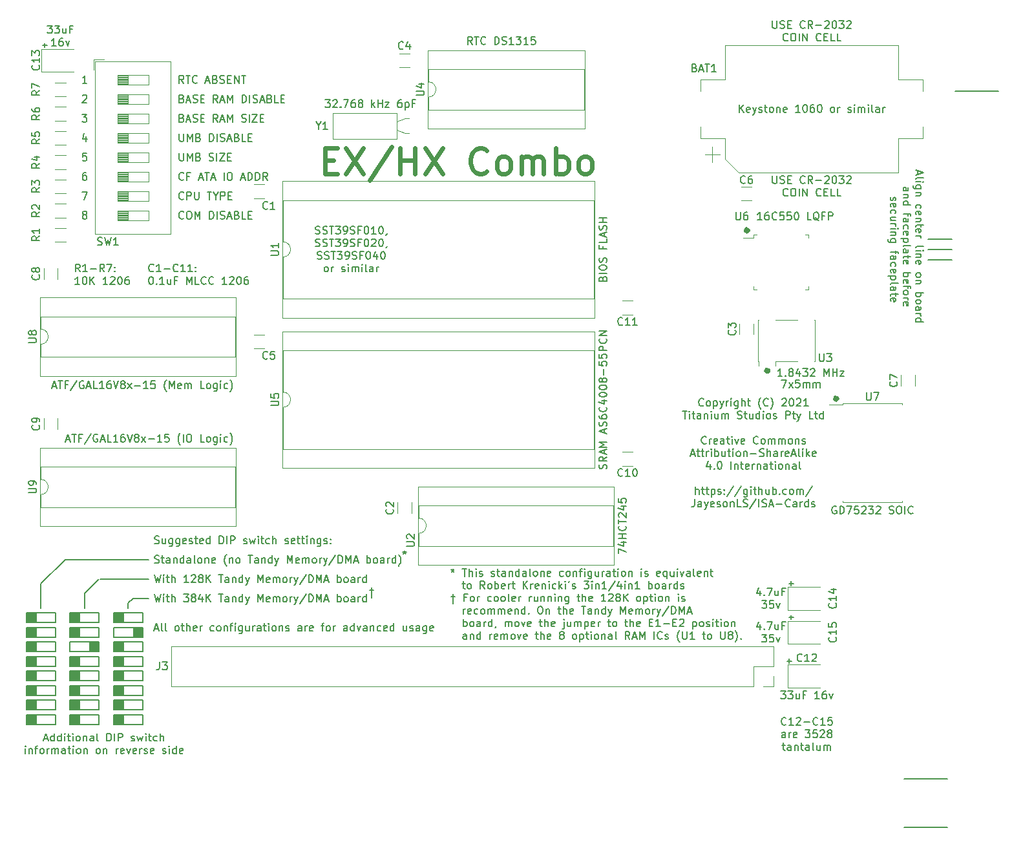
<source format=gbr>
%TF.GenerationSoftware,KiCad,Pcbnew,(5.1.9)-1*%
%TF.CreationDate,2021-09-26T20:12:30+08:00*%
%TF.ProjectId,EX-HX-Combo,45582d48-582d-4436-9f6d-626f2e6b6963,rev?*%
%TF.SameCoordinates,Original*%
%TF.FileFunction,Legend,Top*%
%TF.FilePolarity,Positive*%
%FSLAX46Y46*%
G04 Gerber Fmt 4.6, Leading zero omitted, Abs format (unit mm)*
G04 Created by KiCad (PCBNEW (5.1.9)-1) date 2021-09-26 20:12:30*
%MOMM*%
%LPD*%
G01*
G04 APERTURE LIST*
%ADD10C,0.150000*%
%ADD11C,0.600000*%
%ADD12C,0.100000*%
%ADD13C,0.120000*%
%ADD14C,0.700000*%
G04 APERTURE END LIST*
D10*
X218051238Y-113260714D02*
X218051238Y-113927380D01*
X217813142Y-112879761D02*
X217575047Y-113594047D01*
X218194095Y-113594047D01*
X218575047Y-113832142D02*
X218622666Y-113879761D01*
X218575047Y-113927380D01*
X218527428Y-113879761D01*
X218575047Y-113832142D01*
X218575047Y-113927380D01*
X218956000Y-112927380D02*
X219622666Y-112927380D01*
X219194095Y-113927380D01*
X220432190Y-113260714D02*
X220432190Y-113927380D01*
X220003619Y-113260714D02*
X220003619Y-113784523D01*
X220051238Y-113879761D01*
X220146476Y-113927380D01*
X220289333Y-113927380D01*
X220384571Y-113879761D01*
X220432190Y-113832142D01*
X221241714Y-113403571D02*
X220908380Y-113403571D01*
X220908380Y-113927380D02*
X220908380Y-112927380D01*
X221384571Y-112927380D01*
X218265523Y-114577380D02*
X218884571Y-114577380D01*
X218551238Y-114958333D01*
X218694095Y-114958333D01*
X218789333Y-115005952D01*
X218836952Y-115053571D01*
X218884571Y-115148809D01*
X218884571Y-115386904D01*
X218836952Y-115482142D01*
X218789333Y-115529761D01*
X218694095Y-115577380D01*
X218408380Y-115577380D01*
X218313142Y-115529761D01*
X218265523Y-115482142D01*
X219789333Y-114577380D02*
X219313142Y-114577380D01*
X219265523Y-115053571D01*
X219313142Y-115005952D01*
X219408380Y-114958333D01*
X219646476Y-114958333D01*
X219741714Y-115005952D01*
X219789333Y-115053571D01*
X219836952Y-115148809D01*
X219836952Y-115386904D01*
X219789333Y-115482142D01*
X219741714Y-115529761D01*
X219646476Y-115577380D01*
X219408380Y-115577380D01*
X219313142Y-115529761D01*
X219265523Y-115482142D01*
X220170285Y-114910714D02*
X220408380Y-115577380D01*
X220646476Y-114910714D01*
X218051238Y-117705714D02*
X218051238Y-118372380D01*
X217813142Y-117324761D02*
X217575047Y-118039047D01*
X218194095Y-118039047D01*
X218575047Y-118277142D02*
X218622666Y-118324761D01*
X218575047Y-118372380D01*
X218527428Y-118324761D01*
X218575047Y-118277142D01*
X218575047Y-118372380D01*
X218956000Y-117372380D02*
X219622666Y-117372380D01*
X219194095Y-118372380D01*
X220432190Y-117705714D02*
X220432190Y-118372380D01*
X220003619Y-117705714D02*
X220003619Y-118229523D01*
X220051238Y-118324761D01*
X220146476Y-118372380D01*
X220289333Y-118372380D01*
X220384571Y-118324761D01*
X220432190Y-118277142D01*
X221241714Y-117848571D02*
X220908380Y-117848571D01*
X220908380Y-118372380D02*
X220908380Y-117372380D01*
X221384571Y-117372380D01*
X218265523Y-119022380D02*
X218884571Y-119022380D01*
X218551238Y-119403333D01*
X218694095Y-119403333D01*
X218789333Y-119450952D01*
X218836952Y-119498571D01*
X218884571Y-119593809D01*
X218884571Y-119831904D01*
X218836952Y-119927142D01*
X218789333Y-119974761D01*
X218694095Y-120022380D01*
X218408380Y-120022380D01*
X218313142Y-119974761D01*
X218265523Y-119927142D01*
X219789333Y-119022380D02*
X219313142Y-119022380D01*
X219265523Y-119498571D01*
X219313142Y-119450952D01*
X219408380Y-119403333D01*
X219646476Y-119403333D01*
X219741714Y-119450952D01*
X219789333Y-119498571D01*
X219836952Y-119593809D01*
X219836952Y-119831904D01*
X219789333Y-119927142D01*
X219741714Y-119974761D01*
X219646476Y-120022380D01*
X219408380Y-120022380D01*
X219313142Y-119974761D01*
X219265523Y-119927142D01*
X220170285Y-119355714D02*
X220408380Y-120022380D01*
X220646476Y-119355714D01*
X215313809Y-50617380D02*
X215313809Y-49617380D01*
X215885238Y-50617380D02*
X215456666Y-50045952D01*
X215885238Y-49617380D02*
X215313809Y-50188809D01*
X216694761Y-50569761D02*
X216599523Y-50617380D01*
X216409047Y-50617380D01*
X216313809Y-50569761D01*
X216266190Y-50474523D01*
X216266190Y-50093571D01*
X216313809Y-49998333D01*
X216409047Y-49950714D01*
X216599523Y-49950714D01*
X216694761Y-49998333D01*
X216742380Y-50093571D01*
X216742380Y-50188809D01*
X216266190Y-50284047D01*
X217075714Y-49950714D02*
X217313809Y-50617380D01*
X217551904Y-49950714D02*
X217313809Y-50617380D01*
X217218571Y-50855476D01*
X217170952Y-50903095D01*
X217075714Y-50950714D01*
X217885238Y-50569761D02*
X217980476Y-50617380D01*
X218170952Y-50617380D01*
X218266190Y-50569761D01*
X218313809Y-50474523D01*
X218313809Y-50426904D01*
X218266190Y-50331666D01*
X218170952Y-50284047D01*
X218028095Y-50284047D01*
X217932857Y-50236428D01*
X217885238Y-50141190D01*
X217885238Y-50093571D01*
X217932857Y-49998333D01*
X218028095Y-49950714D01*
X218170952Y-49950714D01*
X218266190Y-49998333D01*
X218599523Y-49950714D02*
X218980476Y-49950714D01*
X218742380Y-49617380D02*
X218742380Y-50474523D01*
X218790000Y-50569761D01*
X218885238Y-50617380D01*
X218980476Y-50617380D01*
X219456666Y-50617380D02*
X219361428Y-50569761D01*
X219313809Y-50522142D01*
X219266190Y-50426904D01*
X219266190Y-50141190D01*
X219313809Y-50045952D01*
X219361428Y-49998333D01*
X219456666Y-49950714D01*
X219599523Y-49950714D01*
X219694761Y-49998333D01*
X219742380Y-50045952D01*
X219790000Y-50141190D01*
X219790000Y-50426904D01*
X219742380Y-50522142D01*
X219694761Y-50569761D01*
X219599523Y-50617380D01*
X219456666Y-50617380D01*
X220218571Y-49950714D02*
X220218571Y-50617380D01*
X220218571Y-50045952D02*
X220266190Y-49998333D01*
X220361428Y-49950714D01*
X220504285Y-49950714D01*
X220599523Y-49998333D01*
X220647142Y-50093571D01*
X220647142Y-50617380D01*
X221504285Y-50569761D02*
X221409047Y-50617380D01*
X221218571Y-50617380D01*
X221123333Y-50569761D01*
X221075714Y-50474523D01*
X221075714Y-50093571D01*
X221123333Y-49998333D01*
X221218571Y-49950714D01*
X221409047Y-49950714D01*
X221504285Y-49998333D01*
X221551904Y-50093571D01*
X221551904Y-50188809D01*
X221075714Y-50284047D01*
X223266190Y-50617380D02*
X222694761Y-50617380D01*
X222980476Y-50617380D02*
X222980476Y-49617380D01*
X222885238Y-49760238D01*
X222790000Y-49855476D01*
X222694761Y-49903095D01*
X223885238Y-49617380D02*
X223980476Y-49617380D01*
X224075714Y-49665000D01*
X224123333Y-49712619D01*
X224170952Y-49807857D01*
X224218571Y-49998333D01*
X224218571Y-50236428D01*
X224170952Y-50426904D01*
X224123333Y-50522142D01*
X224075714Y-50569761D01*
X223980476Y-50617380D01*
X223885238Y-50617380D01*
X223790000Y-50569761D01*
X223742380Y-50522142D01*
X223694761Y-50426904D01*
X223647142Y-50236428D01*
X223647142Y-49998333D01*
X223694761Y-49807857D01*
X223742380Y-49712619D01*
X223790000Y-49665000D01*
X223885238Y-49617380D01*
X225075714Y-49617380D02*
X224885238Y-49617380D01*
X224790000Y-49665000D01*
X224742380Y-49712619D01*
X224647142Y-49855476D01*
X224599523Y-50045952D01*
X224599523Y-50426904D01*
X224647142Y-50522142D01*
X224694761Y-50569761D01*
X224790000Y-50617380D01*
X224980476Y-50617380D01*
X225075714Y-50569761D01*
X225123333Y-50522142D01*
X225170952Y-50426904D01*
X225170952Y-50188809D01*
X225123333Y-50093571D01*
X225075714Y-50045952D01*
X224980476Y-49998333D01*
X224790000Y-49998333D01*
X224694761Y-50045952D01*
X224647142Y-50093571D01*
X224599523Y-50188809D01*
X225790000Y-49617380D02*
X225885238Y-49617380D01*
X225980476Y-49665000D01*
X226028095Y-49712619D01*
X226075714Y-49807857D01*
X226123333Y-49998333D01*
X226123333Y-50236428D01*
X226075714Y-50426904D01*
X226028095Y-50522142D01*
X225980476Y-50569761D01*
X225885238Y-50617380D01*
X225790000Y-50617380D01*
X225694761Y-50569761D01*
X225647142Y-50522142D01*
X225599523Y-50426904D01*
X225551904Y-50236428D01*
X225551904Y-49998333D01*
X225599523Y-49807857D01*
X225647142Y-49712619D01*
X225694761Y-49665000D01*
X225790000Y-49617380D01*
X227456666Y-50617380D02*
X227361428Y-50569761D01*
X227313809Y-50522142D01*
X227266190Y-50426904D01*
X227266190Y-50141190D01*
X227313809Y-50045952D01*
X227361428Y-49998333D01*
X227456666Y-49950714D01*
X227599523Y-49950714D01*
X227694761Y-49998333D01*
X227742380Y-50045952D01*
X227790000Y-50141190D01*
X227790000Y-50426904D01*
X227742380Y-50522142D01*
X227694761Y-50569761D01*
X227599523Y-50617380D01*
X227456666Y-50617380D01*
X228218571Y-50617380D02*
X228218571Y-49950714D01*
X228218571Y-50141190D02*
X228266190Y-50045952D01*
X228313809Y-49998333D01*
X228409047Y-49950714D01*
X228504285Y-49950714D01*
X229551904Y-50569761D02*
X229647142Y-50617380D01*
X229837619Y-50617380D01*
X229932857Y-50569761D01*
X229980476Y-50474523D01*
X229980476Y-50426904D01*
X229932857Y-50331666D01*
X229837619Y-50284047D01*
X229694761Y-50284047D01*
X229599523Y-50236428D01*
X229551904Y-50141190D01*
X229551904Y-50093571D01*
X229599523Y-49998333D01*
X229694761Y-49950714D01*
X229837619Y-49950714D01*
X229932857Y-49998333D01*
X230409047Y-50617380D02*
X230409047Y-49950714D01*
X230409047Y-49617380D02*
X230361428Y-49665000D01*
X230409047Y-49712619D01*
X230456666Y-49665000D01*
X230409047Y-49617380D01*
X230409047Y-49712619D01*
X230885238Y-50617380D02*
X230885238Y-49950714D01*
X230885238Y-50045952D02*
X230932857Y-49998333D01*
X231028095Y-49950714D01*
X231170952Y-49950714D01*
X231266190Y-49998333D01*
X231313809Y-50093571D01*
X231313809Y-50617380D01*
X231313809Y-50093571D02*
X231361428Y-49998333D01*
X231456666Y-49950714D01*
X231599523Y-49950714D01*
X231694761Y-49998333D01*
X231742380Y-50093571D01*
X231742380Y-50617380D01*
X232218571Y-50617380D02*
X232218571Y-49950714D01*
X232218571Y-49617380D02*
X232170952Y-49665000D01*
X232218571Y-49712619D01*
X232266190Y-49665000D01*
X232218571Y-49617380D01*
X232218571Y-49712619D01*
X232837619Y-50617380D02*
X232742380Y-50569761D01*
X232694761Y-50474523D01*
X232694761Y-49617380D01*
X233647142Y-50617380D02*
X233647142Y-50093571D01*
X233599523Y-49998333D01*
X233504285Y-49950714D01*
X233313809Y-49950714D01*
X233218571Y-49998333D01*
X233647142Y-50569761D02*
X233551904Y-50617380D01*
X233313809Y-50617380D01*
X233218571Y-50569761D01*
X233170952Y-50474523D01*
X233170952Y-50379285D01*
X233218571Y-50284047D01*
X233313809Y-50236428D01*
X233551904Y-50236428D01*
X233647142Y-50188809D01*
X234123333Y-50617380D02*
X234123333Y-49950714D01*
X234123333Y-50141190D02*
X234170952Y-50045952D01*
X234218571Y-49998333D01*
X234313809Y-49950714D01*
X234409047Y-49950714D01*
X159798333Y-66509761D02*
X159941190Y-66557380D01*
X160179285Y-66557380D01*
X160274523Y-66509761D01*
X160322142Y-66462142D01*
X160369761Y-66366904D01*
X160369761Y-66271666D01*
X160322142Y-66176428D01*
X160274523Y-66128809D01*
X160179285Y-66081190D01*
X159988809Y-66033571D01*
X159893571Y-65985952D01*
X159845952Y-65938333D01*
X159798333Y-65843095D01*
X159798333Y-65747857D01*
X159845952Y-65652619D01*
X159893571Y-65605000D01*
X159988809Y-65557380D01*
X160226904Y-65557380D01*
X160369761Y-65605000D01*
X160750714Y-66509761D02*
X160893571Y-66557380D01*
X161131666Y-66557380D01*
X161226904Y-66509761D01*
X161274523Y-66462142D01*
X161322142Y-66366904D01*
X161322142Y-66271666D01*
X161274523Y-66176428D01*
X161226904Y-66128809D01*
X161131666Y-66081190D01*
X160941190Y-66033571D01*
X160845952Y-65985952D01*
X160798333Y-65938333D01*
X160750714Y-65843095D01*
X160750714Y-65747857D01*
X160798333Y-65652619D01*
X160845952Y-65605000D01*
X160941190Y-65557380D01*
X161179285Y-65557380D01*
X161322142Y-65605000D01*
X161607857Y-65557380D02*
X162179285Y-65557380D01*
X161893571Y-66557380D02*
X161893571Y-65557380D01*
X162417380Y-65557380D02*
X163036428Y-65557380D01*
X162703095Y-65938333D01*
X162845952Y-65938333D01*
X162941190Y-65985952D01*
X162988809Y-66033571D01*
X163036428Y-66128809D01*
X163036428Y-66366904D01*
X162988809Y-66462142D01*
X162941190Y-66509761D01*
X162845952Y-66557380D01*
X162560238Y-66557380D01*
X162465000Y-66509761D01*
X162417380Y-66462142D01*
X163512619Y-66557380D02*
X163703095Y-66557380D01*
X163798333Y-66509761D01*
X163845952Y-66462142D01*
X163941190Y-66319285D01*
X163988809Y-66128809D01*
X163988809Y-65747857D01*
X163941190Y-65652619D01*
X163893571Y-65605000D01*
X163798333Y-65557380D01*
X163607857Y-65557380D01*
X163512619Y-65605000D01*
X163465000Y-65652619D01*
X163417380Y-65747857D01*
X163417380Y-65985952D01*
X163465000Y-66081190D01*
X163512619Y-66128809D01*
X163607857Y-66176428D01*
X163798333Y-66176428D01*
X163893571Y-66128809D01*
X163941190Y-66081190D01*
X163988809Y-65985952D01*
X164369761Y-66509761D02*
X164512619Y-66557380D01*
X164750714Y-66557380D01*
X164845952Y-66509761D01*
X164893571Y-66462142D01*
X164941190Y-66366904D01*
X164941190Y-66271666D01*
X164893571Y-66176428D01*
X164845952Y-66128809D01*
X164750714Y-66081190D01*
X164560238Y-66033571D01*
X164465000Y-65985952D01*
X164417380Y-65938333D01*
X164369761Y-65843095D01*
X164369761Y-65747857D01*
X164417380Y-65652619D01*
X164465000Y-65605000D01*
X164560238Y-65557380D01*
X164798333Y-65557380D01*
X164941190Y-65605000D01*
X165703095Y-66033571D02*
X165369761Y-66033571D01*
X165369761Y-66557380D02*
X165369761Y-65557380D01*
X165845952Y-65557380D01*
X166417380Y-65557380D02*
X166512619Y-65557380D01*
X166607857Y-65605000D01*
X166655476Y-65652619D01*
X166703095Y-65747857D01*
X166750714Y-65938333D01*
X166750714Y-66176428D01*
X166703095Y-66366904D01*
X166655476Y-66462142D01*
X166607857Y-66509761D01*
X166512619Y-66557380D01*
X166417380Y-66557380D01*
X166322142Y-66509761D01*
X166274523Y-66462142D01*
X166226904Y-66366904D01*
X166179285Y-66176428D01*
X166179285Y-65938333D01*
X166226904Y-65747857D01*
X166274523Y-65652619D01*
X166322142Y-65605000D01*
X166417380Y-65557380D01*
X167703095Y-66557380D02*
X167131666Y-66557380D01*
X167417380Y-66557380D02*
X167417380Y-65557380D01*
X167322142Y-65700238D01*
X167226904Y-65795476D01*
X167131666Y-65843095D01*
X168322142Y-65557380D02*
X168417380Y-65557380D01*
X168512619Y-65605000D01*
X168560238Y-65652619D01*
X168607857Y-65747857D01*
X168655476Y-65938333D01*
X168655476Y-66176428D01*
X168607857Y-66366904D01*
X168560238Y-66462142D01*
X168512619Y-66509761D01*
X168417380Y-66557380D01*
X168322142Y-66557380D01*
X168226904Y-66509761D01*
X168179285Y-66462142D01*
X168131666Y-66366904D01*
X168084047Y-66176428D01*
X168084047Y-65938333D01*
X168131666Y-65747857D01*
X168179285Y-65652619D01*
X168226904Y-65605000D01*
X168322142Y-65557380D01*
X169131666Y-66509761D02*
X169131666Y-66557380D01*
X169084047Y-66652619D01*
X169036428Y-66700238D01*
X159798333Y-68159761D02*
X159941190Y-68207380D01*
X160179285Y-68207380D01*
X160274523Y-68159761D01*
X160322142Y-68112142D01*
X160369761Y-68016904D01*
X160369761Y-67921666D01*
X160322142Y-67826428D01*
X160274523Y-67778809D01*
X160179285Y-67731190D01*
X159988809Y-67683571D01*
X159893571Y-67635952D01*
X159845952Y-67588333D01*
X159798333Y-67493095D01*
X159798333Y-67397857D01*
X159845952Y-67302619D01*
X159893571Y-67255000D01*
X159988809Y-67207380D01*
X160226904Y-67207380D01*
X160369761Y-67255000D01*
X160750714Y-68159761D02*
X160893571Y-68207380D01*
X161131666Y-68207380D01*
X161226904Y-68159761D01*
X161274523Y-68112142D01*
X161322142Y-68016904D01*
X161322142Y-67921666D01*
X161274523Y-67826428D01*
X161226904Y-67778809D01*
X161131666Y-67731190D01*
X160941190Y-67683571D01*
X160845952Y-67635952D01*
X160798333Y-67588333D01*
X160750714Y-67493095D01*
X160750714Y-67397857D01*
X160798333Y-67302619D01*
X160845952Y-67255000D01*
X160941190Y-67207380D01*
X161179285Y-67207380D01*
X161322142Y-67255000D01*
X161607857Y-67207380D02*
X162179285Y-67207380D01*
X161893571Y-68207380D02*
X161893571Y-67207380D01*
X162417380Y-67207380D02*
X163036428Y-67207380D01*
X162703095Y-67588333D01*
X162845952Y-67588333D01*
X162941190Y-67635952D01*
X162988809Y-67683571D01*
X163036428Y-67778809D01*
X163036428Y-68016904D01*
X162988809Y-68112142D01*
X162941190Y-68159761D01*
X162845952Y-68207380D01*
X162560238Y-68207380D01*
X162465000Y-68159761D01*
X162417380Y-68112142D01*
X163512619Y-68207380D02*
X163703095Y-68207380D01*
X163798333Y-68159761D01*
X163845952Y-68112142D01*
X163941190Y-67969285D01*
X163988809Y-67778809D01*
X163988809Y-67397857D01*
X163941190Y-67302619D01*
X163893571Y-67255000D01*
X163798333Y-67207380D01*
X163607857Y-67207380D01*
X163512619Y-67255000D01*
X163465000Y-67302619D01*
X163417380Y-67397857D01*
X163417380Y-67635952D01*
X163465000Y-67731190D01*
X163512619Y-67778809D01*
X163607857Y-67826428D01*
X163798333Y-67826428D01*
X163893571Y-67778809D01*
X163941190Y-67731190D01*
X163988809Y-67635952D01*
X164369761Y-68159761D02*
X164512619Y-68207380D01*
X164750714Y-68207380D01*
X164845952Y-68159761D01*
X164893571Y-68112142D01*
X164941190Y-68016904D01*
X164941190Y-67921666D01*
X164893571Y-67826428D01*
X164845952Y-67778809D01*
X164750714Y-67731190D01*
X164560238Y-67683571D01*
X164465000Y-67635952D01*
X164417380Y-67588333D01*
X164369761Y-67493095D01*
X164369761Y-67397857D01*
X164417380Y-67302619D01*
X164465000Y-67255000D01*
X164560238Y-67207380D01*
X164798333Y-67207380D01*
X164941190Y-67255000D01*
X165703095Y-67683571D02*
X165369761Y-67683571D01*
X165369761Y-68207380D02*
X165369761Y-67207380D01*
X165845952Y-67207380D01*
X166417380Y-67207380D02*
X166512619Y-67207380D01*
X166607857Y-67255000D01*
X166655476Y-67302619D01*
X166703095Y-67397857D01*
X166750714Y-67588333D01*
X166750714Y-67826428D01*
X166703095Y-68016904D01*
X166655476Y-68112142D01*
X166607857Y-68159761D01*
X166512619Y-68207380D01*
X166417380Y-68207380D01*
X166322142Y-68159761D01*
X166274523Y-68112142D01*
X166226904Y-68016904D01*
X166179285Y-67826428D01*
X166179285Y-67588333D01*
X166226904Y-67397857D01*
X166274523Y-67302619D01*
X166322142Y-67255000D01*
X166417380Y-67207380D01*
X167131666Y-67302619D02*
X167179285Y-67255000D01*
X167274523Y-67207380D01*
X167512619Y-67207380D01*
X167607857Y-67255000D01*
X167655476Y-67302619D01*
X167703095Y-67397857D01*
X167703095Y-67493095D01*
X167655476Y-67635952D01*
X167084047Y-68207380D01*
X167703095Y-68207380D01*
X168322142Y-67207380D02*
X168417380Y-67207380D01*
X168512619Y-67255000D01*
X168560238Y-67302619D01*
X168607857Y-67397857D01*
X168655476Y-67588333D01*
X168655476Y-67826428D01*
X168607857Y-68016904D01*
X168560238Y-68112142D01*
X168512619Y-68159761D01*
X168417380Y-68207380D01*
X168322142Y-68207380D01*
X168226904Y-68159761D01*
X168179285Y-68112142D01*
X168131666Y-68016904D01*
X168084047Y-67826428D01*
X168084047Y-67588333D01*
X168131666Y-67397857D01*
X168179285Y-67302619D01*
X168226904Y-67255000D01*
X168322142Y-67207380D01*
X169131666Y-68159761D02*
X169131666Y-68207380D01*
X169084047Y-68302619D01*
X169036428Y-68350238D01*
X160036428Y-69809761D02*
X160179285Y-69857380D01*
X160417380Y-69857380D01*
X160512619Y-69809761D01*
X160560238Y-69762142D01*
X160607857Y-69666904D01*
X160607857Y-69571666D01*
X160560238Y-69476428D01*
X160512619Y-69428809D01*
X160417380Y-69381190D01*
X160226904Y-69333571D01*
X160131666Y-69285952D01*
X160084047Y-69238333D01*
X160036428Y-69143095D01*
X160036428Y-69047857D01*
X160084047Y-68952619D01*
X160131666Y-68905000D01*
X160226904Y-68857380D01*
X160465000Y-68857380D01*
X160607857Y-68905000D01*
X160988809Y-69809761D02*
X161131666Y-69857380D01*
X161369761Y-69857380D01*
X161465000Y-69809761D01*
X161512619Y-69762142D01*
X161560238Y-69666904D01*
X161560238Y-69571666D01*
X161512619Y-69476428D01*
X161465000Y-69428809D01*
X161369761Y-69381190D01*
X161179285Y-69333571D01*
X161084047Y-69285952D01*
X161036428Y-69238333D01*
X160988809Y-69143095D01*
X160988809Y-69047857D01*
X161036428Y-68952619D01*
X161084047Y-68905000D01*
X161179285Y-68857380D01*
X161417380Y-68857380D01*
X161560238Y-68905000D01*
X161845952Y-68857380D02*
X162417380Y-68857380D01*
X162131666Y-69857380D02*
X162131666Y-68857380D01*
X162655476Y-68857380D02*
X163274523Y-68857380D01*
X162941190Y-69238333D01*
X163084047Y-69238333D01*
X163179285Y-69285952D01*
X163226904Y-69333571D01*
X163274523Y-69428809D01*
X163274523Y-69666904D01*
X163226904Y-69762142D01*
X163179285Y-69809761D01*
X163084047Y-69857380D01*
X162798333Y-69857380D01*
X162703095Y-69809761D01*
X162655476Y-69762142D01*
X163750714Y-69857380D02*
X163941190Y-69857380D01*
X164036428Y-69809761D01*
X164084047Y-69762142D01*
X164179285Y-69619285D01*
X164226904Y-69428809D01*
X164226904Y-69047857D01*
X164179285Y-68952619D01*
X164131666Y-68905000D01*
X164036428Y-68857380D01*
X163845952Y-68857380D01*
X163750714Y-68905000D01*
X163703095Y-68952619D01*
X163655476Y-69047857D01*
X163655476Y-69285952D01*
X163703095Y-69381190D01*
X163750714Y-69428809D01*
X163845952Y-69476428D01*
X164036428Y-69476428D01*
X164131666Y-69428809D01*
X164179285Y-69381190D01*
X164226904Y-69285952D01*
X164607857Y-69809761D02*
X164750714Y-69857380D01*
X164988809Y-69857380D01*
X165084047Y-69809761D01*
X165131666Y-69762142D01*
X165179285Y-69666904D01*
X165179285Y-69571666D01*
X165131666Y-69476428D01*
X165084047Y-69428809D01*
X164988809Y-69381190D01*
X164798333Y-69333571D01*
X164703095Y-69285952D01*
X164655476Y-69238333D01*
X164607857Y-69143095D01*
X164607857Y-69047857D01*
X164655476Y-68952619D01*
X164703095Y-68905000D01*
X164798333Y-68857380D01*
X165036428Y-68857380D01*
X165179285Y-68905000D01*
X165941190Y-69333571D02*
X165607857Y-69333571D01*
X165607857Y-69857380D02*
X165607857Y-68857380D01*
X166084047Y-68857380D01*
X166655476Y-68857380D02*
X166750714Y-68857380D01*
X166845952Y-68905000D01*
X166893571Y-68952619D01*
X166941190Y-69047857D01*
X166988809Y-69238333D01*
X166988809Y-69476428D01*
X166941190Y-69666904D01*
X166893571Y-69762142D01*
X166845952Y-69809761D01*
X166750714Y-69857380D01*
X166655476Y-69857380D01*
X166560238Y-69809761D01*
X166512619Y-69762142D01*
X166465000Y-69666904D01*
X166417380Y-69476428D01*
X166417380Y-69238333D01*
X166465000Y-69047857D01*
X166512619Y-68952619D01*
X166560238Y-68905000D01*
X166655476Y-68857380D01*
X167845952Y-69190714D02*
X167845952Y-69857380D01*
X167607857Y-68809761D02*
X167369761Y-69524047D01*
X167988809Y-69524047D01*
X168560238Y-68857380D02*
X168655476Y-68857380D01*
X168750714Y-68905000D01*
X168798333Y-68952619D01*
X168845952Y-69047857D01*
X168893571Y-69238333D01*
X168893571Y-69476428D01*
X168845952Y-69666904D01*
X168798333Y-69762142D01*
X168750714Y-69809761D01*
X168655476Y-69857380D01*
X168560238Y-69857380D01*
X168465000Y-69809761D01*
X168417380Y-69762142D01*
X168369761Y-69666904D01*
X168322142Y-69476428D01*
X168322142Y-69238333D01*
X168369761Y-69047857D01*
X168417380Y-68952619D01*
X168465000Y-68905000D01*
X168560238Y-68857380D01*
X161131666Y-71507380D02*
X161036428Y-71459761D01*
X160988809Y-71412142D01*
X160941190Y-71316904D01*
X160941190Y-71031190D01*
X160988809Y-70935952D01*
X161036428Y-70888333D01*
X161131666Y-70840714D01*
X161274523Y-70840714D01*
X161369761Y-70888333D01*
X161417380Y-70935952D01*
X161465000Y-71031190D01*
X161465000Y-71316904D01*
X161417380Y-71412142D01*
X161369761Y-71459761D01*
X161274523Y-71507380D01*
X161131666Y-71507380D01*
X161893571Y-71507380D02*
X161893571Y-70840714D01*
X161893571Y-71031190D02*
X161941190Y-70935952D01*
X161988809Y-70888333D01*
X162084047Y-70840714D01*
X162179285Y-70840714D01*
X163226904Y-71459761D02*
X163322142Y-71507380D01*
X163512619Y-71507380D01*
X163607857Y-71459761D01*
X163655476Y-71364523D01*
X163655476Y-71316904D01*
X163607857Y-71221666D01*
X163512619Y-71174047D01*
X163369761Y-71174047D01*
X163274523Y-71126428D01*
X163226904Y-71031190D01*
X163226904Y-70983571D01*
X163274523Y-70888333D01*
X163369761Y-70840714D01*
X163512619Y-70840714D01*
X163607857Y-70888333D01*
X164084047Y-71507380D02*
X164084047Y-70840714D01*
X164084047Y-70507380D02*
X164036428Y-70555000D01*
X164084047Y-70602619D01*
X164131666Y-70555000D01*
X164084047Y-70507380D01*
X164084047Y-70602619D01*
X164560238Y-71507380D02*
X164560238Y-70840714D01*
X164560238Y-70935952D02*
X164607857Y-70888333D01*
X164703095Y-70840714D01*
X164845952Y-70840714D01*
X164941190Y-70888333D01*
X164988809Y-70983571D01*
X164988809Y-71507380D01*
X164988809Y-70983571D02*
X165036428Y-70888333D01*
X165131666Y-70840714D01*
X165274523Y-70840714D01*
X165369761Y-70888333D01*
X165417380Y-70983571D01*
X165417380Y-71507380D01*
X165893571Y-71507380D02*
X165893571Y-70840714D01*
X165893571Y-70507380D02*
X165845952Y-70555000D01*
X165893571Y-70602619D01*
X165941190Y-70555000D01*
X165893571Y-70507380D01*
X165893571Y-70602619D01*
X166512619Y-71507380D02*
X166417380Y-71459761D01*
X166369761Y-71364523D01*
X166369761Y-70507380D01*
X167322142Y-71507380D02*
X167322142Y-70983571D01*
X167274523Y-70888333D01*
X167179285Y-70840714D01*
X166988809Y-70840714D01*
X166893571Y-70888333D01*
X167322142Y-71459761D02*
X167226904Y-71507380D01*
X166988809Y-71507380D01*
X166893571Y-71459761D01*
X166845952Y-71364523D01*
X166845952Y-71269285D01*
X166893571Y-71174047D01*
X166988809Y-71126428D01*
X167226904Y-71126428D01*
X167322142Y-71078809D01*
X167798333Y-71507380D02*
X167798333Y-70840714D01*
X167798333Y-71031190D02*
X167845952Y-70935952D01*
X167893571Y-70888333D01*
X167988809Y-70840714D01*
X168084047Y-70840714D01*
X161076428Y-48982380D02*
X161695476Y-48982380D01*
X161362142Y-49363333D01*
X161505000Y-49363333D01*
X161600238Y-49410952D01*
X161647857Y-49458571D01*
X161695476Y-49553809D01*
X161695476Y-49791904D01*
X161647857Y-49887142D01*
X161600238Y-49934761D01*
X161505000Y-49982380D01*
X161219285Y-49982380D01*
X161124047Y-49934761D01*
X161076428Y-49887142D01*
X162076428Y-49077619D02*
X162124047Y-49030000D01*
X162219285Y-48982380D01*
X162457380Y-48982380D01*
X162552619Y-49030000D01*
X162600238Y-49077619D01*
X162647857Y-49172857D01*
X162647857Y-49268095D01*
X162600238Y-49410952D01*
X162028809Y-49982380D01*
X162647857Y-49982380D01*
X163076428Y-49887142D02*
X163124047Y-49934761D01*
X163076428Y-49982380D01*
X163028809Y-49934761D01*
X163076428Y-49887142D01*
X163076428Y-49982380D01*
X163457380Y-48982380D02*
X164124047Y-48982380D01*
X163695476Y-49982380D01*
X164933571Y-48982380D02*
X164743095Y-48982380D01*
X164647857Y-49030000D01*
X164600238Y-49077619D01*
X164505000Y-49220476D01*
X164457380Y-49410952D01*
X164457380Y-49791904D01*
X164505000Y-49887142D01*
X164552619Y-49934761D01*
X164647857Y-49982380D01*
X164838333Y-49982380D01*
X164933571Y-49934761D01*
X164981190Y-49887142D01*
X165028809Y-49791904D01*
X165028809Y-49553809D01*
X164981190Y-49458571D01*
X164933571Y-49410952D01*
X164838333Y-49363333D01*
X164647857Y-49363333D01*
X164552619Y-49410952D01*
X164505000Y-49458571D01*
X164457380Y-49553809D01*
X165600238Y-49410952D02*
X165505000Y-49363333D01*
X165457380Y-49315714D01*
X165409761Y-49220476D01*
X165409761Y-49172857D01*
X165457380Y-49077619D01*
X165505000Y-49030000D01*
X165600238Y-48982380D01*
X165790714Y-48982380D01*
X165885952Y-49030000D01*
X165933571Y-49077619D01*
X165981190Y-49172857D01*
X165981190Y-49220476D01*
X165933571Y-49315714D01*
X165885952Y-49363333D01*
X165790714Y-49410952D01*
X165600238Y-49410952D01*
X165505000Y-49458571D01*
X165457380Y-49506190D01*
X165409761Y-49601428D01*
X165409761Y-49791904D01*
X165457380Y-49887142D01*
X165505000Y-49934761D01*
X165600238Y-49982380D01*
X165790714Y-49982380D01*
X165885952Y-49934761D01*
X165933571Y-49887142D01*
X165981190Y-49791904D01*
X165981190Y-49601428D01*
X165933571Y-49506190D01*
X165885952Y-49458571D01*
X165790714Y-49410952D01*
X167171666Y-49982380D02*
X167171666Y-48982380D01*
X167266904Y-49601428D02*
X167552619Y-49982380D01*
X167552619Y-49315714D02*
X167171666Y-49696666D01*
X167981190Y-49982380D02*
X167981190Y-48982380D01*
X167981190Y-49458571D02*
X168552619Y-49458571D01*
X168552619Y-49982380D02*
X168552619Y-48982380D01*
X168933571Y-49315714D02*
X169457380Y-49315714D01*
X168933571Y-49982380D01*
X169457380Y-49982380D01*
X171028809Y-48982380D02*
X170838333Y-48982380D01*
X170743095Y-49030000D01*
X170695476Y-49077619D01*
X170600238Y-49220476D01*
X170552619Y-49410952D01*
X170552619Y-49791904D01*
X170600238Y-49887142D01*
X170647857Y-49934761D01*
X170743095Y-49982380D01*
X170933571Y-49982380D01*
X171028809Y-49934761D01*
X171076428Y-49887142D01*
X171124047Y-49791904D01*
X171124047Y-49553809D01*
X171076428Y-49458571D01*
X171028809Y-49410952D01*
X170933571Y-49363333D01*
X170743095Y-49363333D01*
X170647857Y-49410952D01*
X170600238Y-49458571D01*
X170552619Y-49553809D01*
X171552619Y-49315714D02*
X171552619Y-50315714D01*
X171552619Y-49363333D02*
X171647857Y-49315714D01*
X171838333Y-49315714D01*
X171933571Y-49363333D01*
X171981190Y-49410952D01*
X172028809Y-49506190D01*
X172028809Y-49791904D01*
X171981190Y-49887142D01*
X171933571Y-49934761D01*
X171838333Y-49982380D01*
X171647857Y-49982380D01*
X171552619Y-49934761D01*
X172790714Y-49458571D02*
X172457380Y-49458571D01*
X172457380Y-49982380D02*
X172457380Y-48982380D01*
X172933571Y-48982380D01*
X127127500Y-93511666D02*
X127603690Y-93511666D01*
X127032261Y-93797380D02*
X127365595Y-92797380D01*
X127698928Y-93797380D01*
X127889404Y-92797380D02*
X128460833Y-92797380D01*
X128175119Y-93797380D02*
X128175119Y-92797380D01*
X129127500Y-93273571D02*
X128794166Y-93273571D01*
X128794166Y-93797380D02*
X128794166Y-92797380D01*
X129270357Y-92797380D01*
X130365595Y-92749761D02*
X129508452Y-94035476D01*
X131222738Y-92845000D02*
X131127500Y-92797380D01*
X130984642Y-92797380D01*
X130841785Y-92845000D01*
X130746547Y-92940238D01*
X130698928Y-93035476D01*
X130651309Y-93225952D01*
X130651309Y-93368809D01*
X130698928Y-93559285D01*
X130746547Y-93654523D01*
X130841785Y-93749761D01*
X130984642Y-93797380D01*
X131079880Y-93797380D01*
X131222738Y-93749761D01*
X131270357Y-93702142D01*
X131270357Y-93368809D01*
X131079880Y-93368809D01*
X131651309Y-93511666D02*
X132127500Y-93511666D01*
X131556071Y-93797380D02*
X131889404Y-92797380D01*
X132222738Y-93797380D01*
X133032261Y-93797380D02*
X132556071Y-93797380D01*
X132556071Y-92797380D01*
X133889404Y-93797380D02*
X133317976Y-93797380D01*
X133603690Y-93797380D02*
X133603690Y-92797380D01*
X133508452Y-92940238D01*
X133413214Y-93035476D01*
X133317976Y-93083095D01*
X134746547Y-92797380D02*
X134556071Y-92797380D01*
X134460833Y-92845000D01*
X134413214Y-92892619D01*
X134317976Y-93035476D01*
X134270357Y-93225952D01*
X134270357Y-93606904D01*
X134317976Y-93702142D01*
X134365595Y-93749761D01*
X134460833Y-93797380D01*
X134651309Y-93797380D01*
X134746547Y-93749761D01*
X134794166Y-93702142D01*
X134841785Y-93606904D01*
X134841785Y-93368809D01*
X134794166Y-93273571D01*
X134746547Y-93225952D01*
X134651309Y-93178333D01*
X134460833Y-93178333D01*
X134365595Y-93225952D01*
X134317976Y-93273571D01*
X134270357Y-93368809D01*
X135127500Y-92797380D02*
X135460833Y-93797380D01*
X135794166Y-92797380D01*
X136270357Y-93225952D02*
X136175119Y-93178333D01*
X136127500Y-93130714D01*
X136079880Y-93035476D01*
X136079880Y-92987857D01*
X136127500Y-92892619D01*
X136175119Y-92845000D01*
X136270357Y-92797380D01*
X136460833Y-92797380D01*
X136556071Y-92845000D01*
X136603690Y-92892619D01*
X136651309Y-92987857D01*
X136651309Y-93035476D01*
X136603690Y-93130714D01*
X136556071Y-93178333D01*
X136460833Y-93225952D01*
X136270357Y-93225952D01*
X136175119Y-93273571D01*
X136127500Y-93321190D01*
X136079880Y-93416428D01*
X136079880Y-93606904D01*
X136127500Y-93702142D01*
X136175119Y-93749761D01*
X136270357Y-93797380D01*
X136460833Y-93797380D01*
X136556071Y-93749761D01*
X136603690Y-93702142D01*
X136651309Y-93606904D01*
X136651309Y-93416428D01*
X136603690Y-93321190D01*
X136556071Y-93273571D01*
X136460833Y-93225952D01*
X136984642Y-93797380D02*
X137508452Y-93130714D01*
X136984642Y-93130714D02*
X137508452Y-93797380D01*
X137889404Y-93416428D02*
X138651309Y-93416428D01*
X139651309Y-93797380D02*
X139079880Y-93797380D01*
X139365595Y-93797380D02*
X139365595Y-92797380D01*
X139270357Y-92940238D01*
X139175119Y-93035476D01*
X139079880Y-93083095D01*
X140556071Y-92797380D02*
X140079880Y-92797380D01*
X140032261Y-93273571D01*
X140079880Y-93225952D01*
X140175119Y-93178333D01*
X140413214Y-93178333D01*
X140508452Y-93225952D01*
X140556071Y-93273571D01*
X140603690Y-93368809D01*
X140603690Y-93606904D01*
X140556071Y-93702142D01*
X140508452Y-93749761D01*
X140413214Y-93797380D01*
X140175119Y-93797380D01*
X140079880Y-93749761D01*
X140032261Y-93702142D01*
X142079880Y-94178333D02*
X142032261Y-94130714D01*
X141937023Y-93987857D01*
X141889404Y-93892619D01*
X141841785Y-93749761D01*
X141794166Y-93511666D01*
X141794166Y-93321190D01*
X141841785Y-93083095D01*
X141889404Y-92940238D01*
X141937023Y-92845000D01*
X142032261Y-92702142D01*
X142079880Y-92654523D01*
X142460833Y-93797380D02*
X142460833Y-92797380D01*
X143127500Y-92797380D02*
X143317976Y-92797380D01*
X143413214Y-92845000D01*
X143508452Y-92940238D01*
X143556071Y-93130714D01*
X143556071Y-93464047D01*
X143508452Y-93654523D01*
X143413214Y-93749761D01*
X143317976Y-93797380D01*
X143127500Y-93797380D01*
X143032261Y-93749761D01*
X142937023Y-93654523D01*
X142889404Y-93464047D01*
X142889404Y-93130714D01*
X142937023Y-92940238D01*
X143032261Y-92845000D01*
X143127500Y-92797380D01*
X145222738Y-93797380D02*
X144746547Y-93797380D01*
X144746547Y-92797380D01*
X145698928Y-93797380D02*
X145603690Y-93749761D01*
X145556071Y-93702142D01*
X145508452Y-93606904D01*
X145508452Y-93321190D01*
X145556071Y-93225952D01*
X145603690Y-93178333D01*
X145698928Y-93130714D01*
X145841785Y-93130714D01*
X145937023Y-93178333D01*
X145984642Y-93225952D01*
X146032261Y-93321190D01*
X146032261Y-93606904D01*
X145984642Y-93702142D01*
X145937023Y-93749761D01*
X145841785Y-93797380D01*
X145698928Y-93797380D01*
X146889404Y-93130714D02*
X146889404Y-93940238D01*
X146841785Y-94035476D01*
X146794166Y-94083095D01*
X146698928Y-94130714D01*
X146556071Y-94130714D01*
X146460833Y-94083095D01*
X146889404Y-93749761D02*
X146794166Y-93797380D01*
X146603690Y-93797380D01*
X146508452Y-93749761D01*
X146460833Y-93702142D01*
X146413214Y-93606904D01*
X146413214Y-93321190D01*
X146460833Y-93225952D01*
X146508452Y-93178333D01*
X146603690Y-93130714D01*
X146794166Y-93130714D01*
X146889404Y-93178333D01*
X147365595Y-93797380D02*
X147365595Y-93130714D01*
X147365595Y-92797380D02*
X147317976Y-92845000D01*
X147365595Y-92892619D01*
X147413214Y-92845000D01*
X147365595Y-92797380D01*
X147365595Y-92892619D01*
X148270357Y-93749761D02*
X148175119Y-93797380D01*
X147984642Y-93797380D01*
X147889404Y-93749761D01*
X147841785Y-93702142D01*
X147794166Y-93606904D01*
X147794166Y-93321190D01*
X147841785Y-93225952D01*
X147889404Y-93178333D01*
X147984642Y-93130714D01*
X148175119Y-93130714D01*
X148270357Y-93178333D01*
X148603690Y-94178333D02*
X148651309Y-94130714D01*
X148746547Y-93987857D01*
X148794166Y-93892619D01*
X148841785Y-93749761D01*
X148889404Y-93511666D01*
X148889404Y-93321190D01*
X148841785Y-93083095D01*
X148794166Y-92940238D01*
X148746547Y-92845000D01*
X148651309Y-92702142D01*
X148603690Y-92654523D01*
X125317976Y-86526666D02*
X125794166Y-86526666D01*
X125222738Y-86812380D02*
X125556071Y-85812380D01*
X125889404Y-86812380D01*
X126079880Y-85812380D02*
X126651309Y-85812380D01*
X126365595Y-86812380D02*
X126365595Y-85812380D01*
X127317976Y-86288571D02*
X126984642Y-86288571D01*
X126984642Y-86812380D02*
X126984642Y-85812380D01*
X127460833Y-85812380D01*
X128556071Y-85764761D02*
X127698928Y-87050476D01*
X129413214Y-85860000D02*
X129317976Y-85812380D01*
X129175119Y-85812380D01*
X129032261Y-85860000D01*
X128937023Y-85955238D01*
X128889404Y-86050476D01*
X128841785Y-86240952D01*
X128841785Y-86383809D01*
X128889404Y-86574285D01*
X128937023Y-86669523D01*
X129032261Y-86764761D01*
X129175119Y-86812380D01*
X129270357Y-86812380D01*
X129413214Y-86764761D01*
X129460833Y-86717142D01*
X129460833Y-86383809D01*
X129270357Y-86383809D01*
X129841785Y-86526666D02*
X130317976Y-86526666D01*
X129746547Y-86812380D02*
X130079880Y-85812380D01*
X130413214Y-86812380D01*
X131222738Y-86812380D02*
X130746547Y-86812380D01*
X130746547Y-85812380D01*
X132079880Y-86812380D02*
X131508452Y-86812380D01*
X131794166Y-86812380D02*
X131794166Y-85812380D01*
X131698928Y-85955238D01*
X131603690Y-86050476D01*
X131508452Y-86098095D01*
X132937023Y-85812380D02*
X132746547Y-85812380D01*
X132651309Y-85860000D01*
X132603690Y-85907619D01*
X132508452Y-86050476D01*
X132460833Y-86240952D01*
X132460833Y-86621904D01*
X132508452Y-86717142D01*
X132556071Y-86764761D01*
X132651309Y-86812380D01*
X132841785Y-86812380D01*
X132937023Y-86764761D01*
X132984642Y-86717142D01*
X133032261Y-86621904D01*
X133032261Y-86383809D01*
X132984642Y-86288571D01*
X132937023Y-86240952D01*
X132841785Y-86193333D01*
X132651309Y-86193333D01*
X132556071Y-86240952D01*
X132508452Y-86288571D01*
X132460833Y-86383809D01*
X133317976Y-85812380D02*
X133651309Y-86812380D01*
X133984642Y-85812380D01*
X134460833Y-86240952D02*
X134365595Y-86193333D01*
X134317976Y-86145714D01*
X134270357Y-86050476D01*
X134270357Y-86002857D01*
X134317976Y-85907619D01*
X134365595Y-85860000D01*
X134460833Y-85812380D01*
X134651309Y-85812380D01*
X134746547Y-85860000D01*
X134794166Y-85907619D01*
X134841785Y-86002857D01*
X134841785Y-86050476D01*
X134794166Y-86145714D01*
X134746547Y-86193333D01*
X134651309Y-86240952D01*
X134460833Y-86240952D01*
X134365595Y-86288571D01*
X134317976Y-86336190D01*
X134270357Y-86431428D01*
X134270357Y-86621904D01*
X134317976Y-86717142D01*
X134365595Y-86764761D01*
X134460833Y-86812380D01*
X134651309Y-86812380D01*
X134746547Y-86764761D01*
X134794166Y-86717142D01*
X134841785Y-86621904D01*
X134841785Y-86431428D01*
X134794166Y-86336190D01*
X134746547Y-86288571D01*
X134651309Y-86240952D01*
X135175119Y-86812380D02*
X135698928Y-86145714D01*
X135175119Y-86145714D02*
X135698928Y-86812380D01*
X136079880Y-86431428D02*
X136841785Y-86431428D01*
X137841785Y-86812380D02*
X137270357Y-86812380D01*
X137556071Y-86812380D02*
X137556071Y-85812380D01*
X137460833Y-85955238D01*
X137365595Y-86050476D01*
X137270357Y-86098095D01*
X138746547Y-85812380D02*
X138270357Y-85812380D01*
X138222738Y-86288571D01*
X138270357Y-86240952D01*
X138365595Y-86193333D01*
X138603690Y-86193333D01*
X138698928Y-86240952D01*
X138746547Y-86288571D01*
X138794166Y-86383809D01*
X138794166Y-86621904D01*
X138746547Y-86717142D01*
X138698928Y-86764761D01*
X138603690Y-86812380D01*
X138365595Y-86812380D01*
X138270357Y-86764761D01*
X138222738Y-86717142D01*
X140270357Y-87193333D02*
X140222738Y-87145714D01*
X140127500Y-87002857D01*
X140079880Y-86907619D01*
X140032261Y-86764761D01*
X139984642Y-86526666D01*
X139984642Y-86336190D01*
X140032261Y-86098095D01*
X140079880Y-85955238D01*
X140127500Y-85860000D01*
X140222738Y-85717142D01*
X140270357Y-85669523D01*
X140651309Y-86812380D02*
X140651309Y-85812380D01*
X140984642Y-86526666D01*
X141317976Y-85812380D01*
X141317976Y-86812380D01*
X142175119Y-86764761D02*
X142079880Y-86812380D01*
X141889404Y-86812380D01*
X141794166Y-86764761D01*
X141746547Y-86669523D01*
X141746547Y-86288571D01*
X141794166Y-86193333D01*
X141889404Y-86145714D01*
X142079880Y-86145714D01*
X142175119Y-86193333D01*
X142222738Y-86288571D01*
X142222738Y-86383809D01*
X141746547Y-86479047D01*
X142651309Y-86812380D02*
X142651309Y-86145714D01*
X142651309Y-86240952D02*
X142698928Y-86193333D01*
X142794166Y-86145714D01*
X142937023Y-86145714D01*
X143032261Y-86193333D01*
X143079880Y-86288571D01*
X143079880Y-86812380D01*
X143079880Y-86288571D02*
X143127500Y-86193333D01*
X143222738Y-86145714D01*
X143365595Y-86145714D01*
X143460833Y-86193333D01*
X143508452Y-86288571D01*
X143508452Y-86812380D01*
X145222738Y-86812380D02*
X144746547Y-86812380D01*
X144746547Y-85812380D01*
X145698928Y-86812380D02*
X145603690Y-86764761D01*
X145556071Y-86717142D01*
X145508452Y-86621904D01*
X145508452Y-86336190D01*
X145556071Y-86240952D01*
X145603690Y-86193333D01*
X145698928Y-86145714D01*
X145841785Y-86145714D01*
X145937023Y-86193333D01*
X145984642Y-86240952D01*
X146032261Y-86336190D01*
X146032261Y-86621904D01*
X145984642Y-86717142D01*
X145937023Y-86764761D01*
X145841785Y-86812380D01*
X145698928Y-86812380D01*
X146889404Y-86145714D02*
X146889404Y-86955238D01*
X146841785Y-87050476D01*
X146794166Y-87098095D01*
X146698928Y-87145714D01*
X146556071Y-87145714D01*
X146460833Y-87098095D01*
X146889404Y-86764761D02*
X146794166Y-86812380D01*
X146603690Y-86812380D01*
X146508452Y-86764761D01*
X146460833Y-86717142D01*
X146413214Y-86621904D01*
X146413214Y-86336190D01*
X146460833Y-86240952D01*
X146508452Y-86193333D01*
X146603690Y-86145714D01*
X146794166Y-86145714D01*
X146889404Y-86193333D01*
X147365595Y-86812380D02*
X147365595Y-86145714D01*
X147365595Y-85812380D02*
X147317976Y-85860000D01*
X147365595Y-85907619D01*
X147413214Y-85860000D01*
X147365595Y-85812380D01*
X147365595Y-85907619D01*
X148270357Y-86764761D02*
X148175119Y-86812380D01*
X147984642Y-86812380D01*
X147889404Y-86764761D01*
X147841785Y-86717142D01*
X147794166Y-86621904D01*
X147794166Y-86336190D01*
X147841785Y-86240952D01*
X147889404Y-86193333D01*
X147984642Y-86145714D01*
X148175119Y-86145714D01*
X148270357Y-86193333D01*
X148603690Y-87193333D02*
X148651309Y-87145714D01*
X148746547Y-87002857D01*
X148794166Y-86907619D01*
X148841785Y-86764761D01*
X148889404Y-86526666D01*
X148889404Y-86336190D01*
X148841785Y-86098095D01*
X148794166Y-85955238D01*
X148746547Y-85860000D01*
X148651309Y-85717142D01*
X148603690Y-85669523D01*
X221440714Y-130787142D02*
X221393095Y-130834761D01*
X221250238Y-130882380D01*
X221155000Y-130882380D01*
X221012142Y-130834761D01*
X220916904Y-130739523D01*
X220869285Y-130644285D01*
X220821666Y-130453809D01*
X220821666Y-130310952D01*
X220869285Y-130120476D01*
X220916904Y-130025238D01*
X221012142Y-129930000D01*
X221155000Y-129882380D01*
X221250238Y-129882380D01*
X221393095Y-129930000D01*
X221440714Y-129977619D01*
X222393095Y-130882380D02*
X221821666Y-130882380D01*
X222107380Y-130882380D02*
X222107380Y-129882380D01*
X222012142Y-130025238D01*
X221916904Y-130120476D01*
X221821666Y-130168095D01*
X222774047Y-129977619D02*
X222821666Y-129930000D01*
X222916904Y-129882380D01*
X223155000Y-129882380D01*
X223250238Y-129930000D01*
X223297857Y-129977619D01*
X223345476Y-130072857D01*
X223345476Y-130168095D01*
X223297857Y-130310952D01*
X222726428Y-130882380D01*
X223345476Y-130882380D01*
X223774047Y-130501428D02*
X224535952Y-130501428D01*
X225583571Y-130787142D02*
X225535952Y-130834761D01*
X225393095Y-130882380D01*
X225297857Y-130882380D01*
X225155000Y-130834761D01*
X225059761Y-130739523D01*
X225012142Y-130644285D01*
X224964523Y-130453809D01*
X224964523Y-130310952D01*
X225012142Y-130120476D01*
X225059761Y-130025238D01*
X225155000Y-129930000D01*
X225297857Y-129882380D01*
X225393095Y-129882380D01*
X225535952Y-129930000D01*
X225583571Y-129977619D01*
X226535952Y-130882380D02*
X225964523Y-130882380D01*
X226250238Y-130882380D02*
X226250238Y-129882380D01*
X226155000Y-130025238D01*
X226059761Y-130120476D01*
X225964523Y-130168095D01*
X227440714Y-129882380D02*
X226964523Y-129882380D01*
X226916904Y-130358571D01*
X226964523Y-130310952D01*
X227059761Y-130263333D01*
X227297857Y-130263333D01*
X227393095Y-130310952D01*
X227440714Y-130358571D01*
X227488333Y-130453809D01*
X227488333Y-130691904D01*
X227440714Y-130787142D01*
X227393095Y-130834761D01*
X227297857Y-130882380D01*
X227059761Y-130882380D01*
X226964523Y-130834761D01*
X226916904Y-130787142D01*
X221345476Y-132532380D02*
X221345476Y-132008571D01*
X221297857Y-131913333D01*
X221202619Y-131865714D01*
X221012142Y-131865714D01*
X220916904Y-131913333D01*
X221345476Y-132484761D02*
X221250238Y-132532380D01*
X221012142Y-132532380D01*
X220916904Y-132484761D01*
X220869285Y-132389523D01*
X220869285Y-132294285D01*
X220916904Y-132199047D01*
X221012142Y-132151428D01*
X221250238Y-132151428D01*
X221345476Y-132103809D01*
X221821666Y-132532380D02*
X221821666Y-131865714D01*
X221821666Y-132056190D02*
X221869285Y-131960952D01*
X221916904Y-131913333D01*
X222012142Y-131865714D01*
X222107380Y-131865714D01*
X222821666Y-132484761D02*
X222726428Y-132532380D01*
X222535952Y-132532380D01*
X222440714Y-132484761D01*
X222393095Y-132389523D01*
X222393095Y-132008571D01*
X222440714Y-131913333D01*
X222535952Y-131865714D01*
X222726428Y-131865714D01*
X222821666Y-131913333D01*
X222869285Y-132008571D01*
X222869285Y-132103809D01*
X222393095Y-132199047D01*
X223964523Y-131532380D02*
X224583571Y-131532380D01*
X224250238Y-131913333D01*
X224393095Y-131913333D01*
X224488333Y-131960952D01*
X224535952Y-132008571D01*
X224583571Y-132103809D01*
X224583571Y-132341904D01*
X224535952Y-132437142D01*
X224488333Y-132484761D01*
X224393095Y-132532380D01*
X224107380Y-132532380D01*
X224012142Y-132484761D01*
X223964523Y-132437142D01*
X225488333Y-131532380D02*
X225012142Y-131532380D01*
X224964523Y-132008571D01*
X225012142Y-131960952D01*
X225107380Y-131913333D01*
X225345476Y-131913333D01*
X225440714Y-131960952D01*
X225488333Y-132008571D01*
X225535952Y-132103809D01*
X225535952Y-132341904D01*
X225488333Y-132437142D01*
X225440714Y-132484761D01*
X225345476Y-132532380D01*
X225107380Y-132532380D01*
X225012142Y-132484761D01*
X224964523Y-132437142D01*
X225916904Y-131627619D02*
X225964523Y-131580000D01*
X226059761Y-131532380D01*
X226297857Y-131532380D01*
X226393095Y-131580000D01*
X226440714Y-131627619D01*
X226488333Y-131722857D01*
X226488333Y-131818095D01*
X226440714Y-131960952D01*
X225869285Y-132532380D01*
X226488333Y-132532380D01*
X227059761Y-131960952D02*
X226964523Y-131913333D01*
X226916904Y-131865714D01*
X226869285Y-131770476D01*
X226869285Y-131722857D01*
X226916904Y-131627619D01*
X226964523Y-131580000D01*
X227059761Y-131532380D01*
X227250238Y-131532380D01*
X227345476Y-131580000D01*
X227393095Y-131627619D01*
X227440714Y-131722857D01*
X227440714Y-131770476D01*
X227393095Y-131865714D01*
X227345476Y-131913333D01*
X227250238Y-131960952D01*
X227059761Y-131960952D01*
X226964523Y-132008571D01*
X226916904Y-132056190D01*
X226869285Y-132151428D01*
X226869285Y-132341904D01*
X226916904Y-132437142D01*
X226964523Y-132484761D01*
X227059761Y-132532380D01*
X227250238Y-132532380D01*
X227345476Y-132484761D01*
X227393095Y-132437142D01*
X227440714Y-132341904D01*
X227440714Y-132151428D01*
X227393095Y-132056190D01*
X227345476Y-132008571D01*
X227250238Y-131960952D01*
X220940714Y-133515714D02*
X221321666Y-133515714D01*
X221083571Y-133182380D02*
X221083571Y-134039523D01*
X221131190Y-134134761D01*
X221226428Y-134182380D01*
X221321666Y-134182380D01*
X222083571Y-134182380D02*
X222083571Y-133658571D01*
X222035952Y-133563333D01*
X221940714Y-133515714D01*
X221750238Y-133515714D01*
X221655000Y-133563333D01*
X222083571Y-134134761D02*
X221988333Y-134182380D01*
X221750238Y-134182380D01*
X221655000Y-134134761D01*
X221607380Y-134039523D01*
X221607380Y-133944285D01*
X221655000Y-133849047D01*
X221750238Y-133801428D01*
X221988333Y-133801428D01*
X222083571Y-133753809D01*
X222559761Y-133515714D02*
X222559761Y-134182380D01*
X222559761Y-133610952D02*
X222607380Y-133563333D01*
X222702619Y-133515714D01*
X222845476Y-133515714D01*
X222940714Y-133563333D01*
X222988333Y-133658571D01*
X222988333Y-134182380D01*
X223321666Y-133515714D02*
X223702619Y-133515714D01*
X223464523Y-133182380D02*
X223464523Y-134039523D01*
X223512142Y-134134761D01*
X223607380Y-134182380D01*
X223702619Y-134182380D01*
X224464523Y-134182380D02*
X224464523Y-133658571D01*
X224416904Y-133563333D01*
X224321666Y-133515714D01*
X224131190Y-133515714D01*
X224035952Y-133563333D01*
X224464523Y-134134761D02*
X224369285Y-134182380D01*
X224131190Y-134182380D01*
X224035952Y-134134761D01*
X223988333Y-134039523D01*
X223988333Y-133944285D01*
X224035952Y-133849047D01*
X224131190Y-133801428D01*
X224369285Y-133801428D01*
X224464523Y-133753809D01*
X225083571Y-134182380D02*
X224988333Y-134134761D01*
X224940714Y-134039523D01*
X224940714Y-133182380D01*
X225893095Y-133515714D02*
X225893095Y-134182380D01*
X225464523Y-133515714D02*
X225464523Y-134039523D01*
X225512142Y-134134761D01*
X225607380Y-134182380D01*
X225750238Y-134182380D01*
X225845476Y-134134761D01*
X225893095Y-134087142D01*
X226369285Y-134182380D02*
X226369285Y-133515714D01*
X226369285Y-133610952D02*
X226416904Y-133563333D01*
X226512142Y-133515714D01*
X226655000Y-133515714D01*
X226750238Y-133563333D01*
X226797857Y-133658571D01*
X226797857Y-134182380D01*
X226797857Y-133658571D02*
X226845476Y-133563333D01*
X226940714Y-133515714D01*
X227083571Y-133515714D01*
X227178809Y-133563333D01*
X227226428Y-133658571D01*
X227226428Y-134182380D01*
X220750238Y-126452380D02*
X221369285Y-126452380D01*
X221035952Y-126833333D01*
X221178809Y-126833333D01*
X221274047Y-126880952D01*
X221321666Y-126928571D01*
X221369285Y-127023809D01*
X221369285Y-127261904D01*
X221321666Y-127357142D01*
X221274047Y-127404761D01*
X221178809Y-127452380D01*
X220893095Y-127452380D01*
X220797857Y-127404761D01*
X220750238Y-127357142D01*
X221702619Y-126452380D02*
X222321666Y-126452380D01*
X221988333Y-126833333D01*
X222131190Y-126833333D01*
X222226428Y-126880952D01*
X222274047Y-126928571D01*
X222321666Y-127023809D01*
X222321666Y-127261904D01*
X222274047Y-127357142D01*
X222226428Y-127404761D01*
X222131190Y-127452380D01*
X221845476Y-127452380D01*
X221750238Y-127404761D01*
X221702619Y-127357142D01*
X223178809Y-126785714D02*
X223178809Y-127452380D01*
X222750238Y-126785714D02*
X222750238Y-127309523D01*
X222797857Y-127404761D01*
X222893095Y-127452380D01*
X223035952Y-127452380D01*
X223131190Y-127404761D01*
X223178809Y-127357142D01*
X223988333Y-126928571D02*
X223655000Y-126928571D01*
X223655000Y-127452380D02*
X223655000Y-126452380D01*
X224131190Y-126452380D01*
X225797857Y-127452380D02*
X225226428Y-127452380D01*
X225512142Y-127452380D02*
X225512142Y-126452380D01*
X225416904Y-126595238D01*
X225321666Y-126690476D01*
X225226428Y-126738095D01*
X226655000Y-126452380D02*
X226464523Y-126452380D01*
X226369285Y-126500000D01*
X226321666Y-126547619D01*
X226226428Y-126690476D01*
X226178809Y-126880952D01*
X226178809Y-127261904D01*
X226226428Y-127357142D01*
X226274047Y-127404761D01*
X226369285Y-127452380D01*
X226559761Y-127452380D01*
X226655000Y-127404761D01*
X226702619Y-127357142D01*
X226750238Y-127261904D01*
X226750238Y-127023809D01*
X226702619Y-126928571D01*
X226655000Y-126880952D01*
X226559761Y-126833333D01*
X226369285Y-126833333D01*
X226274047Y-126880952D01*
X226226428Y-126928571D01*
X226178809Y-127023809D01*
X227083571Y-126785714D02*
X227321666Y-127452380D01*
X227559761Y-126785714D01*
X124674523Y-39267380D02*
X125293571Y-39267380D01*
X124960238Y-39648333D01*
X125103095Y-39648333D01*
X125198333Y-39695952D01*
X125245952Y-39743571D01*
X125293571Y-39838809D01*
X125293571Y-40076904D01*
X125245952Y-40172142D01*
X125198333Y-40219761D01*
X125103095Y-40267380D01*
X124817380Y-40267380D01*
X124722142Y-40219761D01*
X124674523Y-40172142D01*
X125626904Y-39267380D02*
X126245952Y-39267380D01*
X125912619Y-39648333D01*
X126055476Y-39648333D01*
X126150714Y-39695952D01*
X126198333Y-39743571D01*
X126245952Y-39838809D01*
X126245952Y-40076904D01*
X126198333Y-40172142D01*
X126150714Y-40219761D01*
X126055476Y-40267380D01*
X125769761Y-40267380D01*
X125674523Y-40219761D01*
X125626904Y-40172142D01*
X127103095Y-39600714D02*
X127103095Y-40267380D01*
X126674523Y-39600714D02*
X126674523Y-40124523D01*
X126722142Y-40219761D01*
X126817380Y-40267380D01*
X126960238Y-40267380D01*
X127055476Y-40219761D01*
X127103095Y-40172142D01*
X127912619Y-39743571D02*
X127579285Y-39743571D01*
X127579285Y-40267380D02*
X127579285Y-39267380D01*
X128055476Y-39267380D01*
X125793571Y-41917380D02*
X125222142Y-41917380D01*
X125507857Y-41917380D02*
X125507857Y-40917380D01*
X125412619Y-41060238D01*
X125317380Y-41155476D01*
X125222142Y-41203095D01*
X126650714Y-40917380D02*
X126460238Y-40917380D01*
X126365000Y-40965000D01*
X126317380Y-41012619D01*
X126222142Y-41155476D01*
X126174523Y-41345952D01*
X126174523Y-41726904D01*
X126222142Y-41822142D01*
X126269761Y-41869761D01*
X126365000Y-41917380D01*
X126555476Y-41917380D01*
X126650714Y-41869761D01*
X126698333Y-41822142D01*
X126745952Y-41726904D01*
X126745952Y-41488809D01*
X126698333Y-41393571D01*
X126650714Y-41345952D01*
X126555476Y-41298333D01*
X126365000Y-41298333D01*
X126269761Y-41345952D01*
X126222142Y-41393571D01*
X126174523Y-41488809D01*
X127079285Y-41250714D02*
X127317380Y-41917380D01*
X127555476Y-41250714D01*
X210622380Y-89007142D02*
X210574761Y-89054761D01*
X210431904Y-89102380D01*
X210336666Y-89102380D01*
X210193809Y-89054761D01*
X210098571Y-88959523D01*
X210050952Y-88864285D01*
X210003333Y-88673809D01*
X210003333Y-88530952D01*
X210050952Y-88340476D01*
X210098571Y-88245238D01*
X210193809Y-88150000D01*
X210336666Y-88102380D01*
X210431904Y-88102380D01*
X210574761Y-88150000D01*
X210622380Y-88197619D01*
X211193809Y-89102380D02*
X211098571Y-89054761D01*
X211050952Y-89007142D01*
X211003333Y-88911904D01*
X211003333Y-88626190D01*
X211050952Y-88530952D01*
X211098571Y-88483333D01*
X211193809Y-88435714D01*
X211336666Y-88435714D01*
X211431904Y-88483333D01*
X211479523Y-88530952D01*
X211527142Y-88626190D01*
X211527142Y-88911904D01*
X211479523Y-89007142D01*
X211431904Y-89054761D01*
X211336666Y-89102380D01*
X211193809Y-89102380D01*
X211955714Y-88435714D02*
X211955714Y-89435714D01*
X211955714Y-88483333D02*
X212050952Y-88435714D01*
X212241428Y-88435714D01*
X212336666Y-88483333D01*
X212384285Y-88530952D01*
X212431904Y-88626190D01*
X212431904Y-88911904D01*
X212384285Y-89007142D01*
X212336666Y-89054761D01*
X212241428Y-89102380D01*
X212050952Y-89102380D01*
X211955714Y-89054761D01*
X212765238Y-88435714D02*
X213003333Y-89102380D01*
X213241428Y-88435714D02*
X213003333Y-89102380D01*
X212908095Y-89340476D01*
X212860476Y-89388095D01*
X212765238Y-89435714D01*
X213622380Y-89102380D02*
X213622380Y-88435714D01*
X213622380Y-88626190D02*
X213670000Y-88530952D01*
X213717619Y-88483333D01*
X213812857Y-88435714D01*
X213908095Y-88435714D01*
X214241428Y-89102380D02*
X214241428Y-88435714D01*
X214241428Y-88102380D02*
X214193809Y-88150000D01*
X214241428Y-88197619D01*
X214289047Y-88150000D01*
X214241428Y-88102380D01*
X214241428Y-88197619D01*
X215146190Y-88435714D02*
X215146190Y-89245238D01*
X215098571Y-89340476D01*
X215050952Y-89388095D01*
X214955714Y-89435714D01*
X214812857Y-89435714D01*
X214717619Y-89388095D01*
X215146190Y-89054761D02*
X215050952Y-89102380D01*
X214860476Y-89102380D01*
X214765238Y-89054761D01*
X214717619Y-89007142D01*
X214670000Y-88911904D01*
X214670000Y-88626190D01*
X214717619Y-88530952D01*
X214765238Y-88483333D01*
X214860476Y-88435714D01*
X215050952Y-88435714D01*
X215146190Y-88483333D01*
X215622380Y-89102380D02*
X215622380Y-88102380D01*
X216050952Y-89102380D02*
X216050952Y-88578571D01*
X216003333Y-88483333D01*
X215908095Y-88435714D01*
X215765238Y-88435714D01*
X215670000Y-88483333D01*
X215622380Y-88530952D01*
X216384285Y-88435714D02*
X216765238Y-88435714D01*
X216527142Y-88102380D02*
X216527142Y-88959523D01*
X216574761Y-89054761D01*
X216670000Y-89102380D01*
X216765238Y-89102380D01*
X218146190Y-89483333D02*
X218098571Y-89435714D01*
X218003333Y-89292857D01*
X217955714Y-89197619D01*
X217908095Y-89054761D01*
X217860476Y-88816666D01*
X217860476Y-88626190D01*
X217908095Y-88388095D01*
X217955714Y-88245238D01*
X218003333Y-88150000D01*
X218098571Y-88007142D01*
X218146190Y-87959523D01*
X219098571Y-89007142D02*
X219050952Y-89054761D01*
X218908095Y-89102380D01*
X218812857Y-89102380D01*
X218670000Y-89054761D01*
X218574761Y-88959523D01*
X218527142Y-88864285D01*
X218479523Y-88673809D01*
X218479523Y-88530952D01*
X218527142Y-88340476D01*
X218574761Y-88245238D01*
X218670000Y-88150000D01*
X218812857Y-88102380D01*
X218908095Y-88102380D01*
X219050952Y-88150000D01*
X219098571Y-88197619D01*
X219431904Y-89483333D02*
X219479523Y-89435714D01*
X219574761Y-89292857D01*
X219622380Y-89197619D01*
X219670000Y-89054761D01*
X219717619Y-88816666D01*
X219717619Y-88626190D01*
X219670000Y-88388095D01*
X219622380Y-88245238D01*
X219574761Y-88150000D01*
X219479523Y-88007142D01*
X219431904Y-87959523D01*
X220908095Y-88197619D02*
X220955714Y-88150000D01*
X221050952Y-88102380D01*
X221289047Y-88102380D01*
X221384285Y-88150000D01*
X221431904Y-88197619D01*
X221479523Y-88292857D01*
X221479523Y-88388095D01*
X221431904Y-88530952D01*
X220860476Y-89102380D01*
X221479523Y-89102380D01*
X222098571Y-88102380D02*
X222193809Y-88102380D01*
X222289047Y-88150000D01*
X222336666Y-88197619D01*
X222384285Y-88292857D01*
X222431904Y-88483333D01*
X222431904Y-88721428D01*
X222384285Y-88911904D01*
X222336666Y-89007142D01*
X222289047Y-89054761D01*
X222193809Y-89102380D01*
X222098571Y-89102380D01*
X222003333Y-89054761D01*
X221955714Y-89007142D01*
X221908095Y-88911904D01*
X221860476Y-88721428D01*
X221860476Y-88483333D01*
X221908095Y-88292857D01*
X221955714Y-88197619D01*
X222003333Y-88150000D01*
X222098571Y-88102380D01*
X222812857Y-88197619D02*
X222860476Y-88150000D01*
X222955714Y-88102380D01*
X223193809Y-88102380D01*
X223289047Y-88150000D01*
X223336666Y-88197619D01*
X223384285Y-88292857D01*
X223384285Y-88388095D01*
X223336666Y-88530952D01*
X222765238Y-89102380D01*
X223384285Y-89102380D01*
X224336666Y-89102380D02*
X223765238Y-89102380D01*
X224050952Y-89102380D02*
X224050952Y-88102380D01*
X223955714Y-88245238D01*
X223860476Y-88340476D01*
X223765238Y-88388095D01*
X207884285Y-89752380D02*
X208455714Y-89752380D01*
X208170000Y-90752380D02*
X208170000Y-89752380D01*
X208789047Y-90752380D02*
X208789047Y-90085714D01*
X208789047Y-89752380D02*
X208741428Y-89800000D01*
X208789047Y-89847619D01*
X208836666Y-89800000D01*
X208789047Y-89752380D01*
X208789047Y-89847619D01*
X209122380Y-90085714D02*
X209503333Y-90085714D01*
X209265238Y-89752380D02*
X209265238Y-90609523D01*
X209312857Y-90704761D01*
X209408095Y-90752380D01*
X209503333Y-90752380D01*
X210265238Y-90752380D02*
X210265238Y-90228571D01*
X210217619Y-90133333D01*
X210122380Y-90085714D01*
X209931904Y-90085714D01*
X209836666Y-90133333D01*
X210265238Y-90704761D02*
X210170000Y-90752380D01*
X209931904Y-90752380D01*
X209836666Y-90704761D01*
X209789047Y-90609523D01*
X209789047Y-90514285D01*
X209836666Y-90419047D01*
X209931904Y-90371428D01*
X210170000Y-90371428D01*
X210265238Y-90323809D01*
X210741428Y-90085714D02*
X210741428Y-90752380D01*
X210741428Y-90180952D02*
X210789047Y-90133333D01*
X210884285Y-90085714D01*
X211027142Y-90085714D01*
X211122380Y-90133333D01*
X211170000Y-90228571D01*
X211170000Y-90752380D01*
X211646190Y-90752380D02*
X211646190Y-90085714D01*
X211646190Y-89752380D02*
X211598571Y-89800000D01*
X211646190Y-89847619D01*
X211693809Y-89800000D01*
X211646190Y-89752380D01*
X211646190Y-89847619D01*
X212550952Y-90085714D02*
X212550952Y-90752380D01*
X212122380Y-90085714D02*
X212122380Y-90609523D01*
X212170000Y-90704761D01*
X212265238Y-90752380D01*
X212408095Y-90752380D01*
X212503333Y-90704761D01*
X212550952Y-90657142D01*
X213027142Y-90752380D02*
X213027142Y-90085714D01*
X213027142Y-90180952D02*
X213074761Y-90133333D01*
X213170000Y-90085714D01*
X213312857Y-90085714D01*
X213408095Y-90133333D01*
X213455714Y-90228571D01*
X213455714Y-90752380D01*
X213455714Y-90228571D02*
X213503333Y-90133333D01*
X213598571Y-90085714D01*
X213741428Y-90085714D01*
X213836666Y-90133333D01*
X213884285Y-90228571D01*
X213884285Y-90752380D01*
X215074761Y-90704761D02*
X215217619Y-90752380D01*
X215455714Y-90752380D01*
X215550952Y-90704761D01*
X215598571Y-90657142D01*
X215646190Y-90561904D01*
X215646190Y-90466666D01*
X215598571Y-90371428D01*
X215550952Y-90323809D01*
X215455714Y-90276190D01*
X215265238Y-90228571D01*
X215170000Y-90180952D01*
X215122380Y-90133333D01*
X215074761Y-90038095D01*
X215074761Y-89942857D01*
X215122380Y-89847619D01*
X215170000Y-89800000D01*
X215265238Y-89752380D01*
X215503333Y-89752380D01*
X215646190Y-89800000D01*
X215931904Y-90085714D02*
X216312857Y-90085714D01*
X216074761Y-89752380D02*
X216074761Y-90609523D01*
X216122380Y-90704761D01*
X216217619Y-90752380D01*
X216312857Y-90752380D01*
X217074761Y-90085714D02*
X217074761Y-90752380D01*
X216646190Y-90085714D02*
X216646190Y-90609523D01*
X216693809Y-90704761D01*
X216789047Y-90752380D01*
X216931904Y-90752380D01*
X217027142Y-90704761D01*
X217074761Y-90657142D01*
X217979523Y-90752380D02*
X217979523Y-89752380D01*
X217979523Y-90704761D02*
X217884285Y-90752380D01*
X217693809Y-90752380D01*
X217598571Y-90704761D01*
X217550952Y-90657142D01*
X217503333Y-90561904D01*
X217503333Y-90276190D01*
X217550952Y-90180952D01*
X217598571Y-90133333D01*
X217693809Y-90085714D01*
X217884285Y-90085714D01*
X217979523Y-90133333D01*
X218455714Y-90752380D02*
X218455714Y-90085714D01*
X218455714Y-89752380D02*
X218408095Y-89800000D01*
X218455714Y-89847619D01*
X218503333Y-89800000D01*
X218455714Y-89752380D01*
X218455714Y-89847619D01*
X219074761Y-90752380D02*
X218979523Y-90704761D01*
X218931904Y-90657142D01*
X218884285Y-90561904D01*
X218884285Y-90276190D01*
X218931904Y-90180952D01*
X218979523Y-90133333D01*
X219074761Y-90085714D01*
X219217619Y-90085714D01*
X219312857Y-90133333D01*
X219360476Y-90180952D01*
X219408095Y-90276190D01*
X219408095Y-90561904D01*
X219360476Y-90657142D01*
X219312857Y-90704761D01*
X219217619Y-90752380D01*
X219074761Y-90752380D01*
X219789047Y-90704761D02*
X219884285Y-90752380D01*
X220074761Y-90752380D01*
X220170000Y-90704761D01*
X220217619Y-90609523D01*
X220217619Y-90561904D01*
X220170000Y-90466666D01*
X220074761Y-90419047D01*
X219931904Y-90419047D01*
X219836666Y-90371428D01*
X219789047Y-90276190D01*
X219789047Y-90228571D01*
X219836666Y-90133333D01*
X219931904Y-90085714D01*
X220074761Y-90085714D01*
X220170000Y-90133333D01*
X221408095Y-90752380D02*
X221408095Y-89752380D01*
X221789047Y-89752380D01*
X221884285Y-89800000D01*
X221931904Y-89847619D01*
X221979523Y-89942857D01*
X221979523Y-90085714D01*
X221931904Y-90180952D01*
X221884285Y-90228571D01*
X221789047Y-90276190D01*
X221408095Y-90276190D01*
X222265238Y-90085714D02*
X222646190Y-90085714D01*
X222408095Y-89752380D02*
X222408095Y-90609523D01*
X222455714Y-90704761D01*
X222550952Y-90752380D01*
X222646190Y-90752380D01*
X222884285Y-90085714D02*
X223122380Y-90752380D01*
X223360476Y-90085714D02*
X223122380Y-90752380D01*
X223027142Y-90990476D01*
X222979523Y-91038095D01*
X222884285Y-91085714D01*
X224979523Y-90752380D02*
X224503333Y-90752380D01*
X224503333Y-89752380D01*
X225170000Y-90085714D02*
X225550952Y-90085714D01*
X225312857Y-89752380D02*
X225312857Y-90609523D01*
X225360476Y-90704761D01*
X225455714Y-90752380D01*
X225550952Y-90752380D01*
X226312857Y-90752380D02*
X226312857Y-89752380D01*
X226312857Y-90704761D02*
X226217619Y-90752380D01*
X226027142Y-90752380D01*
X225931904Y-90704761D01*
X225884285Y-90657142D01*
X225836666Y-90561904D01*
X225836666Y-90276190D01*
X225884285Y-90180952D01*
X225931904Y-90133333D01*
X226027142Y-90085714D01*
X226217619Y-90085714D01*
X226312857Y-90133333D01*
X210979523Y-93957142D02*
X210931904Y-94004761D01*
X210789047Y-94052380D01*
X210693809Y-94052380D01*
X210550952Y-94004761D01*
X210455714Y-93909523D01*
X210408095Y-93814285D01*
X210360476Y-93623809D01*
X210360476Y-93480952D01*
X210408095Y-93290476D01*
X210455714Y-93195238D01*
X210550952Y-93100000D01*
X210693809Y-93052380D01*
X210789047Y-93052380D01*
X210931904Y-93100000D01*
X210979523Y-93147619D01*
X211408095Y-94052380D02*
X211408095Y-93385714D01*
X211408095Y-93576190D02*
X211455714Y-93480952D01*
X211503333Y-93433333D01*
X211598571Y-93385714D01*
X211693809Y-93385714D01*
X212408095Y-94004761D02*
X212312857Y-94052380D01*
X212122380Y-94052380D01*
X212027142Y-94004761D01*
X211979523Y-93909523D01*
X211979523Y-93528571D01*
X212027142Y-93433333D01*
X212122380Y-93385714D01*
X212312857Y-93385714D01*
X212408095Y-93433333D01*
X212455714Y-93528571D01*
X212455714Y-93623809D01*
X211979523Y-93719047D01*
X213312857Y-94052380D02*
X213312857Y-93528571D01*
X213265238Y-93433333D01*
X213170000Y-93385714D01*
X212979523Y-93385714D01*
X212884285Y-93433333D01*
X213312857Y-94004761D02*
X213217619Y-94052380D01*
X212979523Y-94052380D01*
X212884285Y-94004761D01*
X212836666Y-93909523D01*
X212836666Y-93814285D01*
X212884285Y-93719047D01*
X212979523Y-93671428D01*
X213217619Y-93671428D01*
X213312857Y-93623809D01*
X213646190Y-93385714D02*
X214027142Y-93385714D01*
X213789047Y-93052380D02*
X213789047Y-93909523D01*
X213836666Y-94004761D01*
X213931904Y-94052380D01*
X214027142Y-94052380D01*
X214360476Y-94052380D02*
X214360476Y-93385714D01*
X214360476Y-93052380D02*
X214312857Y-93100000D01*
X214360476Y-93147619D01*
X214408095Y-93100000D01*
X214360476Y-93052380D01*
X214360476Y-93147619D01*
X214741428Y-93385714D02*
X214979523Y-94052380D01*
X215217619Y-93385714D01*
X215979523Y-94004761D02*
X215884285Y-94052380D01*
X215693809Y-94052380D01*
X215598571Y-94004761D01*
X215550952Y-93909523D01*
X215550952Y-93528571D01*
X215598571Y-93433333D01*
X215693809Y-93385714D01*
X215884285Y-93385714D01*
X215979523Y-93433333D01*
X216027142Y-93528571D01*
X216027142Y-93623809D01*
X215550952Y-93719047D01*
X217789047Y-93957142D02*
X217741428Y-94004761D01*
X217598571Y-94052380D01*
X217503333Y-94052380D01*
X217360476Y-94004761D01*
X217265238Y-93909523D01*
X217217619Y-93814285D01*
X217170000Y-93623809D01*
X217170000Y-93480952D01*
X217217619Y-93290476D01*
X217265238Y-93195238D01*
X217360476Y-93100000D01*
X217503333Y-93052380D01*
X217598571Y-93052380D01*
X217741428Y-93100000D01*
X217789047Y-93147619D01*
X218360476Y-94052380D02*
X218265238Y-94004761D01*
X218217619Y-93957142D01*
X218170000Y-93861904D01*
X218170000Y-93576190D01*
X218217619Y-93480952D01*
X218265238Y-93433333D01*
X218360476Y-93385714D01*
X218503333Y-93385714D01*
X218598571Y-93433333D01*
X218646190Y-93480952D01*
X218693809Y-93576190D01*
X218693809Y-93861904D01*
X218646190Y-93957142D01*
X218598571Y-94004761D01*
X218503333Y-94052380D01*
X218360476Y-94052380D01*
X219122380Y-94052380D02*
X219122380Y-93385714D01*
X219122380Y-93480952D02*
X219170000Y-93433333D01*
X219265238Y-93385714D01*
X219408095Y-93385714D01*
X219503333Y-93433333D01*
X219550952Y-93528571D01*
X219550952Y-94052380D01*
X219550952Y-93528571D02*
X219598571Y-93433333D01*
X219693809Y-93385714D01*
X219836666Y-93385714D01*
X219931904Y-93433333D01*
X219979523Y-93528571D01*
X219979523Y-94052380D01*
X220455714Y-94052380D02*
X220455714Y-93385714D01*
X220455714Y-93480952D02*
X220503333Y-93433333D01*
X220598571Y-93385714D01*
X220741428Y-93385714D01*
X220836666Y-93433333D01*
X220884285Y-93528571D01*
X220884285Y-94052380D01*
X220884285Y-93528571D02*
X220931904Y-93433333D01*
X221027142Y-93385714D01*
X221170000Y-93385714D01*
X221265238Y-93433333D01*
X221312857Y-93528571D01*
X221312857Y-94052380D01*
X221931904Y-94052380D02*
X221836666Y-94004761D01*
X221789047Y-93957142D01*
X221741428Y-93861904D01*
X221741428Y-93576190D01*
X221789047Y-93480952D01*
X221836666Y-93433333D01*
X221931904Y-93385714D01*
X222074761Y-93385714D01*
X222170000Y-93433333D01*
X222217619Y-93480952D01*
X222265238Y-93576190D01*
X222265238Y-93861904D01*
X222217619Y-93957142D01*
X222170000Y-94004761D01*
X222074761Y-94052380D01*
X221931904Y-94052380D01*
X222693809Y-93385714D02*
X222693809Y-94052380D01*
X222693809Y-93480952D02*
X222741428Y-93433333D01*
X222836666Y-93385714D01*
X222979523Y-93385714D01*
X223074761Y-93433333D01*
X223122380Y-93528571D01*
X223122380Y-94052380D01*
X223550952Y-94004761D02*
X223646190Y-94052380D01*
X223836666Y-94052380D01*
X223931904Y-94004761D01*
X223979523Y-93909523D01*
X223979523Y-93861904D01*
X223931904Y-93766666D01*
X223836666Y-93719047D01*
X223693809Y-93719047D01*
X223598571Y-93671428D01*
X223550952Y-93576190D01*
X223550952Y-93528571D01*
X223598571Y-93433333D01*
X223693809Y-93385714D01*
X223836666Y-93385714D01*
X223931904Y-93433333D01*
X208979523Y-95416666D02*
X209455714Y-95416666D01*
X208884285Y-95702380D02*
X209217619Y-94702380D01*
X209550952Y-95702380D01*
X209741428Y-95035714D02*
X210122380Y-95035714D01*
X209884285Y-94702380D02*
X209884285Y-95559523D01*
X209931904Y-95654761D01*
X210027142Y-95702380D01*
X210122380Y-95702380D01*
X210312857Y-95035714D02*
X210693809Y-95035714D01*
X210455714Y-94702380D02*
X210455714Y-95559523D01*
X210503333Y-95654761D01*
X210598571Y-95702380D01*
X210693809Y-95702380D01*
X211027142Y-95702380D02*
X211027142Y-95035714D01*
X211027142Y-95226190D02*
X211074761Y-95130952D01*
X211122380Y-95083333D01*
X211217619Y-95035714D01*
X211312857Y-95035714D01*
X211646190Y-95702380D02*
X211646190Y-95035714D01*
X211646190Y-94702380D02*
X211598571Y-94750000D01*
X211646190Y-94797619D01*
X211693809Y-94750000D01*
X211646190Y-94702380D01*
X211646190Y-94797619D01*
X212122380Y-95702380D02*
X212122380Y-94702380D01*
X212122380Y-95083333D02*
X212217619Y-95035714D01*
X212408095Y-95035714D01*
X212503333Y-95083333D01*
X212550952Y-95130952D01*
X212598571Y-95226190D01*
X212598571Y-95511904D01*
X212550952Y-95607142D01*
X212503333Y-95654761D01*
X212408095Y-95702380D01*
X212217619Y-95702380D01*
X212122380Y-95654761D01*
X213455714Y-95035714D02*
X213455714Y-95702380D01*
X213027142Y-95035714D02*
X213027142Y-95559523D01*
X213074761Y-95654761D01*
X213170000Y-95702380D01*
X213312857Y-95702380D01*
X213408095Y-95654761D01*
X213455714Y-95607142D01*
X213789047Y-95035714D02*
X214170000Y-95035714D01*
X213931904Y-94702380D02*
X213931904Y-95559523D01*
X213979523Y-95654761D01*
X214074761Y-95702380D01*
X214170000Y-95702380D01*
X214503333Y-95702380D02*
X214503333Y-95035714D01*
X214503333Y-94702380D02*
X214455714Y-94750000D01*
X214503333Y-94797619D01*
X214550952Y-94750000D01*
X214503333Y-94702380D01*
X214503333Y-94797619D01*
X215122380Y-95702380D02*
X215027142Y-95654761D01*
X214979523Y-95607142D01*
X214931904Y-95511904D01*
X214931904Y-95226190D01*
X214979523Y-95130952D01*
X215027142Y-95083333D01*
X215122380Y-95035714D01*
X215265238Y-95035714D01*
X215360476Y-95083333D01*
X215408095Y-95130952D01*
X215455714Y-95226190D01*
X215455714Y-95511904D01*
X215408095Y-95607142D01*
X215360476Y-95654761D01*
X215265238Y-95702380D01*
X215122380Y-95702380D01*
X215884285Y-95035714D02*
X215884285Y-95702380D01*
X215884285Y-95130952D02*
X215931904Y-95083333D01*
X216027142Y-95035714D01*
X216170000Y-95035714D01*
X216265238Y-95083333D01*
X216312857Y-95178571D01*
X216312857Y-95702380D01*
X216789047Y-95321428D02*
X217550952Y-95321428D01*
X217979523Y-95654761D02*
X218122380Y-95702380D01*
X218360476Y-95702380D01*
X218455714Y-95654761D01*
X218503333Y-95607142D01*
X218550952Y-95511904D01*
X218550952Y-95416666D01*
X218503333Y-95321428D01*
X218455714Y-95273809D01*
X218360476Y-95226190D01*
X218170000Y-95178571D01*
X218074761Y-95130952D01*
X218027142Y-95083333D01*
X217979523Y-94988095D01*
X217979523Y-94892857D01*
X218027142Y-94797619D01*
X218074761Y-94750000D01*
X218170000Y-94702380D01*
X218408095Y-94702380D01*
X218550952Y-94750000D01*
X218979523Y-95702380D02*
X218979523Y-94702380D01*
X219408095Y-95702380D02*
X219408095Y-95178571D01*
X219360476Y-95083333D01*
X219265238Y-95035714D01*
X219122380Y-95035714D01*
X219027142Y-95083333D01*
X218979523Y-95130952D01*
X220312857Y-95702380D02*
X220312857Y-95178571D01*
X220265238Y-95083333D01*
X220170000Y-95035714D01*
X219979523Y-95035714D01*
X219884285Y-95083333D01*
X220312857Y-95654761D02*
X220217619Y-95702380D01*
X219979523Y-95702380D01*
X219884285Y-95654761D01*
X219836666Y-95559523D01*
X219836666Y-95464285D01*
X219884285Y-95369047D01*
X219979523Y-95321428D01*
X220217619Y-95321428D01*
X220312857Y-95273809D01*
X220789047Y-95702380D02*
X220789047Y-95035714D01*
X220789047Y-95226190D02*
X220836666Y-95130952D01*
X220884285Y-95083333D01*
X220979523Y-95035714D01*
X221074761Y-95035714D01*
X221789047Y-95654761D02*
X221693809Y-95702380D01*
X221503333Y-95702380D01*
X221408095Y-95654761D01*
X221360476Y-95559523D01*
X221360476Y-95178571D01*
X221408095Y-95083333D01*
X221503333Y-95035714D01*
X221693809Y-95035714D01*
X221789047Y-95083333D01*
X221836666Y-95178571D01*
X221836666Y-95273809D01*
X221360476Y-95369047D01*
X222217619Y-95416666D02*
X222693809Y-95416666D01*
X222122380Y-95702380D02*
X222455714Y-94702380D01*
X222789047Y-95702380D01*
X223265238Y-95702380D02*
X223170000Y-95654761D01*
X223122380Y-95559523D01*
X223122380Y-94702380D01*
X223646190Y-95702380D02*
X223646190Y-95035714D01*
X223646190Y-94702380D02*
X223598571Y-94750000D01*
X223646190Y-94797619D01*
X223693809Y-94750000D01*
X223646190Y-94702380D01*
X223646190Y-94797619D01*
X224122380Y-95702380D02*
X224122380Y-94702380D01*
X224217619Y-95321428D02*
X224503333Y-95702380D01*
X224503333Y-95035714D02*
X224122380Y-95416666D01*
X225312857Y-95654761D02*
X225217619Y-95702380D01*
X225027142Y-95702380D01*
X224931904Y-95654761D01*
X224884285Y-95559523D01*
X224884285Y-95178571D01*
X224931904Y-95083333D01*
X225027142Y-95035714D01*
X225217619Y-95035714D01*
X225312857Y-95083333D01*
X225360476Y-95178571D01*
X225360476Y-95273809D01*
X224884285Y-95369047D01*
X211503333Y-96685714D02*
X211503333Y-97352380D01*
X211265238Y-96304761D02*
X211027142Y-97019047D01*
X211646190Y-97019047D01*
X212027142Y-97257142D02*
X212074761Y-97304761D01*
X212027142Y-97352380D01*
X211979523Y-97304761D01*
X212027142Y-97257142D01*
X212027142Y-97352380D01*
X212693809Y-96352380D02*
X212789047Y-96352380D01*
X212884285Y-96400000D01*
X212931904Y-96447619D01*
X212979523Y-96542857D01*
X213027142Y-96733333D01*
X213027142Y-96971428D01*
X212979523Y-97161904D01*
X212931904Y-97257142D01*
X212884285Y-97304761D01*
X212789047Y-97352380D01*
X212693809Y-97352380D01*
X212598571Y-97304761D01*
X212550952Y-97257142D01*
X212503333Y-97161904D01*
X212455714Y-96971428D01*
X212455714Y-96733333D01*
X212503333Y-96542857D01*
X212550952Y-96447619D01*
X212598571Y-96400000D01*
X212693809Y-96352380D01*
X214217619Y-97352380D02*
X214217619Y-96352380D01*
X214693809Y-96685714D02*
X214693809Y-97352380D01*
X214693809Y-96780952D02*
X214741428Y-96733333D01*
X214836666Y-96685714D01*
X214979523Y-96685714D01*
X215074761Y-96733333D01*
X215122380Y-96828571D01*
X215122380Y-97352380D01*
X215455714Y-96685714D02*
X215836666Y-96685714D01*
X215598571Y-96352380D02*
X215598571Y-97209523D01*
X215646190Y-97304761D01*
X215741428Y-97352380D01*
X215836666Y-97352380D01*
X216550952Y-97304761D02*
X216455714Y-97352380D01*
X216265238Y-97352380D01*
X216170000Y-97304761D01*
X216122380Y-97209523D01*
X216122380Y-96828571D01*
X216170000Y-96733333D01*
X216265238Y-96685714D01*
X216455714Y-96685714D01*
X216550952Y-96733333D01*
X216598571Y-96828571D01*
X216598571Y-96923809D01*
X216122380Y-97019047D01*
X217027142Y-97352380D02*
X217027142Y-96685714D01*
X217027142Y-96876190D02*
X217074761Y-96780952D01*
X217122380Y-96733333D01*
X217217619Y-96685714D01*
X217312857Y-96685714D01*
X217646190Y-96685714D02*
X217646190Y-97352380D01*
X217646190Y-96780952D02*
X217693809Y-96733333D01*
X217789047Y-96685714D01*
X217931904Y-96685714D01*
X218027142Y-96733333D01*
X218074761Y-96828571D01*
X218074761Y-97352380D01*
X218979523Y-97352380D02*
X218979523Y-96828571D01*
X218931904Y-96733333D01*
X218836666Y-96685714D01*
X218646190Y-96685714D01*
X218550952Y-96733333D01*
X218979523Y-97304761D02*
X218884285Y-97352380D01*
X218646190Y-97352380D01*
X218550952Y-97304761D01*
X218503333Y-97209523D01*
X218503333Y-97114285D01*
X218550952Y-97019047D01*
X218646190Y-96971428D01*
X218884285Y-96971428D01*
X218979523Y-96923809D01*
X219312857Y-96685714D02*
X219693809Y-96685714D01*
X219455714Y-96352380D02*
X219455714Y-97209523D01*
X219503333Y-97304761D01*
X219598571Y-97352380D01*
X219693809Y-97352380D01*
X220027142Y-97352380D02*
X220027142Y-96685714D01*
X220027142Y-96352380D02*
X219979523Y-96400000D01*
X220027142Y-96447619D01*
X220074761Y-96400000D01*
X220027142Y-96352380D01*
X220027142Y-96447619D01*
X220646190Y-97352380D02*
X220550952Y-97304761D01*
X220503333Y-97257142D01*
X220455714Y-97161904D01*
X220455714Y-96876190D01*
X220503333Y-96780952D01*
X220550952Y-96733333D01*
X220646190Y-96685714D01*
X220789047Y-96685714D01*
X220884285Y-96733333D01*
X220931904Y-96780952D01*
X220979523Y-96876190D01*
X220979523Y-97161904D01*
X220931904Y-97257142D01*
X220884285Y-97304761D01*
X220789047Y-97352380D01*
X220646190Y-97352380D01*
X221408095Y-96685714D02*
X221408095Y-97352380D01*
X221408095Y-96780952D02*
X221455714Y-96733333D01*
X221550952Y-96685714D01*
X221693809Y-96685714D01*
X221789047Y-96733333D01*
X221836666Y-96828571D01*
X221836666Y-97352380D01*
X222741428Y-97352380D02*
X222741428Y-96828571D01*
X222693809Y-96733333D01*
X222598571Y-96685714D01*
X222408095Y-96685714D01*
X222312857Y-96733333D01*
X222741428Y-97304761D02*
X222646190Y-97352380D01*
X222408095Y-97352380D01*
X222312857Y-97304761D01*
X222265238Y-97209523D01*
X222265238Y-97114285D01*
X222312857Y-97019047D01*
X222408095Y-96971428D01*
X222646190Y-96971428D01*
X222741428Y-96923809D01*
X223360476Y-97352380D02*
X223265238Y-97304761D01*
X223217619Y-97209523D01*
X223217619Y-96352380D01*
X209598571Y-100652380D02*
X209598571Y-99652380D01*
X210027142Y-100652380D02*
X210027142Y-100128571D01*
X209979523Y-100033333D01*
X209884285Y-99985714D01*
X209741428Y-99985714D01*
X209646190Y-100033333D01*
X209598571Y-100080952D01*
X210360476Y-99985714D02*
X210741428Y-99985714D01*
X210503333Y-99652380D02*
X210503333Y-100509523D01*
X210550952Y-100604761D01*
X210646190Y-100652380D01*
X210741428Y-100652380D01*
X210931904Y-99985714D02*
X211312857Y-99985714D01*
X211074761Y-99652380D02*
X211074761Y-100509523D01*
X211122380Y-100604761D01*
X211217619Y-100652380D01*
X211312857Y-100652380D01*
X211646190Y-99985714D02*
X211646190Y-100985714D01*
X211646190Y-100033333D02*
X211741428Y-99985714D01*
X211931904Y-99985714D01*
X212027142Y-100033333D01*
X212074761Y-100080952D01*
X212122380Y-100176190D01*
X212122380Y-100461904D01*
X212074761Y-100557142D01*
X212027142Y-100604761D01*
X211931904Y-100652380D01*
X211741428Y-100652380D01*
X211646190Y-100604761D01*
X212503333Y-100604761D02*
X212598571Y-100652380D01*
X212789047Y-100652380D01*
X212884285Y-100604761D01*
X212931904Y-100509523D01*
X212931904Y-100461904D01*
X212884285Y-100366666D01*
X212789047Y-100319047D01*
X212646190Y-100319047D01*
X212550952Y-100271428D01*
X212503333Y-100176190D01*
X212503333Y-100128571D01*
X212550952Y-100033333D01*
X212646190Y-99985714D01*
X212789047Y-99985714D01*
X212884285Y-100033333D01*
X213360476Y-100557142D02*
X213408095Y-100604761D01*
X213360476Y-100652380D01*
X213312857Y-100604761D01*
X213360476Y-100557142D01*
X213360476Y-100652380D01*
X213360476Y-100033333D02*
X213408095Y-100080952D01*
X213360476Y-100128571D01*
X213312857Y-100080952D01*
X213360476Y-100033333D01*
X213360476Y-100128571D01*
X214550952Y-99604761D02*
X213693809Y-100890476D01*
X215598571Y-99604761D02*
X214741428Y-100890476D01*
X216360476Y-99985714D02*
X216360476Y-100795238D01*
X216312857Y-100890476D01*
X216265238Y-100938095D01*
X216170000Y-100985714D01*
X216027142Y-100985714D01*
X215931904Y-100938095D01*
X216360476Y-100604761D02*
X216265238Y-100652380D01*
X216074761Y-100652380D01*
X215979523Y-100604761D01*
X215931904Y-100557142D01*
X215884285Y-100461904D01*
X215884285Y-100176190D01*
X215931904Y-100080952D01*
X215979523Y-100033333D01*
X216074761Y-99985714D01*
X216265238Y-99985714D01*
X216360476Y-100033333D01*
X216836666Y-100652380D02*
X216836666Y-99985714D01*
X216836666Y-99652380D02*
X216789047Y-99700000D01*
X216836666Y-99747619D01*
X216884285Y-99700000D01*
X216836666Y-99652380D01*
X216836666Y-99747619D01*
X217170000Y-99985714D02*
X217550952Y-99985714D01*
X217312857Y-99652380D02*
X217312857Y-100509523D01*
X217360476Y-100604761D01*
X217455714Y-100652380D01*
X217550952Y-100652380D01*
X217884285Y-100652380D02*
X217884285Y-99652380D01*
X218312857Y-100652380D02*
X218312857Y-100128571D01*
X218265238Y-100033333D01*
X218170000Y-99985714D01*
X218027142Y-99985714D01*
X217931904Y-100033333D01*
X217884285Y-100080952D01*
X219217619Y-99985714D02*
X219217619Y-100652380D01*
X218789047Y-99985714D02*
X218789047Y-100509523D01*
X218836666Y-100604761D01*
X218931904Y-100652380D01*
X219074761Y-100652380D01*
X219170000Y-100604761D01*
X219217619Y-100557142D01*
X219693809Y-100652380D02*
X219693809Y-99652380D01*
X219693809Y-100033333D02*
X219789047Y-99985714D01*
X219979523Y-99985714D01*
X220074761Y-100033333D01*
X220122380Y-100080952D01*
X220170000Y-100176190D01*
X220170000Y-100461904D01*
X220122380Y-100557142D01*
X220074761Y-100604761D01*
X219979523Y-100652380D01*
X219789047Y-100652380D01*
X219693809Y-100604761D01*
X220598571Y-100557142D02*
X220646190Y-100604761D01*
X220598571Y-100652380D01*
X220550952Y-100604761D01*
X220598571Y-100557142D01*
X220598571Y-100652380D01*
X221503333Y-100604761D02*
X221408095Y-100652380D01*
X221217619Y-100652380D01*
X221122380Y-100604761D01*
X221074761Y-100557142D01*
X221027142Y-100461904D01*
X221027142Y-100176190D01*
X221074761Y-100080952D01*
X221122380Y-100033333D01*
X221217619Y-99985714D01*
X221408095Y-99985714D01*
X221503333Y-100033333D01*
X222074761Y-100652380D02*
X221979523Y-100604761D01*
X221931904Y-100557142D01*
X221884285Y-100461904D01*
X221884285Y-100176190D01*
X221931904Y-100080952D01*
X221979523Y-100033333D01*
X222074761Y-99985714D01*
X222217619Y-99985714D01*
X222312857Y-100033333D01*
X222360476Y-100080952D01*
X222408095Y-100176190D01*
X222408095Y-100461904D01*
X222360476Y-100557142D01*
X222312857Y-100604761D01*
X222217619Y-100652380D01*
X222074761Y-100652380D01*
X222836666Y-100652380D02*
X222836666Y-99985714D01*
X222836666Y-100080952D02*
X222884285Y-100033333D01*
X222979523Y-99985714D01*
X223122380Y-99985714D01*
X223217619Y-100033333D01*
X223265238Y-100128571D01*
X223265238Y-100652380D01*
X223265238Y-100128571D02*
X223312857Y-100033333D01*
X223408095Y-99985714D01*
X223550952Y-99985714D01*
X223646190Y-100033333D01*
X223693809Y-100128571D01*
X223693809Y-100652380D01*
X224884285Y-99604761D02*
X224027142Y-100890476D01*
X209455714Y-101302380D02*
X209455714Y-102016666D01*
X209408095Y-102159523D01*
X209312857Y-102254761D01*
X209170000Y-102302380D01*
X209074761Y-102302380D01*
X210360476Y-102302380D02*
X210360476Y-101778571D01*
X210312857Y-101683333D01*
X210217619Y-101635714D01*
X210027142Y-101635714D01*
X209931904Y-101683333D01*
X210360476Y-102254761D02*
X210265238Y-102302380D01*
X210027142Y-102302380D01*
X209931904Y-102254761D01*
X209884285Y-102159523D01*
X209884285Y-102064285D01*
X209931904Y-101969047D01*
X210027142Y-101921428D01*
X210265238Y-101921428D01*
X210360476Y-101873809D01*
X210741428Y-101635714D02*
X210979523Y-102302380D01*
X211217619Y-101635714D02*
X210979523Y-102302380D01*
X210884285Y-102540476D01*
X210836666Y-102588095D01*
X210741428Y-102635714D01*
X211979523Y-102254761D02*
X211884285Y-102302380D01*
X211693809Y-102302380D01*
X211598571Y-102254761D01*
X211550952Y-102159523D01*
X211550952Y-101778571D01*
X211598571Y-101683333D01*
X211693809Y-101635714D01*
X211884285Y-101635714D01*
X211979523Y-101683333D01*
X212027142Y-101778571D01*
X212027142Y-101873809D01*
X211550952Y-101969047D01*
X212408095Y-102254761D02*
X212503333Y-102302380D01*
X212693809Y-102302380D01*
X212789047Y-102254761D01*
X212836666Y-102159523D01*
X212836666Y-102111904D01*
X212789047Y-102016666D01*
X212693809Y-101969047D01*
X212550952Y-101969047D01*
X212455714Y-101921428D01*
X212408095Y-101826190D01*
X212408095Y-101778571D01*
X212455714Y-101683333D01*
X212550952Y-101635714D01*
X212693809Y-101635714D01*
X212789047Y-101683333D01*
X213408095Y-102302380D02*
X213312857Y-102254761D01*
X213265238Y-102207142D01*
X213217619Y-102111904D01*
X213217619Y-101826190D01*
X213265238Y-101730952D01*
X213312857Y-101683333D01*
X213408095Y-101635714D01*
X213550952Y-101635714D01*
X213646190Y-101683333D01*
X213693809Y-101730952D01*
X213741428Y-101826190D01*
X213741428Y-102111904D01*
X213693809Y-102207142D01*
X213646190Y-102254761D01*
X213550952Y-102302380D01*
X213408095Y-102302380D01*
X214170000Y-101635714D02*
X214170000Y-102302380D01*
X214170000Y-101730952D02*
X214217619Y-101683333D01*
X214312857Y-101635714D01*
X214455714Y-101635714D01*
X214550952Y-101683333D01*
X214598571Y-101778571D01*
X214598571Y-102302380D01*
X215550952Y-102302380D02*
X215074761Y-102302380D01*
X215074761Y-101302380D01*
X215836666Y-102254761D02*
X215979523Y-102302380D01*
X216217619Y-102302380D01*
X216312857Y-102254761D01*
X216360476Y-102207142D01*
X216408095Y-102111904D01*
X216408095Y-102016666D01*
X216360476Y-101921428D01*
X216312857Y-101873809D01*
X216217619Y-101826190D01*
X216027142Y-101778571D01*
X215931904Y-101730952D01*
X215884285Y-101683333D01*
X215836666Y-101588095D01*
X215836666Y-101492857D01*
X215884285Y-101397619D01*
X215931904Y-101350000D01*
X216027142Y-101302380D01*
X216265238Y-101302380D01*
X216408095Y-101350000D01*
X217550952Y-101254761D02*
X216693809Y-102540476D01*
X217884285Y-102302380D02*
X217884285Y-101302380D01*
X218312857Y-102254761D02*
X218455714Y-102302380D01*
X218693809Y-102302380D01*
X218789047Y-102254761D01*
X218836666Y-102207142D01*
X218884285Y-102111904D01*
X218884285Y-102016666D01*
X218836666Y-101921428D01*
X218789047Y-101873809D01*
X218693809Y-101826190D01*
X218503333Y-101778571D01*
X218408095Y-101730952D01*
X218360476Y-101683333D01*
X218312857Y-101588095D01*
X218312857Y-101492857D01*
X218360476Y-101397619D01*
X218408095Y-101350000D01*
X218503333Y-101302380D01*
X218741428Y-101302380D01*
X218884285Y-101350000D01*
X219265238Y-102016666D02*
X219741428Y-102016666D01*
X219170000Y-102302380D02*
X219503333Y-101302380D01*
X219836666Y-102302380D01*
X220170000Y-101921428D02*
X220931904Y-101921428D01*
X221979523Y-102207142D02*
X221931904Y-102254761D01*
X221789047Y-102302380D01*
X221693809Y-102302380D01*
X221550952Y-102254761D01*
X221455714Y-102159523D01*
X221408095Y-102064285D01*
X221360476Y-101873809D01*
X221360476Y-101730952D01*
X221408095Y-101540476D01*
X221455714Y-101445238D01*
X221550952Y-101350000D01*
X221693809Y-101302380D01*
X221789047Y-101302380D01*
X221931904Y-101350000D01*
X221979523Y-101397619D01*
X222836666Y-102302380D02*
X222836666Y-101778571D01*
X222789047Y-101683333D01*
X222693809Y-101635714D01*
X222503333Y-101635714D01*
X222408095Y-101683333D01*
X222836666Y-102254761D02*
X222741428Y-102302380D01*
X222503333Y-102302380D01*
X222408095Y-102254761D01*
X222360476Y-102159523D01*
X222360476Y-102064285D01*
X222408095Y-101969047D01*
X222503333Y-101921428D01*
X222741428Y-101921428D01*
X222836666Y-101873809D01*
X223312857Y-102302380D02*
X223312857Y-101635714D01*
X223312857Y-101826190D02*
X223360476Y-101730952D01*
X223408095Y-101683333D01*
X223503333Y-101635714D01*
X223598571Y-101635714D01*
X224360476Y-102302380D02*
X224360476Y-101302380D01*
X224360476Y-102254761D02*
X224265238Y-102302380D01*
X224074761Y-102302380D01*
X223979523Y-102254761D01*
X223931904Y-102207142D01*
X223884285Y-102111904D01*
X223884285Y-101826190D01*
X223931904Y-101730952D01*
X223979523Y-101683333D01*
X224074761Y-101635714D01*
X224265238Y-101635714D01*
X224360476Y-101683333D01*
X224789047Y-102254761D02*
X224884285Y-102302380D01*
X225074761Y-102302380D01*
X225170000Y-102254761D01*
X225217619Y-102159523D01*
X225217619Y-102111904D01*
X225170000Y-102016666D01*
X225074761Y-101969047D01*
X224931904Y-101969047D01*
X224836666Y-101921428D01*
X224789047Y-101826190D01*
X224789047Y-101778571D01*
X224836666Y-101683333D01*
X224931904Y-101635714D01*
X225074761Y-101635714D01*
X225170000Y-101683333D01*
X138575023Y-71414142D02*
X138527404Y-71461761D01*
X138384547Y-71509380D01*
X138289309Y-71509380D01*
X138146452Y-71461761D01*
X138051214Y-71366523D01*
X138003595Y-71271285D01*
X137955976Y-71080809D01*
X137955976Y-70937952D01*
X138003595Y-70747476D01*
X138051214Y-70652238D01*
X138146452Y-70557000D01*
X138289309Y-70509380D01*
X138384547Y-70509380D01*
X138527404Y-70557000D01*
X138575023Y-70604619D01*
X139527404Y-71509380D02*
X138955976Y-71509380D01*
X139241690Y-71509380D02*
X139241690Y-70509380D01*
X139146452Y-70652238D01*
X139051214Y-70747476D01*
X138955976Y-70795095D01*
X139955976Y-71128428D02*
X140717880Y-71128428D01*
X141765500Y-71414142D02*
X141717880Y-71461761D01*
X141575023Y-71509380D01*
X141479785Y-71509380D01*
X141336928Y-71461761D01*
X141241690Y-71366523D01*
X141194071Y-71271285D01*
X141146452Y-71080809D01*
X141146452Y-70937952D01*
X141194071Y-70747476D01*
X141241690Y-70652238D01*
X141336928Y-70557000D01*
X141479785Y-70509380D01*
X141575023Y-70509380D01*
X141717880Y-70557000D01*
X141765500Y-70604619D01*
X142717880Y-71509380D02*
X142146452Y-71509380D01*
X142432166Y-71509380D02*
X142432166Y-70509380D01*
X142336928Y-70652238D01*
X142241690Y-70747476D01*
X142146452Y-70795095D01*
X143670261Y-71509380D02*
X143098833Y-71509380D01*
X143384547Y-71509380D02*
X143384547Y-70509380D01*
X143289309Y-70652238D01*
X143194071Y-70747476D01*
X143098833Y-70795095D01*
X144098833Y-71414142D02*
X144146452Y-71461761D01*
X144098833Y-71509380D01*
X144051214Y-71461761D01*
X144098833Y-71414142D01*
X144098833Y-71509380D01*
X144098833Y-70890333D02*
X144146452Y-70937952D01*
X144098833Y-70985571D01*
X144051214Y-70937952D01*
X144098833Y-70890333D01*
X144098833Y-70985571D01*
X138194071Y-72159380D02*
X138289309Y-72159380D01*
X138384547Y-72207000D01*
X138432166Y-72254619D01*
X138479785Y-72349857D01*
X138527404Y-72540333D01*
X138527404Y-72778428D01*
X138479785Y-72968904D01*
X138432166Y-73064142D01*
X138384547Y-73111761D01*
X138289309Y-73159380D01*
X138194071Y-73159380D01*
X138098833Y-73111761D01*
X138051214Y-73064142D01*
X138003595Y-72968904D01*
X137955976Y-72778428D01*
X137955976Y-72540333D01*
X138003595Y-72349857D01*
X138051214Y-72254619D01*
X138098833Y-72207000D01*
X138194071Y-72159380D01*
X138955976Y-73064142D02*
X139003595Y-73111761D01*
X138955976Y-73159380D01*
X138908357Y-73111761D01*
X138955976Y-73064142D01*
X138955976Y-73159380D01*
X139955976Y-73159380D02*
X139384547Y-73159380D01*
X139670261Y-73159380D02*
X139670261Y-72159380D01*
X139575023Y-72302238D01*
X139479785Y-72397476D01*
X139384547Y-72445095D01*
X140813119Y-72492714D02*
X140813119Y-73159380D01*
X140384547Y-72492714D02*
X140384547Y-73016523D01*
X140432166Y-73111761D01*
X140527404Y-73159380D01*
X140670261Y-73159380D01*
X140765500Y-73111761D01*
X140813119Y-73064142D01*
X141622642Y-72635571D02*
X141289309Y-72635571D01*
X141289309Y-73159380D02*
X141289309Y-72159380D01*
X141765500Y-72159380D01*
X142908357Y-73159380D02*
X142908357Y-72159380D01*
X143241690Y-72873666D01*
X143575023Y-72159380D01*
X143575023Y-73159380D01*
X144527404Y-73159380D02*
X144051214Y-73159380D01*
X144051214Y-72159380D01*
X145432166Y-73064142D02*
X145384547Y-73111761D01*
X145241690Y-73159380D01*
X145146452Y-73159380D01*
X145003595Y-73111761D01*
X144908357Y-73016523D01*
X144860738Y-72921285D01*
X144813119Y-72730809D01*
X144813119Y-72587952D01*
X144860738Y-72397476D01*
X144908357Y-72302238D01*
X145003595Y-72207000D01*
X145146452Y-72159380D01*
X145241690Y-72159380D01*
X145384547Y-72207000D01*
X145432166Y-72254619D01*
X146432166Y-73064142D02*
X146384547Y-73111761D01*
X146241690Y-73159380D01*
X146146452Y-73159380D01*
X146003595Y-73111761D01*
X145908357Y-73016523D01*
X145860738Y-72921285D01*
X145813119Y-72730809D01*
X145813119Y-72587952D01*
X145860738Y-72397476D01*
X145908357Y-72302238D01*
X146003595Y-72207000D01*
X146146452Y-72159380D01*
X146241690Y-72159380D01*
X146384547Y-72207000D01*
X146432166Y-72254619D01*
X148146452Y-73159380D02*
X147575023Y-73159380D01*
X147860738Y-73159380D02*
X147860738Y-72159380D01*
X147765500Y-72302238D01*
X147670261Y-72397476D01*
X147575023Y-72445095D01*
X148527404Y-72254619D02*
X148575023Y-72207000D01*
X148670261Y-72159380D01*
X148908357Y-72159380D01*
X149003595Y-72207000D01*
X149051214Y-72254619D01*
X149098833Y-72349857D01*
X149098833Y-72445095D01*
X149051214Y-72587952D01*
X148479785Y-73159380D01*
X149098833Y-73159380D01*
X149717880Y-72159380D02*
X149813119Y-72159380D01*
X149908357Y-72207000D01*
X149955976Y-72254619D01*
X150003595Y-72349857D01*
X150051214Y-72540333D01*
X150051214Y-72778428D01*
X150003595Y-72968904D01*
X149955976Y-73064142D01*
X149908357Y-73111761D01*
X149813119Y-73159380D01*
X149717880Y-73159380D01*
X149622642Y-73111761D01*
X149575023Y-73064142D01*
X149527404Y-72968904D01*
X149479785Y-72778428D01*
X149479785Y-72540333D01*
X149527404Y-72349857D01*
X149575023Y-72254619D01*
X149622642Y-72207000D01*
X149717880Y-72159380D01*
X150908357Y-72159380D02*
X150717880Y-72159380D01*
X150622642Y-72207000D01*
X150575023Y-72254619D01*
X150479785Y-72397476D01*
X150432166Y-72587952D01*
X150432166Y-72968904D01*
X150479785Y-73064142D01*
X150527404Y-73111761D01*
X150622642Y-73159380D01*
X150813119Y-73159380D01*
X150908357Y-73111761D01*
X150955976Y-73064142D01*
X151003595Y-72968904D01*
X151003595Y-72730809D01*
X150955976Y-72635571D01*
X150908357Y-72587952D01*
X150813119Y-72540333D01*
X150622642Y-72540333D01*
X150527404Y-72587952D01*
X150479785Y-72635571D01*
X150432166Y-72730809D01*
X128923023Y-71509380D02*
X128589690Y-71033190D01*
X128351595Y-71509380D02*
X128351595Y-70509380D01*
X128732547Y-70509380D01*
X128827785Y-70557000D01*
X128875404Y-70604619D01*
X128923023Y-70699857D01*
X128923023Y-70842714D01*
X128875404Y-70937952D01*
X128827785Y-70985571D01*
X128732547Y-71033190D01*
X128351595Y-71033190D01*
X129875404Y-71509380D02*
X129303976Y-71509380D01*
X129589690Y-71509380D02*
X129589690Y-70509380D01*
X129494452Y-70652238D01*
X129399214Y-70747476D01*
X129303976Y-70795095D01*
X130303976Y-71128428D02*
X131065880Y-71128428D01*
X132113500Y-71509380D02*
X131780166Y-71033190D01*
X131542071Y-71509380D02*
X131542071Y-70509380D01*
X131923023Y-70509380D01*
X132018261Y-70557000D01*
X132065880Y-70604619D01*
X132113500Y-70699857D01*
X132113500Y-70842714D01*
X132065880Y-70937952D01*
X132018261Y-70985571D01*
X131923023Y-71033190D01*
X131542071Y-71033190D01*
X132446833Y-70509380D02*
X133113500Y-70509380D01*
X132684928Y-71509380D01*
X133494452Y-71414142D02*
X133542071Y-71461761D01*
X133494452Y-71509380D01*
X133446833Y-71461761D01*
X133494452Y-71414142D01*
X133494452Y-71509380D01*
X133494452Y-70890333D02*
X133542071Y-70937952D01*
X133494452Y-70985571D01*
X133446833Y-70937952D01*
X133494452Y-70890333D01*
X133494452Y-70985571D01*
X128875404Y-73159380D02*
X128303976Y-73159380D01*
X128589690Y-73159380D02*
X128589690Y-72159380D01*
X128494452Y-72302238D01*
X128399214Y-72397476D01*
X128303976Y-72445095D01*
X129494452Y-72159380D02*
X129589690Y-72159380D01*
X129684928Y-72207000D01*
X129732547Y-72254619D01*
X129780166Y-72349857D01*
X129827785Y-72540333D01*
X129827785Y-72778428D01*
X129780166Y-72968904D01*
X129732547Y-73064142D01*
X129684928Y-73111761D01*
X129589690Y-73159380D01*
X129494452Y-73159380D01*
X129399214Y-73111761D01*
X129351595Y-73064142D01*
X129303976Y-72968904D01*
X129256357Y-72778428D01*
X129256357Y-72540333D01*
X129303976Y-72349857D01*
X129351595Y-72254619D01*
X129399214Y-72207000D01*
X129494452Y-72159380D01*
X130256357Y-73159380D02*
X130256357Y-72159380D01*
X130827785Y-73159380D02*
X130399214Y-72587952D01*
X130827785Y-72159380D02*
X130256357Y-72730809D01*
X132542071Y-73159380D02*
X131970642Y-73159380D01*
X132256357Y-73159380D02*
X132256357Y-72159380D01*
X132161119Y-72302238D01*
X132065880Y-72397476D01*
X131970642Y-72445095D01*
X132923023Y-72254619D02*
X132970642Y-72207000D01*
X133065880Y-72159380D01*
X133303976Y-72159380D01*
X133399214Y-72207000D01*
X133446833Y-72254619D01*
X133494452Y-72349857D01*
X133494452Y-72445095D01*
X133446833Y-72587952D01*
X132875404Y-73159380D01*
X133494452Y-73159380D01*
X134113500Y-72159380D02*
X134208738Y-72159380D01*
X134303976Y-72207000D01*
X134351595Y-72254619D01*
X134399214Y-72349857D01*
X134446833Y-72540333D01*
X134446833Y-72778428D01*
X134399214Y-72968904D01*
X134351595Y-73064142D01*
X134303976Y-73111761D01*
X134208738Y-73159380D01*
X134113500Y-73159380D01*
X134018261Y-73111761D01*
X133970642Y-73064142D01*
X133923023Y-72968904D01*
X133875404Y-72778428D01*
X133875404Y-72540333D01*
X133923023Y-72349857D01*
X133970642Y-72254619D01*
X134018261Y-72207000D01*
X134113500Y-72159380D01*
X135303976Y-72159380D02*
X135113500Y-72159380D01*
X135018261Y-72207000D01*
X134970642Y-72254619D01*
X134875404Y-72397476D01*
X134827785Y-72587952D01*
X134827785Y-72968904D01*
X134875404Y-73064142D01*
X134923023Y-73111761D01*
X135018261Y-73159380D01*
X135208738Y-73159380D01*
X135303976Y-73111761D01*
X135351595Y-73064142D01*
X135399214Y-72968904D01*
X135399214Y-72730809D01*
X135351595Y-72635571D01*
X135303976Y-72587952D01*
X135208738Y-72540333D01*
X135018261Y-72540333D01*
X134923023Y-72587952D01*
X134875404Y-72635571D01*
X134827785Y-72730809D01*
X124222857Y-132691666D02*
X124699047Y-132691666D01*
X124127619Y-132977380D02*
X124460952Y-131977380D01*
X124794285Y-132977380D01*
X125556190Y-132977380D02*
X125556190Y-131977380D01*
X125556190Y-132929761D02*
X125460952Y-132977380D01*
X125270476Y-132977380D01*
X125175238Y-132929761D01*
X125127619Y-132882142D01*
X125080000Y-132786904D01*
X125080000Y-132501190D01*
X125127619Y-132405952D01*
X125175238Y-132358333D01*
X125270476Y-132310714D01*
X125460952Y-132310714D01*
X125556190Y-132358333D01*
X126460952Y-132977380D02*
X126460952Y-131977380D01*
X126460952Y-132929761D02*
X126365714Y-132977380D01*
X126175238Y-132977380D01*
X126080000Y-132929761D01*
X126032380Y-132882142D01*
X125984761Y-132786904D01*
X125984761Y-132501190D01*
X126032380Y-132405952D01*
X126080000Y-132358333D01*
X126175238Y-132310714D01*
X126365714Y-132310714D01*
X126460952Y-132358333D01*
X126937142Y-132977380D02*
X126937142Y-132310714D01*
X126937142Y-131977380D02*
X126889523Y-132025000D01*
X126937142Y-132072619D01*
X126984761Y-132025000D01*
X126937142Y-131977380D01*
X126937142Y-132072619D01*
X127270476Y-132310714D02*
X127651428Y-132310714D01*
X127413333Y-131977380D02*
X127413333Y-132834523D01*
X127460952Y-132929761D01*
X127556190Y-132977380D01*
X127651428Y-132977380D01*
X127984761Y-132977380D02*
X127984761Y-132310714D01*
X127984761Y-131977380D02*
X127937142Y-132025000D01*
X127984761Y-132072619D01*
X128032380Y-132025000D01*
X127984761Y-131977380D01*
X127984761Y-132072619D01*
X128603809Y-132977380D02*
X128508571Y-132929761D01*
X128460952Y-132882142D01*
X128413333Y-132786904D01*
X128413333Y-132501190D01*
X128460952Y-132405952D01*
X128508571Y-132358333D01*
X128603809Y-132310714D01*
X128746666Y-132310714D01*
X128841904Y-132358333D01*
X128889523Y-132405952D01*
X128937142Y-132501190D01*
X128937142Y-132786904D01*
X128889523Y-132882142D01*
X128841904Y-132929761D01*
X128746666Y-132977380D01*
X128603809Y-132977380D01*
X129365714Y-132310714D02*
X129365714Y-132977380D01*
X129365714Y-132405952D02*
X129413333Y-132358333D01*
X129508571Y-132310714D01*
X129651428Y-132310714D01*
X129746666Y-132358333D01*
X129794285Y-132453571D01*
X129794285Y-132977380D01*
X130699047Y-132977380D02*
X130699047Y-132453571D01*
X130651428Y-132358333D01*
X130556190Y-132310714D01*
X130365714Y-132310714D01*
X130270476Y-132358333D01*
X130699047Y-132929761D02*
X130603809Y-132977380D01*
X130365714Y-132977380D01*
X130270476Y-132929761D01*
X130222857Y-132834523D01*
X130222857Y-132739285D01*
X130270476Y-132644047D01*
X130365714Y-132596428D01*
X130603809Y-132596428D01*
X130699047Y-132548809D01*
X131318095Y-132977380D02*
X131222857Y-132929761D01*
X131175238Y-132834523D01*
X131175238Y-131977380D01*
X132460952Y-132977380D02*
X132460952Y-131977380D01*
X132699047Y-131977380D01*
X132841904Y-132025000D01*
X132937142Y-132120238D01*
X132984761Y-132215476D01*
X133032380Y-132405952D01*
X133032380Y-132548809D01*
X132984761Y-132739285D01*
X132937142Y-132834523D01*
X132841904Y-132929761D01*
X132699047Y-132977380D01*
X132460952Y-132977380D01*
X133460952Y-132977380D02*
X133460952Y-131977380D01*
X133937142Y-132977380D02*
X133937142Y-131977380D01*
X134318095Y-131977380D01*
X134413333Y-132025000D01*
X134460952Y-132072619D01*
X134508571Y-132167857D01*
X134508571Y-132310714D01*
X134460952Y-132405952D01*
X134413333Y-132453571D01*
X134318095Y-132501190D01*
X133937142Y-132501190D01*
X135651428Y-132929761D02*
X135746666Y-132977380D01*
X135937142Y-132977380D01*
X136032380Y-132929761D01*
X136080000Y-132834523D01*
X136080000Y-132786904D01*
X136032380Y-132691666D01*
X135937142Y-132644047D01*
X135794285Y-132644047D01*
X135699047Y-132596428D01*
X135651428Y-132501190D01*
X135651428Y-132453571D01*
X135699047Y-132358333D01*
X135794285Y-132310714D01*
X135937142Y-132310714D01*
X136032380Y-132358333D01*
X136413333Y-132310714D02*
X136603809Y-132977380D01*
X136794285Y-132501190D01*
X136984761Y-132977380D01*
X137175238Y-132310714D01*
X137556190Y-132977380D02*
X137556190Y-132310714D01*
X137556190Y-131977380D02*
X137508571Y-132025000D01*
X137556190Y-132072619D01*
X137603809Y-132025000D01*
X137556190Y-131977380D01*
X137556190Y-132072619D01*
X137889523Y-132310714D02*
X138270476Y-132310714D01*
X138032380Y-131977380D02*
X138032380Y-132834523D01*
X138080000Y-132929761D01*
X138175238Y-132977380D01*
X138270476Y-132977380D01*
X139032380Y-132929761D02*
X138937142Y-132977380D01*
X138746666Y-132977380D01*
X138651428Y-132929761D01*
X138603809Y-132882142D01*
X138556190Y-132786904D01*
X138556190Y-132501190D01*
X138603809Y-132405952D01*
X138651428Y-132358333D01*
X138746666Y-132310714D01*
X138937142Y-132310714D01*
X139032380Y-132358333D01*
X139460952Y-132977380D02*
X139460952Y-131977380D01*
X139889523Y-132977380D02*
X139889523Y-132453571D01*
X139841904Y-132358333D01*
X139746666Y-132310714D01*
X139603809Y-132310714D01*
X139508571Y-132358333D01*
X139460952Y-132405952D01*
X121770476Y-134627380D02*
X121770476Y-133960714D01*
X121770476Y-133627380D02*
X121722857Y-133675000D01*
X121770476Y-133722619D01*
X121818095Y-133675000D01*
X121770476Y-133627380D01*
X121770476Y-133722619D01*
X122246666Y-133960714D02*
X122246666Y-134627380D01*
X122246666Y-134055952D02*
X122294285Y-134008333D01*
X122389523Y-133960714D01*
X122532380Y-133960714D01*
X122627619Y-134008333D01*
X122675238Y-134103571D01*
X122675238Y-134627380D01*
X123008571Y-133960714D02*
X123389523Y-133960714D01*
X123151428Y-134627380D02*
X123151428Y-133770238D01*
X123199047Y-133675000D01*
X123294285Y-133627380D01*
X123389523Y-133627380D01*
X123865714Y-134627380D02*
X123770476Y-134579761D01*
X123722857Y-134532142D01*
X123675238Y-134436904D01*
X123675238Y-134151190D01*
X123722857Y-134055952D01*
X123770476Y-134008333D01*
X123865714Y-133960714D01*
X124008571Y-133960714D01*
X124103809Y-134008333D01*
X124151428Y-134055952D01*
X124199047Y-134151190D01*
X124199047Y-134436904D01*
X124151428Y-134532142D01*
X124103809Y-134579761D01*
X124008571Y-134627380D01*
X123865714Y-134627380D01*
X124627619Y-134627380D02*
X124627619Y-133960714D01*
X124627619Y-134151190D02*
X124675238Y-134055952D01*
X124722857Y-134008333D01*
X124818095Y-133960714D01*
X124913333Y-133960714D01*
X125246666Y-134627380D02*
X125246666Y-133960714D01*
X125246666Y-134055952D02*
X125294285Y-134008333D01*
X125389523Y-133960714D01*
X125532380Y-133960714D01*
X125627619Y-134008333D01*
X125675238Y-134103571D01*
X125675238Y-134627380D01*
X125675238Y-134103571D02*
X125722857Y-134008333D01*
X125818095Y-133960714D01*
X125960952Y-133960714D01*
X126056190Y-134008333D01*
X126103809Y-134103571D01*
X126103809Y-134627380D01*
X127008571Y-134627380D02*
X127008571Y-134103571D01*
X126960952Y-134008333D01*
X126865714Y-133960714D01*
X126675238Y-133960714D01*
X126580000Y-134008333D01*
X127008571Y-134579761D02*
X126913333Y-134627380D01*
X126675238Y-134627380D01*
X126580000Y-134579761D01*
X126532380Y-134484523D01*
X126532380Y-134389285D01*
X126580000Y-134294047D01*
X126675238Y-134246428D01*
X126913333Y-134246428D01*
X127008571Y-134198809D01*
X127341904Y-133960714D02*
X127722857Y-133960714D01*
X127484761Y-133627380D02*
X127484761Y-134484523D01*
X127532380Y-134579761D01*
X127627619Y-134627380D01*
X127722857Y-134627380D01*
X128056190Y-134627380D02*
X128056190Y-133960714D01*
X128056190Y-133627380D02*
X128008571Y-133675000D01*
X128056190Y-133722619D01*
X128103809Y-133675000D01*
X128056190Y-133627380D01*
X128056190Y-133722619D01*
X128675238Y-134627380D02*
X128580000Y-134579761D01*
X128532380Y-134532142D01*
X128484761Y-134436904D01*
X128484761Y-134151190D01*
X128532380Y-134055952D01*
X128580000Y-134008333D01*
X128675238Y-133960714D01*
X128818095Y-133960714D01*
X128913333Y-134008333D01*
X128960952Y-134055952D01*
X129008571Y-134151190D01*
X129008571Y-134436904D01*
X128960952Y-134532142D01*
X128913333Y-134579761D01*
X128818095Y-134627380D01*
X128675238Y-134627380D01*
X129437142Y-133960714D02*
X129437142Y-134627380D01*
X129437142Y-134055952D02*
X129484761Y-134008333D01*
X129580000Y-133960714D01*
X129722857Y-133960714D01*
X129818095Y-134008333D01*
X129865714Y-134103571D01*
X129865714Y-134627380D01*
X131246666Y-134627380D02*
X131151428Y-134579761D01*
X131103809Y-134532142D01*
X131056190Y-134436904D01*
X131056190Y-134151190D01*
X131103809Y-134055952D01*
X131151428Y-134008333D01*
X131246666Y-133960714D01*
X131389523Y-133960714D01*
X131484761Y-134008333D01*
X131532380Y-134055952D01*
X131580000Y-134151190D01*
X131580000Y-134436904D01*
X131532380Y-134532142D01*
X131484761Y-134579761D01*
X131389523Y-134627380D01*
X131246666Y-134627380D01*
X132008571Y-133960714D02*
X132008571Y-134627380D01*
X132008571Y-134055952D02*
X132056190Y-134008333D01*
X132151428Y-133960714D01*
X132294285Y-133960714D01*
X132389523Y-134008333D01*
X132437142Y-134103571D01*
X132437142Y-134627380D01*
X133675238Y-134627380D02*
X133675238Y-133960714D01*
X133675238Y-134151190D02*
X133722857Y-134055952D01*
X133770476Y-134008333D01*
X133865714Y-133960714D01*
X133960952Y-133960714D01*
X134675238Y-134579761D02*
X134580000Y-134627380D01*
X134389523Y-134627380D01*
X134294285Y-134579761D01*
X134246666Y-134484523D01*
X134246666Y-134103571D01*
X134294285Y-134008333D01*
X134389523Y-133960714D01*
X134580000Y-133960714D01*
X134675238Y-134008333D01*
X134722857Y-134103571D01*
X134722857Y-134198809D01*
X134246666Y-134294047D01*
X135056190Y-133960714D02*
X135294285Y-134627380D01*
X135532380Y-133960714D01*
X136294285Y-134579761D02*
X136199047Y-134627380D01*
X136008571Y-134627380D01*
X135913333Y-134579761D01*
X135865714Y-134484523D01*
X135865714Y-134103571D01*
X135913333Y-134008333D01*
X136008571Y-133960714D01*
X136199047Y-133960714D01*
X136294285Y-134008333D01*
X136341904Y-134103571D01*
X136341904Y-134198809D01*
X135865714Y-134294047D01*
X136770476Y-134627380D02*
X136770476Y-133960714D01*
X136770476Y-134151190D02*
X136818095Y-134055952D01*
X136865714Y-134008333D01*
X136960952Y-133960714D01*
X137056190Y-133960714D01*
X137341904Y-134579761D02*
X137437142Y-134627380D01*
X137627619Y-134627380D01*
X137722857Y-134579761D01*
X137770476Y-134484523D01*
X137770476Y-134436904D01*
X137722857Y-134341666D01*
X137627619Y-134294047D01*
X137484761Y-134294047D01*
X137389523Y-134246428D01*
X137341904Y-134151190D01*
X137341904Y-134103571D01*
X137389523Y-134008333D01*
X137484761Y-133960714D01*
X137627619Y-133960714D01*
X137722857Y-134008333D01*
X138580000Y-134579761D02*
X138484761Y-134627380D01*
X138294285Y-134627380D01*
X138199047Y-134579761D01*
X138151428Y-134484523D01*
X138151428Y-134103571D01*
X138199047Y-134008333D01*
X138294285Y-133960714D01*
X138484761Y-133960714D01*
X138580000Y-134008333D01*
X138627619Y-134103571D01*
X138627619Y-134198809D01*
X138151428Y-134294047D01*
X139770476Y-134579761D02*
X139865714Y-134627380D01*
X140056190Y-134627380D01*
X140151428Y-134579761D01*
X140199047Y-134484523D01*
X140199047Y-134436904D01*
X140151428Y-134341666D01*
X140056190Y-134294047D01*
X139913333Y-134294047D01*
X139818095Y-134246428D01*
X139770476Y-134151190D01*
X139770476Y-134103571D01*
X139818095Y-134008333D01*
X139913333Y-133960714D01*
X140056190Y-133960714D01*
X140151428Y-134008333D01*
X140627619Y-134627380D02*
X140627619Y-133960714D01*
X140627619Y-133627380D02*
X140580000Y-133675000D01*
X140627619Y-133722619D01*
X140675238Y-133675000D01*
X140627619Y-133627380D01*
X140627619Y-133722619D01*
X141532380Y-134627380D02*
X141532380Y-133627380D01*
X141532380Y-134579761D02*
X141437142Y-134627380D01*
X141246666Y-134627380D01*
X141151428Y-134579761D01*
X141103809Y-134532142D01*
X141056190Y-134436904D01*
X141056190Y-134151190D01*
X141103809Y-134055952D01*
X141151428Y-134008333D01*
X141246666Y-133960714D01*
X141437142Y-133960714D01*
X141532380Y-134008333D01*
X142389523Y-134579761D02*
X142294285Y-134627380D01*
X142103809Y-134627380D01*
X142008571Y-134579761D01*
X141960952Y-134484523D01*
X141960952Y-134103571D01*
X142008571Y-134008333D01*
X142103809Y-133960714D01*
X142294285Y-133960714D01*
X142389523Y-134008333D01*
X142437142Y-134103571D01*
X142437142Y-134198809D01*
X141960952Y-134294047D01*
X127000000Y-109220000D02*
X137922000Y-109220000D01*
X131572000Y-111760000D02*
X137922000Y-111760000D01*
X135890000Y-114300000D02*
X137922000Y-114300000D01*
D11*
X161030238Y-56907142D02*
X162163571Y-56907142D01*
X162649285Y-58688095D02*
X161030238Y-58688095D01*
X161030238Y-55288095D01*
X162649285Y-55288095D01*
X163782619Y-55288095D02*
X166049285Y-58688095D01*
X166049285Y-55288095D02*
X163782619Y-58688095D01*
X169773095Y-55126190D02*
X166858809Y-59497619D01*
X170906428Y-58688095D02*
X170906428Y-55288095D01*
X170906428Y-56907142D02*
X172849285Y-56907142D01*
X172849285Y-58688095D02*
X172849285Y-55288095D01*
X174144523Y-55288095D02*
X176411190Y-58688095D01*
X176411190Y-55288095D02*
X174144523Y-58688095D01*
X182239761Y-58364285D02*
X182077857Y-58526190D01*
X181592142Y-58688095D01*
X181268333Y-58688095D01*
X180782619Y-58526190D01*
X180458809Y-58202380D01*
X180296904Y-57878571D01*
X180134999Y-57230952D01*
X180134999Y-56745238D01*
X180296904Y-56097619D01*
X180458809Y-55773809D01*
X180782619Y-55450000D01*
X181268333Y-55288095D01*
X181592142Y-55288095D01*
X182077857Y-55450000D01*
X182239761Y-55611904D01*
X184182619Y-58688095D02*
X183858809Y-58526190D01*
X183696904Y-58364285D01*
X183534999Y-58040476D01*
X183534999Y-57069047D01*
X183696904Y-56745238D01*
X183858809Y-56583333D01*
X184182619Y-56421428D01*
X184668333Y-56421428D01*
X184992142Y-56583333D01*
X185154047Y-56745238D01*
X185315952Y-57069047D01*
X185315952Y-58040476D01*
X185154047Y-58364285D01*
X184992142Y-58526190D01*
X184668333Y-58688095D01*
X184182619Y-58688095D01*
X186773095Y-58688095D02*
X186773095Y-56421428D01*
X186773095Y-56745238D02*
X186934999Y-56583333D01*
X187258809Y-56421428D01*
X187744523Y-56421428D01*
X188068333Y-56583333D01*
X188230238Y-56907142D01*
X188230238Y-58688095D01*
X188230238Y-56907142D02*
X188392142Y-56583333D01*
X188715952Y-56421428D01*
X189201666Y-56421428D01*
X189525476Y-56583333D01*
X189687380Y-56907142D01*
X189687380Y-58688095D01*
X191306428Y-58688095D02*
X191306428Y-55288095D01*
X191306428Y-56583333D02*
X191630238Y-56421428D01*
X192277857Y-56421428D01*
X192601666Y-56583333D01*
X192763571Y-56745238D01*
X192925476Y-57069047D01*
X192925476Y-58040476D01*
X192763571Y-58364285D01*
X192601666Y-58526190D01*
X192277857Y-58688095D01*
X191630238Y-58688095D01*
X191306428Y-58526190D01*
X194868333Y-58688095D02*
X194544523Y-58526190D01*
X194382619Y-58364285D01*
X194220714Y-58040476D01*
X194220714Y-57069047D01*
X194382619Y-56745238D01*
X194544523Y-56583333D01*
X194868333Y-56421428D01*
X195354047Y-56421428D01*
X195677857Y-56583333D01*
X195839761Y-56745238D01*
X196001666Y-57069047D01*
X196001666Y-58040476D01*
X195839761Y-58364285D01*
X195677857Y-58526190D01*
X195354047Y-58688095D01*
X194868333Y-58688095D01*
D10*
X177770452Y-110389380D02*
X177770452Y-110627476D01*
X177532357Y-110532238D02*
X177770452Y-110627476D01*
X178008547Y-110532238D01*
X177627595Y-110817952D02*
X177770452Y-110627476D01*
X177913309Y-110817952D01*
X179008547Y-110389380D02*
X179579976Y-110389380D01*
X179294261Y-111389380D02*
X179294261Y-110389380D01*
X179913309Y-111389380D02*
X179913309Y-110389380D01*
X180341880Y-111389380D02*
X180341880Y-110865571D01*
X180294261Y-110770333D01*
X180199023Y-110722714D01*
X180056166Y-110722714D01*
X179960928Y-110770333D01*
X179913309Y-110817952D01*
X180818071Y-111389380D02*
X180818071Y-110722714D01*
X180818071Y-110389380D02*
X180770452Y-110437000D01*
X180818071Y-110484619D01*
X180865690Y-110437000D01*
X180818071Y-110389380D01*
X180818071Y-110484619D01*
X181246642Y-111341761D02*
X181341880Y-111389380D01*
X181532357Y-111389380D01*
X181627595Y-111341761D01*
X181675214Y-111246523D01*
X181675214Y-111198904D01*
X181627595Y-111103666D01*
X181532357Y-111056047D01*
X181389500Y-111056047D01*
X181294261Y-111008428D01*
X181246642Y-110913190D01*
X181246642Y-110865571D01*
X181294261Y-110770333D01*
X181389500Y-110722714D01*
X181532357Y-110722714D01*
X181627595Y-110770333D01*
X182818071Y-111341761D02*
X182913309Y-111389380D01*
X183103785Y-111389380D01*
X183199023Y-111341761D01*
X183246642Y-111246523D01*
X183246642Y-111198904D01*
X183199023Y-111103666D01*
X183103785Y-111056047D01*
X182960928Y-111056047D01*
X182865690Y-111008428D01*
X182818071Y-110913190D01*
X182818071Y-110865571D01*
X182865690Y-110770333D01*
X182960928Y-110722714D01*
X183103785Y-110722714D01*
X183199023Y-110770333D01*
X183532357Y-110722714D02*
X183913309Y-110722714D01*
X183675214Y-110389380D02*
X183675214Y-111246523D01*
X183722833Y-111341761D01*
X183818071Y-111389380D01*
X183913309Y-111389380D01*
X184675214Y-111389380D02*
X184675214Y-110865571D01*
X184627595Y-110770333D01*
X184532357Y-110722714D01*
X184341880Y-110722714D01*
X184246642Y-110770333D01*
X184675214Y-111341761D02*
X184579976Y-111389380D01*
X184341880Y-111389380D01*
X184246642Y-111341761D01*
X184199023Y-111246523D01*
X184199023Y-111151285D01*
X184246642Y-111056047D01*
X184341880Y-111008428D01*
X184579976Y-111008428D01*
X184675214Y-110960809D01*
X185151404Y-110722714D02*
X185151404Y-111389380D01*
X185151404Y-110817952D02*
X185199023Y-110770333D01*
X185294261Y-110722714D01*
X185437119Y-110722714D01*
X185532357Y-110770333D01*
X185579976Y-110865571D01*
X185579976Y-111389380D01*
X186484738Y-111389380D02*
X186484738Y-110389380D01*
X186484738Y-111341761D02*
X186389500Y-111389380D01*
X186199023Y-111389380D01*
X186103785Y-111341761D01*
X186056166Y-111294142D01*
X186008547Y-111198904D01*
X186008547Y-110913190D01*
X186056166Y-110817952D01*
X186103785Y-110770333D01*
X186199023Y-110722714D01*
X186389500Y-110722714D01*
X186484738Y-110770333D01*
X187389500Y-111389380D02*
X187389500Y-110865571D01*
X187341880Y-110770333D01*
X187246642Y-110722714D01*
X187056166Y-110722714D01*
X186960928Y-110770333D01*
X187389500Y-111341761D02*
X187294261Y-111389380D01*
X187056166Y-111389380D01*
X186960928Y-111341761D01*
X186913309Y-111246523D01*
X186913309Y-111151285D01*
X186960928Y-111056047D01*
X187056166Y-111008428D01*
X187294261Y-111008428D01*
X187389500Y-110960809D01*
X188008547Y-111389380D02*
X187913309Y-111341761D01*
X187865690Y-111246523D01*
X187865690Y-110389380D01*
X188532357Y-111389380D02*
X188437119Y-111341761D01*
X188389500Y-111294142D01*
X188341880Y-111198904D01*
X188341880Y-110913190D01*
X188389500Y-110817952D01*
X188437119Y-110770333D01*
X188532357Y-110722714D01*
X188675214Y-110722714D01*
X188770452Y-110770333D01*
X188818071Y-110817952D01*
X188865690Y-110913190D01*
X188865690Y-111198904D01*
X188818071Y-111294142D01*
X188770452Y-111341761D01*
X188675214Y-111389380D01*
X188532357Y-111389380D01*
X189294261Y-110722714D02*
X189294261Y-111389380D01*
X189294261Y-110817952D02*
X189341880Y-110770333D01*
X189437119Y-110722714D01*
X189579976Y-110722714D01*
X189675214Y-110770333D01*
X189722833Y-110865571D01*
X189722833Y-111389380D01*
X190579976Y-111341761D02*
X190484738Y-111389380D01*
X190294261Y-111389380D01*
X190199023Y-111341761D01*
X190151404Y-111246523D01*
X190151404Y-110865571D01*
X190199023Y-110770333D01*
X190294261Y-110722714D01*
X190484738Y-110722714D01*
X190579976Y-110770333D01*
X190627595Y-110865571D01*
X190627595Y-110960809D01*
X190151404Y-111056047D01*
X192246642Y-111341761D02*
X192151404Y-111389380D01*
X191960928Y-111389380D01*
X191865690Y-111341761D01*
X191818071Y-111294142D01*
X191770452Y-111198904D01*
X191770452Y-110913190D01*
X191818071Y-110817952D01*
X191865690Y-110770333D01*
X191960928Y-110722714D01*
X192151404Y-110722714D01*
X192246642Y-110770333D01*
X192818071Y-111389380D02*
X192722833Y-111341761D01*
X192675214Y-111294142D01*
X192627595Y-111198904D01*
X192627595Y-110913190D01*
X192675214Y-110817952D01*
X192722833Y-110770333D01*
X192818071Y-110722714D01*
X192960928Y-110722714D01*
X193056166Y-110770333D01*
X193103785Y-110817952D01*
X193151404Y-110913190D01*
X193151404Y-111198904D01*
X193103785Y-111294142D01*
X193056166Y-111341761D01*
X192960928Y-111389380D01*
X192818071Y-111389380D01*
X193579976Y-110722714D02*
X193579976Y-111389380D01*
X193579976Y-110817952D02*
X193627595Y-110770333D01*
X193722833Y-110722714D01*
X193865690Y-110722714D01*
X193960928Y-110770333D01*
X194008547Y-110865571D01*
X194008547Y-111389380D01*
X194341880Y-110722714D02*
X194722833Y-110722714D01*
X194484738Y-111389380D02*
X194484738Y-110532238D01*
X194532357Y-110437000D01*
X194627595Y-110389380D01*
X194722833Y-110389380D01*
X195056166Y-111389380D02*
X195056166Y-110722714D01*
X195056166Y-110389380D02*
X195008547Y-110437000D01*
X195056166Y-110484619D01*
X195103785Y-110437000D01*
X195056166Y-110389380D01*
X195056166Y-110484619D01*
X195960928Y-110722714D02*
X195960928Y-111532238D01*
X195913309Y-111627476D01*
X195865690Y-111675095D01*
X195770452Y-111722714D01*
X195627595Y-111722714D01*
X195532357Y-111675095D01*
X195960928Y-111341761D02*
X195865690Y-111389380D01*
X195675214Y-111389380D01*
X195579976Y-111341761D01*
X195532357Y-111294142D01*
X195484738Y-111198904D01*
X195484738Y-110913190D01*
X195532357Y-110817952D01*
X195579976Y-110770333D01*
X195675214Y-110722714D01*
X195865690Y-110722714D01*
X195960928Y-110770333D01*
X196865690Y-110722714D02*
X196865690Y-111389380D01*
X196437119Y-110722714D02*
X196437119Y-111246523D01*
X196484738Y-111341761D01*
X196579976Y-111389380D01*
X196722833Y-111389380D01*
X196818071Y-111341761D01*
X196865690Y-111294142D01*
X197341880Y-111389380D02*
X197341880Y-110722714D01*
X197341880Y-110913190D02*
X197389500Y-110817952D01*
X197437119Y-110770333D01*
X197532357Y-110722714D01*
X197627595Y-110722714D01*
X198389500Y-111389380D02*
X198389500Y-110865571D01*
X198341880Y-110770333D01*
X198246642Y-110722714D01*
X198056166Y-110722714D01*
X197960928Y-110770333D01*
X198389500Y-111341761D02*
X198294261Y-111389380D01*
X198056166Y-111389380D01*
X197960928Y-111341761D01*
X197913309Y-111246523D01*
X197913309Y-111151285D01*
X197960928Y-111056047D01*
X198056166Y-111008428D01*
X198294261Y-111008428D01*
X198389500Y-110960809D01*
X198722833Y-110722714D02*
X199103785Y-110722714D01*
X198865690Y-110389380D02*
X198865690Y-111246523D01*
X198913309Y-111341761D01*
X199008547Y-111389380D01*
X199103785Y-111389380D01*
X199437119Y-111389380D02*
X199437119Y-110722714D01*
X199437119Y-110389380D02*
X199389500Y-110437000D01*
X199437119Y-110484619D01*
X199484738Y-110437000D01*
X199437119Y-110389380D01*
X199437119Y-110484619D01*
X200056166Y-111389380D02*
X199960928Y-111341761D01*
X199913309Y-111294142D01*
X199865690Y-111198904D01*
X199865690Y-110913190D01*
X199913309Y-110817952D01*
X199960928Y-110770333D01*
X200056166Y-110722714D01*
X200199023Y-110722714D01*
X200294261Y-110770333D01*
X200341880Y-110817952D01*
X200389500Y-110913190D01*
X200389500Y-111198904D01*
X200341880Y-111294142D01*
X200294261Y-111341761D01*
X200199023Y-111389380D01*
X200056166Y-111389380D01*
X200818071Y-110722714D02*
X200818071Y-111389380D01*
X200818071Y-110817952D02*
X200865690Y-110770333D01*
X200960928Y-110722714D01*
X201103785Y-110722714D01*
X201199023Y-110770333D01*
X201246642Y-110865571D01*
X201246642Y-111389380D01*
X202484738Y-111389380D02*
X202484738Y-110722714D01*
X202484738Y-110389380D02*
X202437119Y-110437000D01*
X202484738Y-110484619D01*
X202532357Y-110437000D01*
X202484738Y-110389380D01*
X202484738Y-110484619D01*
X202913309Y-111341761D02*
X203008547Y-111389380D01*
X203199023Y-111389380D01*
X203294261Y-111341761D01*
X203341880Y-111246523D01*
X203341880Y-111198904D01*
X203294261Y-111103666D01*
X203199023Y-111056047D01*
X203056166Y-111056047D01*
X202960928Y-111008428D01*
X202913309Y-110913190D01*
X202913309Y-110865571D01*
X202960928Y-110770333D01*
X203056166Y-110722714D01*
X203199023Y-110722714D01*
X203294261Y-110770333D01*
X204913309Y-111341761D02*
X204818071Y-111389380D01*
X204627595Y-111389380D01*
X204532357Y-111341761D01*
X204484738Y-111246523D01*
X204484738Y-110865571D01*
X204532357Y-110770333D01*
X204627595Y-110722714D01*
X204818071Y-110722714D01*
X204913309Y-110770333D01*
X204960928Y-110865571D01*
X204960928Y-110960809D01*
X204484738Y-111056047D01*
X205818071Y-110722714D02*
X205818071Y-111722714D01*
X205818071Y-111341761D02*
X205722833Y-111389380D01*
X205532357Y-111389380D01*
X205437119Y-111341761D01*
X205389500Y-111294142D01*
X205341880Y-111198904D01*
X205341880Y-110913190D01*
X205389500Y-110817952D01*
X205437119Y-110770333D01*
X205532357Y-110722714D01*
X205722833Y-110722714D01*
X205818071Y-110770333D01*
X206722833Y-110722714D02*
X206722833Y-111389380D01*
X206294261Y-110722714D02*
X206294261Y-111246523D01*
X206341880Y-111341761D01*
X206437119Y-111389380D01*
X206579976Y-111389380D01*
X206675214Y-111341761D01*
X206722833Y-111294142D01*
X207199023Y-111389380D02*
X207199023Y-110722714D01*
X207199023Y-110389380D02*
X207151404Y-110437000D01*
X207199023Y-110484619D01*
X207246642Y-110437000D01*
X207199023Y-110389380D01*
X207199023Y-110484619D01*
X207579976Y-110722714D02*
X207818071Y-111389380D01*
X208056166Y-110722714D01*
X208865690Y-111389380D02*
X208865690Y-110865571D01*
X208818071Y-110770333D01*
X208722833Y-110722714D01*
X208532357Y-110722714D01*
X208437119Y-110770333D01*
X208865690Y-111341761D02*
X208770452Y-111389380D01*
X208532357Y-111389380D01*
X208437119Y-111341761D01*
X208389500Y-111246523D01*
X208389500Y-111151285D01*
X208437119Y-111056047D01*
X208532357Y-111008428D01*
X208770452Y-111008428D01*
X208865690Y-110960809D01*
X209484738Y-111389380D02*
X209389500Y-111341761D01*
X209341880Y-111246523D01*
X209341880Y-110389380D01*
X210246642Y-111341761D02*
X210151404Y-111389380D01*
X209960928Y-111389380D01*
X209865690Y-111341761D01*
X209818071Y-111246523D01*
X209818071Y-110865571D01*
X209865690Y-110770333D01*
X209960928Y-110722714D01*
X210151404Y-110722714D01*
X210246642Y-110770333D01*
X210294261Y-110865571D01*
X210294261Y-110960809D01*
X209818071Y-111056047D01*
X210722833Y-110722714D02*
X210722833Y-111389380D01*
X210722833Y-110817952D02*
X210770452Y-110770333D01*
X210865690Y-110722714D01*
X211008547Y-110722714D01*
X211103785Y-110770333D01*
X211151404Y-110865571D01*
X211151404Y-111389380D01*
X211484738Y-110722714D02*
X211865690Y-110722714D01*
X211627595Y-110389380D02*
X211627595Y-111246523D01*
X211675214Y-111341761D01*
X211770452Y-111389380D01*
X211865690Y-111389380D01*
X179008547Y-112372714D02*
X179389500Y-112372714D01*
X179151404Y-112039380D02*
X179151404Y-112896523D01*
X179199023Y-112991761D01*
X179294261Y-113039380D01*
X179389500Y-113039380D01*
X179865690Y-113039380D02*
X179770452Y-112991761D01*
X179722833Y-112944142D01*
X179675214Y-112848904D01*
X179675214Y-112563190D01*
X179722833Y-112467952D01*
X179770452Y-112420333D01*
X179865690Y-112372714D01*
X180008547Y-112372714D01*
X180103785Y-112420333D01*
X180151404Y-112467952D01*
X180199023Y-112563190D01*
X180199023Y-112848904D01*
X180151404Y-112944142D01*
X180103785Y-112991761D01*
X180008547Y-113039380D01*
X179865690Y-113039380D01*
X181960928Y-113039380D02*
X181627595Y-112563190D01*
X181389500Y-113039380D02*
X181389500Y-112039380D01*
X181770452Y-112039380D01*
X181865690Y-112087000D01*
X181913309Y-112134619D01*
X181960928Y-112229857D01*
X181960928Y-112372714D01*
X181913309Y-112467952D01*
X181865690Y-112515571D01*
X181770452Y-112563190D01*
X181389500Y-112563190D01*
X182532357Y-113039380D02*
X182437119Y-112991761D01*
X182389500Y-112944142D01*
X182341880Y-112848904D01*
X182341880Y-112563190D01*
X182389500Y-112467952D01*
X182437119Y-112420333D01*
X182532357Y-112372714D01*
X182675214Y-112372714D01*
X182770452Y-112420333D01*
X182818071Y-112467952D01*
X182865690Y-112563190D01*
X182865690Y-112848904D01*
X182818071Y-112944142D01*
X182770452Y-112991761D01*
X182675214Y-113039380D01*
X182532357Y-113039380D01*
X183294261Y-113039380D02*
X183294261Y-112039380D01*
X183294261Y-112420333D02*
X183389500Y-112372714D01*
X183579976Y-112372714D01*
X183675214Y-112420333D01*
X183722833Y-112467952D01*
X183770452Y-112563190D01*
X183770452Y-112848904D01*
X183722833Y-112944142D01*
X183675214Y-112991761D01*
X183579976Y-113039380D01*
X183389500Y-113039380D01*
X183294261Y-112991761D01*
X184579976Y-112991761D02*
X184484738Y-113039380D01*
X184294261Y-113039380D01*
X184199023Y-112991761D01*
X184151404Y-112896523D01*
X184151404Y-112515571D01*
X184199023Y-112420333D01*
X184294261Y-112372714D01*
X184484738Y-112372714D01*
X184579976Y-112420333D01*
X184627595Y-112515571D01*
X184627595Y-112610809D01*
X184151404Y-112706047D01*
X185056166Y-113039380D02*
X185056166Y-112372714D01*
X185056166Y-112563190D02*
X185103785Y-112467952D01*
X185151404Y-112420333D01*
X185246642Y-112372714D01*
X185341880Y-112372714D01*
X185532357Y-112372714D02*
X185913309Y-112372714D01*
X185675214Y-112039380D02*
X185675214Y-112896523D01*
X185722833Y-112991761D01*
X185818071Y-113039380D01*
X185913309Y-113039380D01*
X187008547Y-113039380D02*
X187008547Y-112039380D01*
X187579976Y-113039380D02*
X187151404Y-112467952D01*
X187579976Y-112039380D02*
X187008547Y-112610809D01*
X188008547Y-113039380D02*
X188008547Y-112372714D01*
X188008547Y-112563190D02*
X188056166Y-112467952D01*
X188103785Y-112420333D01*
X188199023Y-112372714D01*
X188294261Y-112372714D01*
X189008547Y-112991761D02*
X188913309Y-113039380D01*
X188722833Y-113039380D01*
X188627595Y-112991761D01*
X188579976Y-112896523D01*
X188579976Y-112515571D01*
X188627595Y-112420333D01*
X188722833Y-112372714D01*
X188913309Y-112372714D01*
X189008547Y-112420333D01*
X189056166Y-112515571D01*
X189056166Y-112610809D01*
X188579976Y-112706047D01*
X189484738Y-112372714D02*
X189484738Y-113039380D01*
X189484738Y-112467952D02*
X189532357Y-112420333D01*
X189627595Y-112372714D01*
X189770452Y-112372714D01*
X189865690Y-112420333D01*
X189913309Y-112515571D01*
X189913309Y-113039380D01*
X190389500Y-113039380D02*
X190389500Y-112372714D01*
X190389500Y-112039380D02*
X190341880Y-112087000D01*
X190389500Y-112134619D01*
X190437119Y-112087000D01*
X190389500Y-112039380D01*
X190389500Y-112134619D01*
X191294261Y-112991761D02*
X191199023Y-113039380D01*
X191008547Y-113039380D01*
X190913309Y-112991761D01*
X190865690Y-112944142D01*
X190818071Y-112848904D01*
X190818071Y-112563190D01*
X190865690Y-112467952D01*
X190913309Y-112420333D01*
X191008547Y-112372714D01*
X191199023Y-112372714D01*
X191294261Y-112420333D01*
X191722833Y-113039380D02*
X191722833Y-112039380D01*
X191818071Y-112658428D02*
X192103785Y-113039380D01*
X192103785Y-112372714D02*
X191722833Y-112753666D01*
X192532357Y-113039380D02*
X192532357Y-112372714D01*
X192532357Y-112039380D02*
X192484738Y-112087000D01*
X192532357Y-112134619D01*
X192579976Y-112087000D01*
X192532357Y-112039380D01*
X192532357Y-112134619D01*
X193056166Y-112039380D02*
X192960928Y-112229857D01*
X193437119Y-112991761D02*
X193532357Y-113039380D01*
X193722833Y-113039380D01*
X193818071Y-112991761D01*
X193865690Y-112896523D01*
X193865690Y-112848904D01*
X193818071Y-112753666D01*
X193722833Y-112706047D01*
X193579976Y-112706047D01*
X193484738Y-112658428D01*
X193437119Y-112563190D01*
X193437119Y-112515571D01*
X193484738Y-112420333D01*
X193579976Y-112372714D01*
X193722833Y-112372714D01*
X193818071Y-112420333D01*
X194960928Y-112039380D02*
X195579976Y-112039380D01*
X195246642Y-112420333D01*
X195389500Y-112420333D01*
X195484738Y-112467952D01*
X195532357Y-112515571D01*
X195579976Y-112610809D01*
X195579976Y-112848904D01*
X195532357Y-112944142D01*
X195484738Y-112991761D01*
X195389500Y-113039380D01*
X195103785Y-113039380D01*
X195008547Y-112991761D01*
X194960928Y-112944142D01*
X196008547Y-113039380D02*
X196008547Y-112372714D01*
X196008547Y-112039380D02*
X195960928Y-112087000D01*
X196008547Y-112134619D01*
X196056166Y-112087000D01*
X196008547Y-112039380D01*
X196008547Y-112134619D01*
X196484738Y-112372714D02*
X196484738Y-113039380D01*
X196484738Y-112467952D02*
X196532357Y-112420333D01*
X196627595Y-112372714D01*
X196770452Y-112372714D01*
X196865690Y-112420333D01*
X196913309Y-112515571D01*
X196913309Y-113039380D01*
X197913309Y-113039380D02*
X197341880Y-113039380D01*
X197627595Y-113039380D02*
X197627595Y-112039380D01*
X197532357Y-112182238D01*
X197437119Y-112277476D01*
X197341880Y-112325095D01*
X199056166Y-111991761D02*
X198199023Y-113277476D01*
X199818071Y-112372714D02*
X199818071Y-113039380D01*
X199579976Y-111991761D02*
X199341880Y-112706047D01*
X199960928Y-112706047D01*
X200341880Y-113039380D02*
X200341880Y-112372714D01*
X200341880Y-112039380D02*
X200294261Y-112087000D01*
X200341880Y-112134619D01*
X200389500Y-112087000D01*
X200341880Y-112039380D01*
X200341880Y-112134619D01*
X200818071Y-112372714D02*
X200818071Y-113039380D01*
X200818071Y-112467952D02*
X200865690Y-112420333D01*
X200960928Y-112372714D01*
X201103785Y-112372714D01*
X201199023Y-112420333D01*
X201246642Y-112515571D01*
X201246642Y-113039380D01*
X202246642Y-113039380D02*
X201675214Y-113039380D01*
X201960928Y-113039380D02*
X201960928Y-112039380D01*
X201865690Y-112182238D01*
X201770452Y-112277476D01*
X201675214Y-112325095D01*
X203437119Y-113039380D02*
X203437119Y-112039380D01*
X203437119Y-112420333D02*
X203532357Y-112372714D01*
X203722833Y-112372714D01*
X203818071Y-112420333D01*
X203865690Y-112467952D01*
X203913309Y-112563190D01*
X203913309Y-112848904D01*
X203865690Y-112944142D01*
X203818071Y-112991761D01*
X203722833Y-113039380D01*
X203532357Y-113039380D01*
X203437119Y-112991761D01*
X204484738Y-113039380D02*
X204389500Y-112991761D01*
X204341880Y-112944142D01*
X204294261Y-112848904D01*
X204294261Y-112563190D01*
X204341880Y-112467952D01*
X204389500Y-112420333D01*
X204484738Y-112372714D01*
X204627595Y-112372714D01*
X204722833Y-112420333D01*
X204770452Y-112467952D01*
X204818071Y-112563190D01*
X204818071Y-112848904D01*
X204770452Y-112944142D01*
X204722833Y-112991761D01*
X204627595Y-113039380D01*
X204484738Y-113039380D01*
X205675214Y-113039380D02*
X205675214Y-112515571D01*
X205627595Y-112420333D01*
X205532357Y-112372714D01*
X205341880Y-112372714D01*
X205246642Y-112420333D01*
X205675214Y-112991761D02*
X205579976Y-113039380D01*
X205341880Y-113039380D01*
X205246642Y-112991761D01*
X205199023Y-112896523D01*
X205199023Y-112801285D01*
X205246642Y-112706047D01*
X205341880Y-112658428D01*
X205579976Y-112658428D01*
X205675214Y-112610809D01*
X206151404Y-113039380D02*
X206151404Y-112372714D01*
X206151404Y-112563190D02*
X206199023Y-112467952D01*
X206246642Y-112420333D01*
X206341880Y-112372714D01*
X206437119Y-112372714D01*
X207199023Y-113039380D02*
X207199023Y-112039380D01*
X207199023Y-112991761D02*
X207103785Y-113039380D01*
X206913309Y-113039380D01*
X206818071Y-112991761D01*
X206770452Y-112944142D01*
X206722833Y-112848904D01*
X206722833Y-112563190D01*
X206770452Y-112467952D01*
X206818071Y-112420333D01*
X206913309Y-112372714D01*
X207103785Y-112372714D01*
X207199023Y-112420333D01*
X207627595Y-112991761D02*
X207722833Y-113039380D01*
X207913309Y-113039380D01*
X208008547Y-112991761D01*
X208056166Y-112896523D01*
X208056166Y-112848904D01*
X208008547Y-112753666D01*
X207913309Y-112706047D01*
X207770452Y-112706047D01*
X207675214Y-112658428D01*
X207627595Y-112563190D01*
X207627595Y-112515571D01*
X207675214Y-112420333D01*
X207770452Y-112372714D01*
X207913309Y-112372714D01*
X208008547Y-112420333D01*
X177579976Y-114022714D02*
X178056166Y-114022714D01*
X177818071Y-113689380D02*
X177818071Y-115022714D01*
X179579976Y-114165571D02*
X179246642Y-114165571D01*
X179246642Y-114689380D02*
X179246642Y-113689380D01*
X179722833Y-113689380D01*
X180246642Y-114689380D02*
X180151404Y-114641761D01*
X180103785Y-114594142D01*
X180056166Y-114498904D01*
X180056166Y-114213190D01*
X180103785Y-114117952D01*
X180151404Y-114070333D01*
X180246642Y-114022714D01*
X180389500Y-114022714D01*
X180484738Y-114070333D01*
X180532357Y-114117952D01*
X180579976Y-114213190D01*
X180579976Y-114498904D01*
X180532357Y-114594142D01*
X180484738Y-114641761D01*
X180389500Y-114689380D01*
X180246642Y-114689380D01*
X181008547Y-114689380D02*
X181008547Y-114022714D01*
X181008547Y-114213190D02*
X181056166Y-114117952D01*
X181103785Y-114070333D01*
X181199023Y-114022714D01*
X181294261Y-114022714D01*
X182818071Y-114641761D02*
X182722833Y-114689380D01*
X182532357Y-114689380D01*
X182437119Y-114641761D01*
X182389500Y-114594142D01*
X182341880Y-114498904D01*
X182341880Y-114213190D01*
X182389500Y-114117952D01*
X182437119Y-114070333D01*
X182532357Y-114022714D01*
X182722833Y-114022714D01*
X182818071Y-114070333D01*
X183389500Y-114689380D02*
X183294261Y-114641761D01*
X183246642Y-114594142D01*
X183199023Y-114498904D01*
X183199023Y-114213190D01*
X183246642Y-114117952D01*
X183294261Y-114070333D01*
X183389500Y-114022714D01*
X183532357Y-114022714D01*
X183627595Y-114070333D01*
X183675214Y-114117952D01*
X183722833Y-114213190D01*
X183722833Y-114498904D01*
X183675214Y-114594142D01*
X183627595Y-114641761D01*
X183532357Y-114689380D01*
X183389500Y-114689380D01*
X184294261Y-114689380D02*
X184199023Y-114641761D01*
X184151404Y-114594142D01*
X184103785Y-114498904D01*
X184103785Y-114213190D01*
X184151404Y-114117952D01*
X184199023Y-114070333D01*
X184294261Y-114022714D01*
X184437119Y-114022714D01*
X184532357Y-114070333D01*
X184579976Y-114117952D01*
X184627595Y-114213190D01*
X184627595Y-114498904D01*
X184579976Y-114594142D01*
X184532357Y-114641761D01*
X184437119Y-114689380D01*
X184294261Y-114689380D01*
X185199023Y-114689380D02*
X185103785Y-114641761D01*
X185056166Y-114546523D01*
X185056166Y-113689380D01*
X185960928Y-114641761D02*
X185865690Y-114689380D01*
X185675214Y-114689380D01*
X185579976Y-114641761D01*
X185532357Y-114546523D01*
X185532357Y-114165571D01*
X185579976Y-114070333D01*
X185675214Y-114022714D01*
X185865690Y-114022714D01*
X185960928Y-114070333D01*
X186008547Y-114165571D01*
X186008547Y-114260809D01*
X185532357Y-114356047D01*
X186437119Y-114689380D02*
X186437119Y-114022714D01*
X186437119Y-114213190D02*
X186484738Y-114117952D01*
X186532357Y-114070333D01*
X186627595Y-114022714D01*
X186722833Y-114022714D01*
X187818071Y-114689380D02*
X187818071Y-114022714D01*
X187818071Y-114213190D02*
X187865690Y-114117952D01*
X187913309Y-114070333D01*
X188008547Y-114022714D01*
X188103785Y-114022714D01*
X188865690Y-114022714D02*
X188865690Y-114689380D01*
X188437119Y-114022714D02*
X188437119Y-114546523D01*
X188484738Y-114641761D01*
X188579976Y-114689380D01*
X188722833Y-114689380D01*
X188818071Y-114641761D01*
X188865690Y-114594142D01*
X189341880Y-114022714D02*
X189341880Y-114689380D01*
X189341880Y-114117952D02*
X189389500Y-114070333D01*
X189484738Y-114022714D01*
X189627595Y-114022714D01*
X189722833Y-114070333D01*
X189770452Y-114165571D01*
X189770452Y-114689380D01*
X190246642Y-114022714D02*
X190246642Y-114689380D01*
X190246642Y-114117952D02*
X190294261Y-114070333D01*
X190389500Y-114022714D01*
X190532357Y-114022714D01*
X190627595Y-114070333D01*
X190675214Y-114165571D01*
X190675214Y-114689380D01*
X191151404Y-114689380D02*
X191151404Y-114022714D01*
X191151404Y-113689380D02*
X191103785Y-113737000D01*
X191151404Y-113784619D01*
X191199023Y-113737000D01*
X191151404Y-113689380D01*
X191151404Y-113784619D01*
X191627595Y-114022714D02*
X191627595Y-114689380D01*
X191627595Y-114117952D02*
X191675214Y-114070333D01*
X191770452Y-114022714D01*
X191913309Y-114022714D01*
X192008547Y-114070333D01*
X192056166Y-114165571D01*
X192056166Y-114689380D01*
X192960928Y-114022714D02*
X192960928Y-114832238D01*
X192913309Y-114927476D01*
X192865690Y-114975095D01*
X192770452Y-115022714D01*
X192627595Y-115022714D01*
X192532357Y-114975095D01*
X192960928Y-114641761D02*
X192865690Y-114689380D01*
X192675214Y-114689380D01*
X192579976Y-114641761D01*
X192532357Y-114594142D01*
X192484738Y-114498904D01*
X192484738Y-114213190D01*
X192532357Y-114117952D01*
X192579976Y-114070333D01*
X192675214Y-114022714D01*
X192865690Y-114022714D01*
X192960928Y-114070333D01*
X194056166Y-114022714D02*
X194437119Y-114022714D01*
X194199023Y-113689380D02*
X194199023Y-114546523D01*
X194246642Y-114641761D01*
X194341880Y-114689380D01*
X194437119Y-114689380D01*
X194770452Y-114689380D02*
X194770452Y-113689380D01*
X195199023Y-114689380D02*
X195199023Y-114165571D01*
X195151404Y-114070333D01*
X195056166Y-114022714D01*
X194913309Y-114022714D01*
X194818071Y-114070333D01*
X194770452Y-114117952D01*
X196056166Y-114641761D02*
X195960928Y-114689380D01*
X195770452Y-114689380D01*
X195675214Y-114641761D01*
X195627595Y-114546523D01*
X195627595Y-114165571D01*
X195675214Y-114070333D01*
X195770452Y-114022714D01*
X195960928Y-114022714D01*
X196056166Y-114070333D01*
X196103785Y-114165571D01*
X196103785Y-114260809D01*
X195627595Y-114356047D01*
X197818071Y-114689380D02*
X197246642Y-114689380D01*
X197532357Y-114689380D02*
X197532357Y-113689380D01*
X197437119Y-113832238D01*
X197341880Y-113927476D01*
X197246642Y-113975095D01*
X198199023Y-113784619D02*
X198246642Y-113737000D01*
X198341880Y-113689380D01*
X198579976Y-113689380D01*
X198675214Y-113737000D01*
X198722833Y-113784619D01*
X198770452Y-113879857D01*
X198770452Y-113975095D01*
X198722833Y-114117952D01*
X198151404Y-114689380D01*
X198770452Y-114689380D01*
X199341880Y-114117952D02*
X199246642Y-114070333D01*
X199199023Y-114022714D01*
X199151404Y-113927476D01*
X199151404Y-113879857D01*
X199199023Y-113784619D01*
X199246642Y-113737000D01*
X199341880Y-113689380D01*
X199532357Y-113689380D01*
X199627595Y-113737000D01*
X199675214Y-113784619D01*
X199722833Y-113879857D01*
X199722833Y-113927476D01*
X199675214Y-114022714D01*
X199627595Y-114070333D01*
X199532357Y-114117952D01*
X199341880Y-114117952D01*
X199246642Y-114165571D01*
X199199023Y-114213190D01*
X199151404Y-114308428D01*
X199151404Y-114498904D01*
X199199023Y-114594142D01*
X199246642Y-114641761D01*
X199341880Y-114689380D01*
X199532357Y-114689380D01*
X199627595Y-114641761D01*
X199675214Y-114594142D01*
X199722833Y-114498904D01*
X199722833Y-114308428D01*
X199675214Y-114213190D01*
X199627595Y-114165571D01*
X199532357Y-114117952D01*
X200151404Y-114689380D02*
X200151404Y-113689380D01*
X200722833Y-114689380D02*
X200294261Y-114117952D01*
X200722833Y-113689380D02*
X200151404Y-114260809D01*
X202056166Y-114689380D02*
X201960928Y-114641761D01*
X201913309Y-114594142D01*
X201865690Y-114498904D01*
X201865690Y-114213190D01*
X201913309Y-114117952D01*
X201960928Y-114070333D01*
X202056166Y-114022714D01*
X202199023Y-114022714D01*
X202294261Y-114070333D01*
X202341880Y-114117952D01*
X202389500Y-114213190D01*
X202389500Y-114498904D01*
X202341880Y-114594142D01*
X202294261Y-114641761D01*
X202199023Y-114689380D01*
X202056166Y-114689380D01*
X202818071Y-114022714D02*
X202818071Y-115022714D01*
X202818071Y-114070333D02*
X202913309Y-114022714D01*
X203103785Y-114022714D01*
X203199023Y-114070333D01*
X203246642Y-114117952D01*
X203294261Y-114213190D01*
X203294261Y-114498904D01*
X203246642Y-114594142D01*
X203199023Y-114641761D01*
X203103785Y-114689380D01*
X202913309Y-114689380D01*
X202818071Y-114641761D01*
X203579976Y-114022714D02*
X203960928Y-114022714D01*
X203722833Y-113689380D02*
X203722833Y-114546523D01*
X203770452Y-114641761D01*
X203865690Y-114689380D01*
X203960928Y-114689380D01*
X204294261Y-114689380D02*
X204294261Y-114022714D01*
X204294261Y-113689380D02*
X204246642Y-113737000D01*
X204294261Y-113784619D01*
X204341880Y-113737000D01*
X204294261Y-113689380D01*
X204294261Y-113784619D01*
X204913309Y-114689380D02*
X204818071Y-114641761D01*
X204770452Y-114594142D01*
X204722833Y-114498904D01*
X204722833Y-114213190D01*
X204770452Y-114117952D01*
X204818071Y-114070333D01*
X204913309Y-114022714D01*
X205056166Y-114022714D01*
X205151404Y-114070333D01*
X205199023Y-114117952D01*
X205246642Y-114213190D01*
X205246642Y-114498904D01*
X205199023Y-114594142D01*
X205151404Y-114641761D01*
X205056166Y-114689380D01*
X204913309Y-114689380D01*
X205675214Y-114022714D02*
X205675214Y-114689380D01*
X205675214Y-114117952D02*
X205722833Y-114070333D01*
X205818071Y-114022714D01*
X205960928Y-114022714D01*
X206056166Y-114070333D01*
X206103785Y-114165571D01*
X206103785Y-114689380D01*
X207341880Y-114689380D02*
X207341880Y-114022714D01*
X207341880Y-113689380D02*
X207294261Y-113737000D01*
X207341880Y-113784619D01*
X207389500Y-113737000D01*
X207341880Y-113689380D01*
X207341880Y-113784619D01*
X207770452Y-114641761D02*
X207865690Y-114689380D01*
X208056166Y-114689380D01*
X208151404Y-114641761D01*
X208199023Y-114546523D01*
X208199023Y-114498904D01*
X208151404Y-114403666D01*
X208056166Y-114356047D01*
X207913309Y-114356047D01*
X207818071Y-114308428D01*
X207770452Y-114213190D01*
X207770452Y-114165571D01*
X207818071Y-114070333D01*
X207913309Y-114022714D01*
X208056166Y-114022714D01*
X208151404Y-114070333D01*
X179151404Y-116339380D02*
X179151404Y-115672714D01*
X179151404Y-115863190D02*
X179199023Y-115767952D01*
X179246642Y-115720333D01*
X179341880Y-115672714D01*
X179437119Y-115672714D01*
X180151404Y-116291761D02*
X180056166Y-116339380D01*
X179865690Y-116339380D01*
X179770452Y-116291761D01*
X179722833Y-116196523D01*
X179722833Y-115815571D01*
X179770452Y-115720333D01*
X179865690Y-115672714D01*
X180056166Y-115672714D01*
X180151404Y-115720333D01*
X180199023Y-115815571D01*
X180199023Y-115910809D01*
X179722833Y-116006047D01*
X181056166Y-116291761D02*
X180960928Y-116339380D01*
X180770452Y-116339380D01*
X180675214Y-116291761D01*
X180627595Y-116244142D01*
X180579976Y-116148904D01*
X180579976Y-115863190D01*
X180627595Y-115767952D01*
X180675214Y-115720333D01*
X180770452Y-115672714D01*
X180960928Y-115672714D01*
X181056166Y-115720333D01*
X181627595Y-116339380D02*
X181532357Y-116291761D01*
X181484738Y-116244142D01*
X181437119Y-116148904D01*
X181437119Y-115863190D01*
X181484738Y-115767952D01*
X181532357Y-115720333D01*
X181627595Y-115672714D01*
X181770452Y-115672714D01*
X181865690Y-115720333D01*
X181913309Y-115767952D01*
X181960928Y-115863190D01*
X181960928Y-116148904D01*
X181913309Y-116244142D01*
X181865690Y-116291761D01*
X181770452Y-116339380D01*
X181627595Y-116339380D01*
X182389500Y-116339380D02*
X182389500Y-115672714D01*
X182389500Y-115767952D02*
X182437119Y-115720333D01*
X182532357Y-115672714D01*
X182675214Y-115672714D01*
X182770452Y-115720333D01*
X182818071Y-115815571D01*
X182818071Y-116339380D01*
X182818071Y-115815571D02*
X182865690Y-115720333D01*
X182960928Y-115672714D01*
X183103785Y-115672714D01*
X183199023Y-115720333D01*
X183246642Y-115815571D01*
X183246642Y-116339380D01*
X183722833Y-116339380D02*
X183722833Y-115672714D01*
X183722833Y-115767952D02*
X183770452Y-115720333D01*
X183865690Y-115672714D01*
X184008547Y-115672714D01*
X184103785Y-115720333D01*
X184151404Y-115815571D01*
X184151404Y-116339380D01*
X184151404Y-115815571D02*
X184199023Y-115720333D01*
X184294261Y-115672714D01*
X184437119Y-115672714D01*
X184532357Y-115720333D01*
X184579976Y-115815571D01*
X184579976Y-116339380D01*
X185437119Y-116291761D02*
X185341880Y-116339380D01*
X185151404Y-116339380D01*
X185056166Y-116291761D01*
X185008547Y-116196523D01*
X185008547Y-115815571D01*
X185056166Y-115720333D01*
X185151404Y-115672714D01*
X185341880Y-115672714D01*
X185437119Y-115720333D01*
X185484738Y-115815571D01*
X185484738Y-115910809D01*
X185008547Y-116006047D01*
X185913309Y-115672714D02*
X185913309Y-116339380D01*
X185913309Y-115767952D02*
X185960928Y-115720333D01*
X186056166Y-115672714D01*
X186199023Y-115672714D01*
X186294261Y-115720333D01*
X186341880Y-115815571D01*
X186341880Y-116339380D01*
X187246642Y-116339380D02*
X187246642Y-115339380D01*
X187246642Y-116291761D02*
X187151404Y-116339380D01*
X186960928Y-116339380D01*
X186865690Y-116291761D01*
X186818071Y-116244142D01*
X186770452Y-116148904D01*
X186770452Y-115863190D01*
X186818071Y-115767952D01*
X186865690Y-115720333D01*
X186960928Y-115672714D01*
X187151404Y-115672714D01*
X187246642Y-115720333D01*
X187722833Y-116244142D02*
X187770452Y-116291761D01*
X187722833Y-116339380D01*
X187675214Y-116291761D01*
X187722833Y-116244142D01*
X187722833Y-116339380D01*
X189151404Y-115339380D02*
X189341880Y-115339380D01*
X189437119Y-115387000D01*
X189532357Y-115482238D01*
X189579976Y-115672714D01*
X189579976Y-116006047D01*
X189532357Y-116196523D01*
X189437119Y-116291761D01*
X189341880Y-116339380D01*
X189151404Y-116339380D01*
X189056166Y-116291761D01*
X188960928Y-116196523D01*
X188913309Y-116006047D01*
X188913309Y-115672714D01*
X188960928Y-115482238D01*
X189056166Y-115387000D01*
X189151404Y-115339380D01*
X190008547Y-115672714D02*
X190008547Y-116339380D01*
X190008547Y-115767952D02*
X190056166Y-115720333D01*
X190151404Y-115672714D01*
X190294261Y-115672714D01*
X190389500Y-115720333D01*
X190437119Y-115815571D01*
X190437119Y-116339380D01*
X191532357Y-115672714D02*
X191913309Y-115672714D01*
X191675214Y-115339380D02*
X191675214Y-116196523D01*
X191722833Y-116291761D01*
X191818071Y-116339380D01*
X191913309Y-116339380D01*
X192246642Y-116339380D02*
X192246642Y-115339380D01*
X192675214Y-116339380D02*
X192675214Y-115815571D01*
X192627595Y-115720333D01*
X192532357Y-115672714D01*
X192389500Y-115672714D01*
X192294261Y-115720333D01*
X192246642Y-115767952D01*
X193532357Y-116291761D02*
X193437119Y-116339380D01*
X193246642Y-116339380D01*
X193151404Y-116291761D01*
X193103785Y-116196523D01*
X193103785Y-115815571D01*
X193151404Y-115720333D01*
X193246642Y-115672714D01*
X193437119Y-115672714D01*
X193532357Y-115720333D01*
X193579976Y-115815571D01*
X193579976Y-115910809D01*
X193103785Y-116006047D01*
X194627595Y-115339380D02*
X195199023Y-115339380D01*
X194913309Y-116339380D02*
X194913309Y-115339380D01*
X195960928Y-116339380D02*
X195960928Y-115815571D01*
X195913309Y-115720333D01*
X195818071Y-115672714D01*
X195627595Y-115672714D01*
X195532357Y-115720333D01*
X195960928Y-116291761D02*
X195865690Y-116339380D01*
X195627595Y-116339380D01*
X195532357Y-116291761D01*
X195484738Y-116196523D01*
X195484738Y-116101285D01*
X195532357Y-116006047D01*
X195627595Y-115958428D01*
X195865690Y-115958428D01*
X195960928Y-115910809D01*
X196437119Y-115672714D02*
X196437119Y-116339380D01*
X196437119Y-115767952D02*
X196484738Y-115720333D01*
X196579976Y-115672714D01*
X196722833Y-115672714D01*
X196818071Y-115720333D01*
X196865690Y-115815571D01*
X196865690Y-116339380D01*
X197770452Y-116339380D02*
X197770452Y-115339380D01*
X197770452Y-116291761D02*
X197675214Y-116339380D01*
X197484738Y-116339380D01*
X197389500Y-116291761D01*
X197341880Y-116244142D01*
X197294261Y-116148904D01*
X197294261Y-115863190D01*
X197341880Y-115767952D01*
X197389500Y-115720333D01*
X197484738Y-115672714D01*
X197675214Y-115672714D01*
X197770452Y-115720333D01*
X198151404Y-115672714D02*
X198389500Y-116339380D01*
X198627595Y-115672714D02*
X198389500Y-116339380D01*
X198294261Y-116577476D01*
X198246642Y-116625095D01*
X198151404Y-116672714D01*
X199770452Y-116339380D02*
X199770452Y-115339380D01*
X200103785Y-116053666D01*
X200437119Y-115339380D01*
X200437119Y-116339380D01*
X201294261Y-116291761D02*
X201199023Y-116339380D01*
X201008547Y-116339380D01*
X200913309Y-116291761D01*
X200865690Y-116196523D01*
X200865690Y-115815571D01*
X200913309Y-115720333D01*
X201008547Y-115672714D01*
X201199023Y-115672714D01*
X201294261Y-115720333D01*
X201341880Y-115815571D01*
X201341880Y-115910809D01*
X200865690Y-116006047D01*
X201770452Y-116339380D02*
X201770452Y-115672714D01*
X201770452Y-115767952D02*
X201818071Y-115720333D01*
X201913309Y-115672714D01*
X202056166Y-115672714D01*
X202151404Y-115720333D01*
X202199023Y-115815571D01*
X202199023Y-116339380D01*
X202199023Y-115815571D02*
X202246642Y-115720333D01*
X202341880Y-115672714D01*
X202484738Y-115672714D01*
X202579976Y-115720333D01*
X202627595Y-115815571D01*
X202627595Y-116339380D01*
X203246642Y-116339380D02*
X203151404Y-116291761D01*
X203103785Y-116244142D01*
X203056166Y-116148904D01*
X203056166Y-115863190D01*
X203103785Y-115767952D01*
X203151404Y-115720333D01*
X203246642Y-115672714D01*
X203389500Y-115672714D01*
X203484738Y-115720333D01*
X203532357Y-115767952D01*
X203579976Y-115863190D01*
X203579976Y-116148904D01*
X203532357Y-116244142D01*
X203484738Y-116291761D01*
X203389500Y-116339380D01*
X203246642Y-116339380D01*
X204008547Y-116339380D02*
X204008547Y-115672714D01*
X204008547Y-115863190D02*
X204056166Y-115767952D01*
X204103785Y-115720333D01*
X204199023Y-115672714D01*
X204294261Y-115672714D01*
X204532357Y-115672714D02*
X204770452Y-116339380D01*
X205008547Y-115672714D02*
X204770452Y-116339380D01*
X204675214Y-116577476D01*
X204627595Y-116625095D01*
X204532357Y-116672714D01*
X206103785Y-115291761D02*
X205246642Y-116577476D01*
X206437119Y-116339380D02*
X206437119Y-115339380D01*
X206675214Y-115339380D01*
X206818071Y-115387000D01*
X206913309Y-115482238D01*
X206960928Y-115577476D01*
X207008547Y-115767952D01*
X207008547Y-115910809D01*
X206960928Y-116101285D01*
X206913309Y-116196523D01*
X206818071Y-116291761D01*
X206675214Y-116339380D01*
X206437119Y-116339380D01*
X207437119Y-116339380D02*
X207437119Y-115339380D01*
X207770452Y-116053666D01*
X208103785Y-115339380D01*
X208103785Y-116339380D01*
X208532357Y-116053666D02*
X209008547Y-116053666D01*
X208437119Y-116339380D02*
X208770452Y-115339380D01*
X209103785Y-116339380D01*
X179151404Y-117989380D02*
X179151404Y-116989380D01*
X179151404Y-117370333D02*
X179246642Y-117322714D01*
X179437119Y-117322714D01*
X179532357Y-117370333D01*
X179579976Y-117417952D01*
X179627595Y-117513190D01*
X179627595Y-117798904D01*
X179579976Y-117894142D01*
X179532357Y-117941761D01*
X179437119Y-117989380D01*
X179246642Y-117989380D01*
X179151404Y-117941761D01*
X180199023Y-117989380D02*
X180103785Y-117941761D01*
X180056166Y-117894142D01*
X180008547Y-117798904D01*
X180008547Y-117513190D01*
X180056166Y-117417952D01*
X180103785Y-117370333D01*
X180199023Y-117322714D01*
X180341880Y-117322714D01*
X180437119Y-117370333D01*
X180484738Y-117417952D01*
X180532357Y-117513190D01*
X180532357Y-117798904D01*
X180484738Y-117894142D01*
X180437119Y-117941761D01*
X180341880Y-117989380D01*
X180199023Y-117989380D01*
X181389500Y-117989380D02*
X181389500Y-117465571D01*
X181341880Y-117370333D01*
X181246642Y-117322714D01*
X181056166Y-117322714D01*
X180960928Y-117370333D01*
X181389500Y-117941761D02*
X181294261Y-117989380D01*
X181056166Y-117989380D01*
X180960928Y-117941761D01*
X180913309Y-117846523D01*
X180913309Y-117751285D01*
X180960928Y-117656047D01*
X181056166Y-117608428D01*
X181294261Y-117608428D01*
X181389500Y-117560809D01*
X181865690Y-117989380D02*
X181865690Y-117322714D01*
X181865690Y-117513190D02*
X181913309Y-117417952D01*
X181960928Y-117370333D01*
X182056166Y-117322714D01*
X182151404Y-117322714D01*
X182913309Y-117989380D02*
X182913309Y-116989380D01*
X182913309Y-117941761D02*
X182818071Y-117989380D01*
X182627595Y-117989380D01*
X182532357Y-117941761D01*
X182484738Y-117894142D01*
X182437119Y-117798904D01*
X182437119Y-117513190D01*
X182484738Y-117417952D01*
X182532357Y-117370333D01*
X182627595Y-117322714D01*
X182818071Y-117322714D01*
X182913309Y-117370333D01*
X183437119Y-117941761D02*
X183437119Y-117989380D01*
X183389500Y-118084619D01*
X183341880Y-118132238D01*
X184627595Y-117989380D02*
X184627595Y-117322714D01*
X184627595Y-117417952D02*
X184675214Y-117370333D01*
X184770452Y-117322714D01*
X184913309Y-117322714D01*
X185008547Y-117370333D01*
X185056166Y-117465571D01*
X185056166Y-117989380D01*
X185056166Y-117465571D02*
X185103785Y-117370333D01*
X185199023Y-117322714D01*
X185341880Y-117322714D01*
X185437119Y-117370333D01*
X185484738Y-117465571D01*
X185484738Y-117989380D01*
X186103785Y-117989380D02*
X186008547Y-117941761D01*
X185960928Y-117894142D01*
X185913309Y-117798904D01*
X185913309Y-117513190D01*
X185960928Y-117417952D01*
X186008547Y-117370333D01*
X186103785Y-117322714D01*
X186246642Y-117322714D01*
X186341880Y-117370333D01*
X186389500Y-117417952D01*
X186437119Y-117513190D01*
X186437119Y-117798904D01*
X186389500Y-117894142D01*
X186341880Y-117941761D01*
X186246642Y-117989380D01*
X186103785Y-117989380D01*
X186770452Y-117322714D02*
X187008547Y-117989380D01*
X187246642Y-117322714D01*
X188008547Y-117941761D02*
X187913309Y-117989380D01*
X187722833Y-117989380D01*
X187627595Y-117941761D01*
X187579976Y-117846523D01*
X187579976Y-117465571D01*
X187627595Y-117370333D01*
X187722833Y-117322714D01*
X187913309Y-117322714D01*
X188008547Y-117370333D01*
X188056166Y-117465571D01*
X188056166Y-117560809D01*
X187579976Y-117656047D01*
X189103785Y-117322714D02*
X189484738Y-117322714D01*
X189246642Y-116989380D02*
X189246642Y-117846523D01*
X189294261Y-117941761D01*
X189389500Y-117989380D01*
X189484738Y-117989380D01*
X189818071Y-117989380D02*
X189818071Y-116989380D01*
X190246642Y-117989380D02*
X190246642Y-117465571D01*
X190199023Y-117370333D01*
X190103785Y-117322714D01*
X189960928Y-117322714D01*
X189865690Y-117370333D01*
X189818071Y-117417952D01*
X191103785Y-117941761D02*
X191008547Y-117989380D01*
X190818071Y-117989380D01*
X190722833Y-117941761D01*
X190675214Y-117846523D01*
X190675214Y-117465571D01*
X190722833Y-117370333D01*
X190818071Y-117322714D01*
X191008547Y-117322714D01*
X191103785Y-117370333D01*
X191151404Y-117465571D01*
X191151404Y-117560809D01*
X190675214Y-117656047D01*
X192341880Y-117322714D02*
X192341880Y-118179857D01*
X192294261Y-118275095D01*
X192199023Y-118322714D01*
X192151404Y-118322714D01*
X192341880Y-116989380D02*
X192294261Y-117037000D01*
X192341880Y-117084619D01*
X192389500Y-117037000D01*
X192341880Y-116989380D01*
X192341880Y-117084619D01*
X193246642Y-117322714D02*
X193246642Y-117989380D01*
X192818071Y-117322714D02*
X192818071Y-117846523D01*
X192865690Y-117941761D01*
X192960928Y-117989380D01*
X193103785Y-117989380D01*
X193199023Y-117941761D01*
X193246642Y-117894142D01*
X193722833Y-117989380D02*
X193722833Y-117322714D01*
X193722833Y-117417952D02*
X193770452Y-117370333D01*
X193865690Y-117322714D01*
X194008547Y-117322714D01*
X194103785Y-117370333D01*
X194151404Y-117465571D01*
X194151404Y-117989380D01*
X194151404Y-117465571D02*
X194199023Y-117370333D01*
X194294261Y-117322714D01*
X194437119Y-117322714D01*
X194532357Y-117370333D01*
X194579976Y-117465571D01*
X194579976Y-117989380D01*
X195056166Y-117322714D02*
X195056166Y-118322714D01*
X195056166Y-117370333D02*
X195151404Y-117322714D01*
X195341880Y-117322714D01*
X195437119Y-117370333D01*
X195484738Y-117417952D01*
X195532357Y-117513190D01*
X195532357Y-117798904D01*
X195484738Y-117894142D01*
X195437119Y-117941761D01*
X195341880Y-117989380D01*
X195151404Y-117989380D01*
X195056166Y-117941761D01*
X196341880Y-117941761D02*
X196246642Y-117989380D01*
X196056166Y-117989380D01*
X195960928Y-117941761D01*
X195913309Y-117846523D01*
X195913309Y-117465571D01*
X195960928Y-117370333D01*
X196056166Y-117322714D01*
X196246642Y-117322714D01*
X196341880Y-117370333D01*
X196389500Y-117465571D01*
X196389500Y-117560809D01*
X195913309Y-117656047D01*
X196818071Y-117989380D02*
X196818071Y-117322714D01*
X196818071Y-117513190D02*
X196865690Y-117417952D01*
X196913309Y-117370333D01*
X197008547Y-117322714D01*
X197103785Y-117322714D01*
X198056166Y-117322714D02*
X198437119Y-117322714D01*
X198199023Y-116989380D02*
X198199023Y-117846523D01*
X198246642Y-117941761D01*
X198341880Y-117989380D01*
X198437119Y-117989380D01*
X198913309Y-117989380D02*
X198818071Y-117941761D01*
X198770452Y-117894142D01*
X198722833Y-117798904D01*
X198722833Y-117513190D01*
X198770452Y-117417952D01*
X198818071Y-117370333D01*
X198913309Y-117322714D01*
X199056166Y-117322714D01*
X199151404Y-117370333D01*
X199199023Y-117417952D01*
X199246642Y-117513190D01*
X199246642Y-117798904D01*
X199199023Y-117894142D01*
X199151404Y-117941761D01*
X199056166Y-117989380D01*
X198913309Y-117989380D01*
X200294261Y-117322714D02*
X200675214Y-117322714D01*
X200437119Y-116989380D02*
X200437119Y-117846523D01*
X200484738Y-117941761D01*
X200579976Y-117989380D01*
X200675214Y-117989380D01*
X201008547Y-117989380D02*
X201008547Y-116989380D01*
X201437119Y-117989380D02*
X201437119Y-117465571D01*
X201389500Y-117370333D01*
X201294261Y-117322714D01*
X201151404Y-117322714D01*
X201056166Y-117370333D01*
X201008547Y-117417952D01*
X202294261Y-117941761D02*
X202199023Y-117989380D01*
X202008547Y-117989380D01*
X201913309Y-117941761D01*
X201865690Y-117846523D01*
X201865690Y-117465571D01*
X201913309Y-117370333D01*
X202008547Y-117322714D01*
X202199023Y-117322714D01*
X202294261Y-117370333D01*
X202341880Y-117465571D01*
X202341880Y-117560809D01*
X201865690Y-117656047D01*
X203532357Y-117465571D02*
X203865690Y-117465571D01*
X204008547Y-117989380D02*
X203532357Y-117989380D01*
X203532357Y-116989380D01*
X204008547Y-116989380D01*
X204960928Y-117989380D02*
X204389500Y-117989380D01*
X204675214Y-117989380D02*
X204675214Y-116989380D01*
X204579976Y-117132238D01*
X204484738Y-117227476D01*
X204389500Y-117275095D01*
X205389500Y-117608428D02*
X206151404Y-117608428D01*
X206627595Y-117465571D02*
X206960928Y-117465571D01*
X207103785Y-117989380D02*
X206627595Y-117989380D01*
X206627595Y-116989380D01*
X207103785Y-116989380D01*
X207484738Y-117084619D02*
X207532357Y-117037000D01*
X207627595Y-116989380D01*
X207865690Y-116989380D01*
X207960928Y-117037000D01*
X208008547Y-117084619D01*
X208056166Y-117179857D01*
X208056166Y-117275095D01*
X208008547Y-117417952D01*
X207437119Y-117989380D01*
X208056166Y-117989380D01*
X209246642Y-117322714D02*
X209246642Y-118322714D01*
X209246642Y-117370333D02*
X209341880Y-117322714D01*
X209532357Y-117322714D01*
X209627595Y-117370333D01*
X209675214Y-117417952D01*
X209722833Y-117513190D01*
X209722833Y-117798904D01*
X209675214Y-117894142D01*
X209627595Y-117941761D01*
X209532357Y-117989380D01*
X209341880Y-117989380D01*
X209246642Y-117941761D01*
X210294261Y-117989380D02*
X210199023Y-117941761D01*
X210151404Y-117894142D01*
X210103785Y-117798904D01*
X210103785Y-117513190D01*
X210151404Y-117417952D01*
X210199023Y-117370333D01*
X210294261Y-117322714D01*
X210437119Y-117322714D01*
X210532357Y-117370333D01*
X210579976Y-117417952D01*
X210627595Y-117513190D01*
X210627595Y-117798904D01*
X210579976Y-117894142D01*
X210532357Y-117941761D01*
X210437119Y-117989380D01*
X210294261Y-117989380D01*
X211008547Y-117941761D02*
X211103785Y-117989380D01*
X211294261Y-117989380D01*
X211389499Y-117941761D01*
X211437119Y-117846523D01*
X211437119Y-117798904D01*
X211389499Y-117703666D01*
X211294261Y-117656047D01*
X211151404Y-117656047D01*
X211056166Y-117608428D01*
X211008547Y-117513190D01*
X211008547Y-117465571D01*
X211056166Y-117370333D01*
X211151404Y-117322714D01*
X211294261Y-117322714D01*
X211389499Y-117370333D01*
X211865690Y-117989380D02*
X211865690Y-117322714D01*
X211865690Y-116989380D02*
X211818071Y-117037000D01*
X211865690Y-117084619D01*
X211913309Y-117037000D01*
X211865690Y-116989380D01*
X211865690Y-117084619D01*
X212199023Y-117322714D02*
X212579976Y-117322714D01*
X212341880Y-116989380D02*
X212341880Y-117846523D01*
X212389499Y-117941761D01*
X212484738Y-117989380D01*
X212579976Y-117989380D01*
X212913309Y-117989380D02*
X212913309Y-117322714D01*
X212913309Y-116989380D02*
X212865690Y-117037000D01*
X212913309Y-117084619D01*
X212960928Y-117037000D01*
X212913309Y-116989380D01*
X212913309Y-117084619D01*
X213532357Y-117989380D02*
X213437119Y-117941761D01*
X213389500Y-117894142D01*
X213341880Y-117798904D01*
X213341880Y-117513190D01*
X213389500Y-117417952D01*
X213437119Y-117370333D01*
X213532357Y-117322714D01*
X213675214Y-117322714D01*
X213770452Y-117370333D01*
X213818071Y-117417952D01*
X213865690Y-117513190D01*
X213865690Y-117798904D01*
X213818071Y-117894142D01*
X213770452Y-117941761D01*
X213675214Y-117989380D01*
X213532357Y-117989380D01*
X214294261Y-117322714D02*
X214294261Y-117989380D01*
X214294261Y-117417952D02*
X214341880Y-117370333D01*
X214437119Y-117322714D01*
X214579976Y-117322714D01*
X214675214Y-117370333D01*
X214722833Y-117465571D01*
X214722833Y-117989380D01*
X179579976Y-119639380D02*
X179579976Y-119115571D01*
X179532357Y-119020333D01*
X179437119Y-118972714D01*
X179246642Y-118972714D01*
X179151404Y-119020333D01*
X179579976Y-119591761D02*
X179484738Y-119639380D01*
X179246642Y-119639380D01*
X179151404Y-119591761D01*
X179103785Y-119496523D01*
X179103785Y-119401285D01*
X179151404Y-119306047D01*
X179246642Y-119258428D01*
X179484738Y-119258428D01*
X179579976Y-119210809D01*
X180056166Y-118972714D02*
X180056166Y-119639380D01*
X180056166Y-119067952D02*
X180103785Y-119020333D01*
X180199023Y-118972714D01*
X180341880Y-118972714D01*
X180437119Y-119020333D01*
X180484738Y-119115571D01*
X180484738Y-119639380D01*
X181389500Y-119639380D02*
X181389500Y-118639380D01*
X181389500Y-119591761D02*
X181294261Y-119639380D01*
X181103785Y-119639380D01*
X181008547Y-119591761D01*
X180960928Y-119544142D01*
X180913309Y-119448904D01*
X180913309Y-119163190D01*
X180960928Y-119067952D01*
X181008547Y-119020333D01*
X181103785Y-118972714D01*
X181294261Y-118972714D01*
X181389500Y-119020333D01*
X182627595Y-119639380D02*
X182627595Y-118972714D01*
X182627595Y-119163190D02*
X182675214Y-119067952D01*
X182722833Y-119020333D01*
X182818071Y-118972714D01*
X182913309Y-118972714D01*
X183627595Y-119591761D02*
X183532357Y-119639380D01*
X183341880Y-119639380D01*
X183246642Y-119591761D01*
X183199023Y-119496523D01*
X183199023Y-119115571D01*
X183246642Y-119020333D01*
X183341880Y-118972714D01*
X183532357Y-118972714D01*
X183627595Y-119020333D01*
X183675214Y-119115571D01*
X183675214Y-119210809D01*
X183199023Y-119306047D01*
X184103785Y-119639380D02*
X184103785Y-118972714D01*
X184103785Y-119067952D02*
X184151404Y-119020333D01*
X184246642Y-118972714D01*
X184389500Y-118972714D01*
X184484738Y-119020333D01*
X184532357Y-119115571D01*
X184532357Y-119639380D01*
X184532357Y-119115571D02*
X184579976Y-119020333D01*
X184675214Y-118972714D01*
X184818071Y-118972714D01*
X184913309Y-119020333D01*
X184960928Y-119115571D01*
X184960928Y-119639380D01*
X185579976Y-119639380D02*
X185484738Y-119591761D01*
X185437119Y-119544142D01*
X185389500Y-119448904D01*
X185389500Y-119163190D01*
X185437119Y-119067952D01*
X185484738Y-119020333D01*
X185579976Y-118972714D01*
X185722833Y-118972714D01*
X185818071Y-119020333D01*
X185865690Y-119067952D01*
X185913309Y-119163190D01*
X185913309Y-119448904D01*
X185865690Y-119544142D01*
X185818071Y-119591761D01*
X185722833Y-119639380D01*
X185579976Y-119639380D01*
X186246642Y-118972714D02*
X186484738Y-119639380D01*
X186722833Y-118972714D01*
X187484738Y-119591761D02*
X187389500Y-119639380D01*
X187199023Y-119639380D01*
X187103785Y-119591761D01*
X187056166Y-119496523D01*
X187056166Y-119115571D01*
X187103785Y-119020333D01*
X187199023Y-118972714D01*
X187389500Y-118972714D01*
X187484738Y-119020333D01*
X187532357Y-119115571D01*
X187532357Y-119210809D01*
X187056166Y-119306047D01*
X188579976Y-118972714D02*
X188960928Y-118972714D01*
X188722833Y-118639380D02*
X188722833Y-119496523D01*
X188770452Y-119591761D01*
X188865690Y-119639380D01*
X188960928Y-119639380D01*
X189294261Y-119639380D02*
X189294261Y-118639380D01*
X189722833Y-119639380D02*
X189722833Y-119115571D01*
X189675214Y-119020333D01*
X189579976Y-118972714D01*
X189437119Y-118972714D01*
X189341880Y-119020333D01*
X189294261Y-119067952D01*
X190579976Y-119591761D02*
X190484738Y-119639380D01*
X190294261Y-119639380D01*
X190199023Y-119591761D01*
X190151404Y-119496523D01*
X190151404Y-119115571D01*
X190199023Y-119020333D01*
X190294261Y-118972714D01*
X190484738Y-118972714D01*
X190579976Y-119020333D01*
X190627595Y-119115571D01*
X190627595Y-119210809D01*
X190151404Y-119306047D01*
X191960928Y-119067952D02*
X191865690Y-119020333D01*
X191818071Y-118972714D01*
X191770452Y-118877476D01*
X191770452Y-118829857D01*
X191818071Y-118734619D01*
X191865690Y-118687000D01*
X191960928Y-118639380D01*
X192151404Y-118639380D01*
X192246642Y-118687000D01*
X192294261Y-118734619D01*
X192341880Y-118829857D01*
X192341880Y-118877476D01*
X192294261Y-118972714D01*
X192246642Y-119020333D01*
X192151404Y-119067952D01*
X191960928Y-119067952D01*
X191865690Y-119115571D01*
X191818071Y-119163190D01*
X191770452Y-119258428D01*
X191770452Y-119448904D01*
X191818071Y-119544142D01*
X191865690Y-119591761D01*
X191960928Y-119639380D01*
X192151404Y-119639380D01*
X192246642Y-119591761D01*
X192294261Y-119544142D01*
X192341880Y-119448904D01*
X192341880Y-119258428D01*
X192294261Y-119163190D01*
X192246642Y-119115571D01*
X192151404Y-119067952D01*
X193675214Y-119639380D02*
X193579976Y-119591761D01*
X193532357Y-119544142D01*
X193484738Y-119448904D01*
X193484738Y-119163190D01*
X193532357Y-119067952D01*
X193579976Y-119020333D01*
X193675214Y-118972714D01*
X193818071Y-118972714D01*
X193913309Y-119020333D01*
X193960928Y-119067952D01*
X194008547Y-119163190D01*
X194008547Y-119448904D01*
X193960928Y-119544142D01*
X193913309Y-119591761D01*
X193818071Y-119639380D01*
X193675214Y-119639380D01*
X194437119Y-118972714D02*
X194437119Y-119972714D01*
X194437119Y-119020333D02*
X194532357Y-118972714D01*
X194722833Y-118972714D01*
X194818071Y-119020333D01*
X194865690Y-119067952D01*
X194913309Y-119163190D01*
X194913309Y-119448904D01*
X194865690Y-119544142D01*
X194818071Y-119591761D01*
X194722833Y-119639380D01*
X194532357Y-119639380D01*
X194437119Y-119591761D01*
X195199023Y-118972714D02*
X195579976Y-118972714D01*
X195341880Y-118639380D02*
X195341880Y-119496523D01*
X195389500Y-119591761D01*
X195484738Y-119639380D01*
X195579976Y-119639380D01*
X195913309Y-119639380D02*
X195913309Y-118972714D01*
X195913309Y-118639380D02*
X195865690Y-118687000D01*
X195913309Y-118734619D01*
X195960928Y-118687000D01*
X195913309Y-118639380D01*
X195913309Y-118734619D01*
X196532357Y-119639380D02*
X196437119Y-119591761D01*
X196389500Y-119544142D01*
X196341880Y-119448904D01*
X196341880Y-119163190D01*
X196389500Y-119067952D01*
X196437119Y-119020333D01*
X196532357Y-118972714D01*
X196675214Y-118972714D01*
X196770452Y-119020333D01*
X196818071Y-119067952D01*
X196865690Y-119163190D01*
X196865690Y-119448904D01*
X196818071Y-119544142D01*
X196770452Y-119591761D01*
X196675214Y-119639380D01*
X196532357Y-119639380D01*
X197294261Y-118972714D02*
X197294261Y-119639380D01*
X197294261Y-119067952D02*
X197341880Y-119020333D01*
X197437119Y-118972714D01*
X197579976Y-118972714D01*
X197675214Y-119020333D01*
X197722833Y-119115571D01*
X197722833Y-119639380D01*
X198627595Y-119639380D02*
X198627595Y-119115571D01*
X198579976Y-119020333D01*
X198484738Y-118972714D01*
X198294261Y-118972714D01*
X198199023Y-119020333D01*
X198627595Y-119591761D02*
X198532357Y-119639380D01*
X198294261Y-119639380D01*
X198199023Y-119591761D01*
X198151404Y-119496523D01*
X198151404Y-119401285D01*
X198199023Y-119306047D01*
X198294261Y-119258428D01*
X198532357Y-119258428D01*
X198627595Y-119210809D01*
X199246642Y-119639380D02*
X199151404Y-119591761D01*
X199103785Y-119496523D01*
X199103785Y-118639380D01*
X200960928Y-119639380D02*
X200627595Y-119163190D01*
X200389500Y-119639380D02*
X200389500Y-118639380D01*
X200770452Y-118639380D01*
X200865690Y-118687000D01*
X200913309Y-118734619D01*
X200960928Y-118829857D01*
X200960928Y-118972714D01*
X200913309Y-119067952D01*
X200865690Y-119115571D01*
X200770452Y-119163190D01*
X200389500Y-119163190D01*
X201341880Y-119353666D02*
X201818071Y-119353666D01*
X201246642Y-119639380D02*
X201579976Y-118639380D01*
X201913309Y-119639380D01*
X202246642Y-119639380D02*
X202246642Y-118639380D01*
X202579976Y-119353666D01*
X202913309Y-118639380D01*
X202913309Y-119639380D01*
X204151404Y-119639380D02*
X204151404Y-118639380D01*
X205199023Y-119544142D02*
X205151404Y-119591761D01*
X205008547Y-119639380D01*
X204913309Y-119639380D01*
X204770452Y-119591761D01*
X204675214Y-119496523D01*
X204627595Y-119401285D01*
X204579976Y-119210809D01*
X204579976Y-119067952D01*
X204627595Y-118877476D01*
X204675214Y-118782238D01*
X204770452Y-118687000D01*
X204913309Y-118639380D01*
X205008547Y-118639380D01*
X205151404Y-118687000D01*
X205199023Y-118734619D01*
X205579976Y-119591761D02*
X205675214Y-119639380D01*
X205865690Y-119639380D01*
X205960928Y-119591761D01*
X206008547Y-119496523D01*
X206008547Y-119448904D01*
X205960928Y-119353666D01*
X205865690Y-119306047D01*
X205722833Y-119306047D01*
X205627595Y-119258428D01*
X205579976Y-119163190D01*
X205579976Y-119115571D01*
X205627595Y-119020333D01*
X205722833Y-118972714D01*
X205865690Y-118972714D01*
X205960928Y-119020333D01*
X207484738Y-120020333D02*
X207437119Y-119972714D01*
X207341880Y-119829857D01*
X207294261Y-119734619D01*
X207246642Y-119591761D01*
X207199023Y-119353666D01*
X207199023Y-119163190D01*
X207246642Y-118925095D01*
X207294261Y-118782238D01*
X207341880Y-118687000D01*
X207437119Y-118544142D01*
X207484738Y-118496523D01*
X207865690Y-118639380D02*
X207865690Y-119448904D01*
X207913309Y-119544142D01*
X207960928Y-119591761D01*
X208056166Y-119639380D01*
X208246642Y-119639380D01*
X208341880Y-119591761D01*
X208389500Y-119544142D01*
X208437119Y-119448904D01*
X208437119Y-118639380D01*
X209437119Y-119639380D02*
X208865690Y-119639380D01*
X209151404Y-119639380D02*
X209151404Y-118639380D01*
X209056166Y-118782238D01*
X208960928Y-118877476D01*
X208865690Y-118925095D01*
X210484738Y-118972714D02*
X210865690Y-118972714D01*
X210627595Y-118639380D02*
X210627595Y-119496523D01*
X210675214Y-119591761D01*
X210770452Y-119639380D01*
X210865690Y-119639380D01*
X211341880Y-119639380D02*
X211246642Y-119591761D01*
X211199023Y-119544142D01*
X211151404Y-119448904D01*
X211151404Y-119163190D01*
X211199023Y-119067952D01*
X211246642Y-119020333D01*
X211341880Y-118972714D01*
X211484738Y-118972714D01*
X211579976Y-119020333D01*
X211627595Y-119067952D01*
X211675214Y-119163190D01*
X211675214Y-119448904D01*
X211627595Y-119544142D01*
X211579976Y-119591761D01*
X211484738Y-119639380D01*
X211341880Y-119639380D01*
X212865690Y-118639380D02*
X212865690Y-119448904D01*
X212913309Y-119544142D01*
X212960928Y-119591761D01*
X213056166Y-119639380D01*
X213246642Y-119639380D01*
X213341880Y-119591761D01*
X213389500Y-119544142D01*
X213437119Y-119448904D01*
X213437119Y-118639380D01*
X214056166Y-119067952D02*
X213960928Y-119020333D01*
X213913309Y-118972714D01*
X213865690Y-118877476D01*
X213865690Y-118829857D01*
X213913309Y-118734619D01*
X213960928Y-118687000D01*
X214056166Y-118639380D01*
X214246642Y-118639380D01*
X214341880Y-118687000D01*
X214389500Y-118734619D01*
X214437119Y-118829857D01*
X214437119Y-118877476D01*
X214389500Y-118972714D01*
X214341880Y-119020333D01*
X214246642Y-119067952D01*
X214056166Y-119067952D01*
X213960928Y-119115571D01*
X213913309Y-119163190D01*
X213865690Y-119258428D01*
X213865690Y-119448904D01*
X213913309Y-119544142D01*
X213960928Y-119591761D01*
X214056166Y-119639380D01*
X214246642Y-119639380D01*
X214341880Y-119591761D01*
X214389500Y-119544142D01*
X214437119Y-119448904D01*
X214437119Y-119258428D01*
X214389500Y-119163190D01*
X214341880Y-119115571D01*
X214246642Y-119067952D01*
X214770452Y-120020333D02*
X214818071Y-119972714D01*
X214913309Y-119829857D01*
X214960928Y-119734619D01*
X215008547Y-119591761D01*
X215056166Y-119353666D01*
X215056166Y-119163190D01*
X215008547Y-118925095D01*
X214960928Y-118782238D01*
X214913309Y-118687000D01*
X214818071Y-118544142D01*
X214770452Y-118496523D01*
X215532357Y-119544142D02*
X215579976Y-119591761D01*
X215532357Y-119639380D01*
X215484738Y-119591761D01*
X215532357Y-119544142D01*
X215532357Y-119639380D01*
X166893904Y-113196714D02*
X167370095Y-113196714D01*
X167132000Y-112863380D02*
X167132000Y-114196714D01*
X171450000Y-108037380D02*
X171450000Y-108275476D01*
X171211904Y-108180238D02*
X171450000Y-108275476D01*
X171688095Y-108180238D01*
X171307142Y-108465952D02*
X171450000Y-108275476D01*
X171592857Y-108465952D01*
X138717976Y-118276666D02*
X139194166Y-118276666D01*
X138622738Y-118562380D02*
X138956071Y-117562380D01*
X139289404Y-118562380D01*
X139765595Y-118562380D02*
X139670357Y-118514761D01*
X139622738Y-118419523D01*
X139622738Y-117562380D01*
X140289404Y-118562380D02*
X140194166Y-118514761D01*
X140146547Y-118419523D01*
X140146547Y-117562380D01*
X141575119Y-118562380D02*
X141479880Y-118514761D01*
X141432261Y-118467142D01*
X141384642Y-118371904D01*
X141384642Y-118086190D01*
X141432261Y-117990952D01*
X141479880Y-117943333D01*
X141575119Y-117895714D01*
X141717976Y-117895714D01*
X141813214Y-117943333D01*
X141860833Y-117990952D01*
X141908452Y-118086190D01*
X141908452Y-118371904D01*
X141860833Y-118467142D01*
X141813214Y-118514761D01*
X141717976Y-118562380D01*
X141575119Y-118562380D01*
X142194166Y-117895714D02*
X142575119Y-117895714D01*
X142337023Y-117562380D02*
X142337023Y-118419523D01*
X142384642Y-118514761D01*
X142479880Y-118562380D01*
X142575119Y-118562380D01*
X142908452Y-118562380D02*
X142908452Y-117562380D01*
X143337023Y-118562380D02*
X143337023Y-118038571D01*
X143289404Y-117943333D01*
X143194166Y-117895714D01*
X143051309Y-117895714D01*
X142956071Y-117943333D01*
X142908452Y-117990952D01*
X144194166Y-118514761D02*
X144098928Y-118562380D01*
X143908452Y-118562380D01*
X143813214Y-118514761D01*
X143765595Y-118419523D01*
X143765595Y-118038571D01*
X143813214Y-117943333D01*
X143908452Y-117895714D01*
X144098928Y-117895714D01*
X144194166Y-117943333D01*
X144241785Y-118038571D01*
X144241785Y-118133809D01*
X143765595Y-118229047D01*
X144670357Y-118562380D02*
X144670357Y-117895714D01*
X144670357Y-118086190D02*
X144717976Y-117990952D01*
X144765595Y-117943333D01*
X144860833Y-117895714D01*
X144956071Y-117895714D01*
X146479880Y-118514761D02*
X146384642Y-118562380D01*
X146194166Y-118562380D01*
X146098928Y-118514761D01*
X146051309Y-118467142D01*
X146003690Y-118371904D01*
X146003690Y-118086190D01*
X146051309Y-117990952D01*
X146098928Y-117943333D01*
X146194166Y-117895714D01*
X146384642Y-117895714D01*
X146479880Y-117943333D01*
X147051309Y-118562380D02*
X146956071Y-118514761D01*
X146908452Y-118467142D01*
X146860833Y-118371904D01*
X146860833Y-118086190D01*
X146908452Y-117990952D01*
X146956071Y-117943333D01*
X147051309Y-117895714D01*
X147194166Y-117895714D01*
X147289404Y-117943333D01*
X147337023Y-117990952D01*
X147384642Y-118086190D01*
X147384642Y-118371904D01*
X147337023Y-118467142D01*
X147289404Y-118514761D01*
X147194166Y-118562380D01*
X147051309Y-118562380D01*
X147813214Y-117895714D02*
X147813214Y-118562380D01*
X147813214Y-117990952D02*
X147860833Y-117943333D01*
X147956071Y-117895714D01*
X148098928Y-117895714D01*
X148194166Y-117943333D01*
X148241785Y-118038571D01*
X148241785Y-118562380D01*
X148575119Y-117895714D02*
X148956071Y-117895714D01*
X148717976Y-118562380D02*
X148717976Y-117705238D01*
X148765595Y-117610000D01*
X148860833Y-117562380D01*
X148956071Y-117562380D01*
X149289404Y-118562380D02*
X149289404Y-117895714D01*
X149289404Y-117562380D02*
X149241785Y-117610000D01*
X149289404Y-117657619D01*
X149337023Y-117610000D01*
X149289404Y-117562380D01*
X149289404Y-117657619D01*
X150194166Y-117895714D02*
X150194166Y-118705238D01*
X150146547Y-118800476D01*
X150098928Y-118848095D01*
X150003690Y-118895714D01*
X149860833Y-118895714D01*
X149765595Y-118848095D01*
X150194166Y-118514761D02*
X150098928Y-118562380D01*
X149908452Y-118562380D01*
X149813214Y-118514761D01*
X149765595Y-118467142D01*
X149717976Y-118371904D01*
X149717976Y-118086190D01*
X149765595Y-117990952D01*
X149813214Y-117943333D01*
X149908452Y-117895714D01*
X150098928Y-117895714D01*
X150194166Y-117943333D01*
X151098928Y-117895714D02*
X151098928Y-118562380D01*
X150670357Y-117895714D02*
X150670357Y-118419523D01*
X150717976Y-118514761D01*
X150813214Y-118562380D01*
X150956071Y-118562380D01*
X151051309Y-118514761D01*
X151098928Y-118467142D01*
X151575119Y-118562380D02*
X151575119Y-117895714D01*
X151575119Y-118086190D02*
X151622738Y-117990952D01*
X151670357Y-117943333D01*
X151765595Y-117895714D01*
X151860833Y-117895714D01*
X152622738Y-118562380D02*
X152622738Y-118038571D01*
X152575119Y-117943333D01*
X152479880Y-117895714D01*
X152289404Y-117895714D01*
X152194166Y-117943333D01*
X152622738Y-118514761D02*
X152527500Y-118562380D01*
X152289404Y-118562380D01*
X152194166Y-118514761D01*
X152146547Y-118419523D01*
X152146547Y-118324285D01*
X152194166Y-118229047D01*
X152289404Y-118181428D01*
X152527500Y-118181428D01*
X152622738Y-118133809D01*
X152956071Y-117895714D02*
X153337023Y-117895714D01*
X153098928Y-117562380D02*
X153098928Y-118419523D01*
X153146547Y-118514761D01*
X153241785Y-118562380D01*
X153337023Y-118562380D01*
X153670357Y-118562380D02*
X153670357Y-117895714D01*
X153670357Y-117562380D02*
X153622738Y-117610000D01*
X153670357Y-117657619D01*
X153717976Y-117610000D01*
X153670357Y-117562380D01*
X153670357Y-117657619D01*
X154289404Y-118562380D02*
X154194166Y-118514761D01*
X154146547Y-118467142D01*
X154098928Y-118371904D01*
X154098928Y-118086190D01*
X154146547Y-117990952D01*
X154194166Y-117943333D01*
X154289404Y-117895714D01*
X154432261Y-117895714D01*
X154527500Y-117943333D01*
X154575119Y-117990952D01*
X154622738Y-118086190D01*
X154622738Y-118371904D01*
X154575119Y-118467142D01*
X154527500Y-118514761D01*
X154432261Y-118562380D01*
X154289404Y-118562380D01*
X155051309Y-117895714D02*
X155051309Y-118562380D01*
X155051309Y-117990952D02*
X155098928Y-117943333D01*
X155194166Y-117895714D01*
X155337023Y-117895714D01*
X155432261Y-117943333D01*
X155479880Y-118038571D01*
X155479880Y-118562380D01*
X155908452Y-118514761D02*
X156003690Y-118562380D01*
X156194166Y-118562380D01*
X156289404Y-118514761D01*
X156337023Y-118419523D01*
X156337023Y-118371904D01*
X156289404Y-118276666D01*
X156194166Y-118229047D01*
X156051309Y-118229047D01*
X155956071Y-118181428D01*
X155908452Y-118086190D01*
X155908452Y-118038571D01*
X155956071Y-117943333D01*
X156051309Y-117895714D01*
X156194166Y-117895714D01*
X156289404Y-117943333D01*
X157956071Y-118562380D02*
X157956071Y-118038571D01*
X157908452Y-117943333D01*
X157813214Y-117895714D01*
X157622738Y-117895714D01*
X157527500Y-117943333D01*
X157956071Y-118514761D02*
X157860833Y-118562380D01*
X157622738Y-118562380D01*
X157527500Y-118514761D01*
X157479880Y-118419523D01*
X157479880Y-118324285D01*
X157527500Y-118229047D01*
X157622738Y-118181428D01*
X157860833Y-118181428D01*
X157956071Y-118133809D01*
X158432261Y-118562380D02*
X158432261Y-117895714D01*
X158432261Y-118086190D02*
X158479880Y-117990952D01*
X158527500Y-117943333D01*
X158622738Y-117895714D01*
X158717976Y-117895714D01*
X159432261Y-118514761D02*
X159337023Y-118562380D01*
X159146547Y-118562380D01*
X159051309Y-118514761D01*
X159003690Y-118419523D01*
X159003690Y-118038571D01*
X159051309Y-117943333D01*
X159146547Y-117895714D01*
X159337023Y-117895714D01*
X159432261Y-117943333D01*
X159479880Y-118038571D01*
X159479880Y-118133809D01*
X159003690Y-118229047D01*
X160527500Y-117895714D02*
X160908452Y-117895714D01*
X160670357Y-118562380D02*
X160670357Y-117705238D01*
X160717976Y-117610000D01*
X160813214Y-117562380D01*
X160908452Y-117562380D01*
X161384642Y-118562380D02*
X161289404Y-118514761D01*
X161241785Y-118467142D01*
X161194166Y-118371904D01*
X161194166Y-118086190D01*
X161241785Y-117990952D01*
X161289404Y-117943333D01*
X161384642Y-117895714D01*
X161527500Y-117895714D01*
X161622738Y-117943333D01*
X161670357Y-117990952D01*
X161717976Y-118086190D01*
X161717976Y-118371904D01*
X161670357Y-118467142D01*
X161622738Y-118514761D01*
X161527500Y-118562380D01*
X161384642Y-118562380D01*
X162146547Y-118562380D02*
X162146547Y-117895714D01*
X162146547Y-118086190D02*
X162194166Y-117990952D01*
X162241785Y-117943333D01*
X162337023Y-117895714D01*
X162432261Y-117895714D01*
X163956071Y-118562380D02*
X163956071Y-118038571D01*
X163908452Y-117943333D01*
X163813214Y-117895714D01*
X163622738Y-117895714D01*
X163527500Y-117943333D01*
X163956071Y-118514761D02*
X163860833Y-118562380D01*
X163622738Y-118562380D01*
X163527500Y-118514761D01*
X163479880Y-118419523D01*
X163479880Y-118324285D01*
X163527500Y-118229047D01*
X163622738Y-118181428D01*
X163860833Y-118181428D01*
X163956071Y-118133809D01*
X164860833Y-118562380D02*
X164860833Y-117562380D01*
X164860833Y-118514761D02*
X164765595Y-118562380D01*
X164575119Y-118562380D01*
X164479880Y-118514761D01*
X164432261Y-118467142D01*
X164384642Y-118371904D01*
X164384642Y-118086190D01*
X164432261Y-117990952D01*
X164479880Y-117943333D01*
X164575119Y-117895714D01*
X164765595Y-117895714D01*
X164860833Y-117943333D01*
X165241785Y-117895714D02*
X165479880Y-118562380D01*
X165717976Y-117895714D01*
X166527500Y-118562380D02*
X166527500Y-118038571D01*
X166479880Y-117943333D01*
X166384642Y-117895714D01*
X166194166Y-117895714D01*
X166098928Y-117943333D01*
X166527500Y-118514761D02*
X166432261Y-118562380D01*
X166194166Y-118562380D01*
X166098928Y-118514761D01*
X166051309Y-118419523D01*
X166051309Y-118324285D01*
X166098928Y-118229047D01*
X166194166Y-118181428D01*
X166432261Y-118181428D01*
X166527500Y-118133809D01*
X167003690Y-117895714D02*
X167003690Y-118562380D01*
X167003690Y-117990952D02*
X167051309Y-117943333D01*
X167146547Y-117895714D01*
X167289404Y-117895714D01*
X167384642Y-117943333D01*
X167432261Y-118038571D01*
X167432261Y-118562380D01*
X168337023Y-118514761D02*
X168241785Y-118562380D01*
X168051309Y-118562380D01*
X167956071Y-118514761D01*
X167908452Y-118467142D01*
X167860833Y-118371904D01*
X167860833Y-118086190D01*
X167908452Y-117990952D01*
X167956071Y-117943333D01*
X168051309Y-117895714D01*
X168241785Y-117895714D01*
X168337023Y-117943333D01*
X169146547Y-118514761D02*
X169051309Y-118562380D01*
X168860833Y-118562380D01*
X168765595Y-118514761D01*
X168717976Y-118419523D01*
X168717976Y-118038571D01*
X168765595Y-117943333D01*
X168860833Y-117895714D01*
X169051309Y-117895714D01*
X169146547Y-117943333D01*
X169194166Y-118038571D01*
X169194166Y-118133809D01*
X168717976Y-118229047D01*
X170051309Y-118562380D02*
X170051309Y-117562380D01*
X170051309Y-118514761D02*
X169956071Y-118562380D01*
X169765595Y-118562380D01*
X169670357Y-118514761D01*
X169622738Y-118467142D01*
X169575119Y-118371904D01*
X169575119Y-118086190D01*
X169622738Y-117990952D01*
X169670357Y-117943333D01*
X169765595Y-117895714D01*
X169956071Y-117895714D01*
X170051309Y-117943333D01*
X171717976Y-117895714D02*
X171717976Y-118562380D01*
X171289404Y-117895714D02*
X171289404Y-118419523D01*
X171337023Y-118514761D01*
X171432261Y-118562380D01*
X171575119Y-118562380D01*
X171670357Y-118514761D01*
X171717976Y-118467142D01*
X172146547Y-118514761D02*
X172241785Y-118562380D01*
X172432261Y-118562380D01*
X172527500Y-118514761D01*
X172575119Y-118419523D01*
X172575119Y-118371904D01*
X172527500Y-118276666D01*
X172432261Y-118229047D01*
X172289404Y-118229047D01*
X172194166Y-118181428D01*
X172146547Y-118086190D01*
X172146547Y-118038571D01*
X172194166Y-117943333D01*
X172289404Y-117895714D01*
X172432261Y-117895714D01*
X172527500Y-117943333D01*
X173432261Y-118562380D02*
X173432261Y-118038571D01*
X173384642Y-117943333D01*
X173289404Y-117895714D01*
X173098928Y-117895714D01*
X173003690Y-117943333D01*
X173432261Y-118514761D02*
X173337023Y-118562380D01*
X173098928Y-118562380D01*
X173003690Y-118514761D01*
X172956071Y-118419523D01*
X172956071Y-118324285D01*
X173003690Y-118229047D01*
X173098928Y-118181428D01*
X173337023Y-118181428D01*
X173432261Y-118133809D01*
X174337023Y-117895714D02*
X174337023Y-118705238D01*
X174289404Y-118800476D01*
X174241785Y-118848095D01*
X174146547Y-118895714D01*
X174003690Y-118895714D01*
X173908452Y-118848095D01*
X174337023Y-118514761D02*
X174241785Y-118562380D01*
X174051309Y-118562380D01*
X173956071Y-118514761D01*
X173908452Y-118467142D01*
X173860833Y-118371904D01*
X173860833Y-118086190D01*
X173908452Y-117990952D01*
X173956071Y-117943333D01*
X174051309Y-117895714D01*
X174241785Y-117895714D01*
X174337023Y-117943333D01*
X175194166Y-118514761D02*
X175098928Y-118562380D01*
X174908452Y-118562380D01*
X174813214Y-118514761D01*
X174765595Y-118419523D01*
X174765595Y-118038571D01*
X174813214Y-117943333D01*
X174908452Y-117895714D01*
X175098928Y-117895714D01*
X175194166Y-117943333D01*
X175241785Y-118038571D01*
X175241785Y-118133809D01*
X174765595Y-118229047D01*
X138717976Y-107084761D02*
X138860833Y-107132380D01*
X139098928Y-107132380D01*
X139194166Y-107084761D01*
X139241785Y-107037142D01*
X139289404Y-106941904D01*
X139289404Y-106846666D01*
X139241785Y-106751428D01*
X139194166Y-106703809D01*
X139098928Y-106656190D01*
X138908452Y-106608571D01*
X138813214Y-106560952D01*
X138765595Y-106513333D01*
X138717976Y-106418095D01*
X138717976Y-106322857D01*
X138765595Y-106227619D01*
X138813214Y-106180000D01*
X138908452Y-106132380D01*
X139146547Y-106132380D01*
X139289404Y-106180000D01*
X140146547Y-106465714D02*
X140146547Y-107132380D01*
X139717976Y-106465714D02*
X139717976Y-106989523D01*
X139765595Y-107084761D01*
X139860833Y-107132380D01*
X140003690Y-107132380D01*
X140098928Y-107084761D01*
X140146547Y-107037142D01*
X141051309Y-106465714D02*
X141051309Y-107275238D01*
X141003690Y-107370476D01*
X140956071Y-107418095D01*
X140860833Y-107465714D01*
X140717976Y-107465714D01*
X140622738Y-107418095D01*
X141051309Y-107084761D02*
X140956071Y-107132380D01*
X140765595Y-107132380D01*
X140670357Y-107084761D01*
X140622738Y-107037142D01*
X140575119Y-106941904D01*
X140575119Y-106656190D01*
X140622738Y-106560952D01*
X140670357Y-106513333D01*
X140765595Y-106465714D01*
X140956071Y-106465714D01*
X141051309Y-106513333D01*
X141956071Y-106465714D02*
X141956071Y-107275238D01*
X141908452Y-107370476D01*
X141860833Y-107418095D01*
X141765595Y-107465714D01*
X141622738Y-107465714D01*
X141527500Y-107418095D01*
X141956071Y-107084761D02*
X141860833Y-107132380D01*
X141670357Y-107132380D01*
X141575119Y-107084761D01*
X141527500Y-107037142D01*
X141479880Y-106941904D01*
X141479880Y-106656190D01*
X141527500Y-106560952D01*
X141575119Y-106513333D01*
X141670357Y-106465714D01*
X141860833Y-106465714D01*
X141956071Y-106513333D01*
X142813214Y-107084761D02*
X142717976Y-107132380D01*
X142527500Y-107132380D01*
X142432261Y-107084761D01*
X142384642Y-106989523D01*
X142384642Y-106608571D01*
X142432261Y-106513333D01*
X142527500Y-106465714D01*
X142717976Y-106465714D01*
X142813214Y-106513333D01*
X142860833Y-106608571D01*
X142860833Y-106703809D01*
X142384642Y-106799047D01*
X143241785Y-107084761D02*
X143337023Y-107132380D01*
X143527500Y-107132380D01*
X143622738Y-107084761D01*
X143670357Y-106989523D01*
X143670357Y-106941904D01*
X143622738Y-106846666D01*
X143527500Y-106799047D01*
X143384642Y-106799047D01*
X143289404Y-106751428D01*
X143241785Y-106656190D01*
X143241785Y-106608571D01*
X143289404Y-106513333D01*
X143384642Y-106465714D01*
X143527500Y-106465714D01*
X143622738Y-106513333D01*
X143956071Y-106465714D02*
X144337023Y-106465714D01*
X144098928Y-106132380D02*
X144098928Y-106989523D01*
X144146547Y-107084761D01*
X144241785Y-107132380D01*
X144337023Y-107132380D01*
X145051309Y-107084761D02*
X144956071Y-107132380D01*
X144765595Y-107132380D01*
X144670357Y-107084761D01*
X144622738Y-106989523D01*
X144622738Y-106608571D01*
X144670357Y-106513333D01*
X144765595Y-106465714D01*
X144956071Y-106465714D01*
X145051309Y-106513333D01*
X145098928Y-106608571D01*
X145098928Y-106703809D01*
X144622738Y-106799047D01*
X145956071Y-107132380D02*
X145956071Y-106132380D01*
X145956071Y-107084761D02*
X145860833Y-107132380D01*
X145670357Y-107132380D01*
X145575119Y-107084761D01*
X145527500Y-107037142D01*
X145479880Y-106941904D01*
X145479880Y-106656190D01*
X145527500Y-106560952D01*
X145575119Y-106513333D01*
X145670357Y-106465714D01*
X145860833Y-106465714D01*
X145956071Y-106513333D01*
X147194166Y-107132380D02*
X147194166Y-106132380D01*
X147432261Y-106132380D01*
X147575119Y-106180000D01*
X147670357Y-106275238D01*
X147717976Y-106370476D01*
X147765595Y-106560952D01*
X147765595Y-106703809D01*
X147717976Y-106894285D01*
X147670357Y-106989523D01*
X147575119Y-107084761D01*
X147432261Y-107132380D01*
X147194166Y-107132380D01*
X148194166Y-107132380D02*
X148194166Y-106132380D01*
X148670357Y-107132380D02*
X148670357Y-106132380D01*
X149051309Y-106132380D01*
X149146547Y-106180000D01*
X149194166Y-106227619D01*
X149241785Y-106322857D01*
X149241785Y-106465714D01*
X149194166Y-106560952D01*
X149146547Y-106608571D01*
X149051309Y-106656190D01*
X148670357Y-106656190D01*
X150384642Y-107084761D02*
X150479880Y-107132380D01*
X150670357Y-107132380D01*
X150765595Y-107084761D01*
X150813214Y-106989523D01*
X150813214Y-106941904D01*
X150765595Y-106846666D01*
X150670357Y-106799047D01*
X150527500Y-106799047D01*
X150432261Y-106751428D01*
X150384642Y-106656190D01*
X150384642Y-106608571D01*
X150432261Y-106513333D01*
X150527500Y-106465714D01*
X150670357Y-106465714D01*
X150765595Y-106513333D01*
X151146547Y-106465714D02*
X151337023Y-107132380D01*
X151527500Y-106656190D01*
X151717976Y-107132380D01*
X151908452Y-106465714D01*
X152289404Y-107132380D02*
X152289404Y-106465714D01*
X152289404Y-106132380D02*
X152241785Y-106180000D01*
X152289404Y-106227619D01*
X152337023Y-106180000D01*
X152289404Y-106132380D01*
X152289404Y-106227619D01*
X152622738Y-106465714D02*
X153003690Y-106465714D01*
X152765595Y-106132380D02*
X152765595Y-106989523D01*
X152813214Y-107084761D01*
X152908452Y-107132380D01*
X153003690Y-107132380D01*
X153765595Y-107084761D02*
X153670357Y-107132380D01*
X153479880Y-107132380D01*
X153384642Y-107084761D01*
X153337023Y-107037142D01*
X153289404Y-106941904D01*
X153289404Y-106656190D01*
X153337023Y-106560952D01*
X153384642Y-106513333D01*
X153479880Y-106465714D01*
X153670357Y-106465714D01*
X153765595Y-106513333D01*
X154194166Y-107132380D02*
X154194166Y-106132380D01*
X154622738Y-107132380D02*
X154622738Y-106608571D01*
X154575119Y-106513333D01*
X154479880Y-106465714D01*
X154337023Y-106465714D01*
X154241785Y-106513333D01*
X154194166Y-106560952D01*
X155813214Y-107084761D02*
X155908452Y-107132380D01*
X156098928Y-107132380D01*
X156194166Y-107084761D01*
X156241785Y-106989523D01*
X156241785Y-106941904D01*
X156194166Y-106846666D01*
X156098928Y-106799047D01*
X155956071Y-106799047D01*
X155860833Y-106751428D01*
X155813214Y-106656190D01*
X155813214Y-106608571D01*
X155860833Y-106513333D01*
X155956071Y-106465714D01*
X156098928Y-106465714D01*
X156194166Y-106513333D01*
X157051309Y-107084761D02*
X156956071Y-107132380D01*
X156765595Y-107132380D01*
X156670357Y-107084761D01*
X156622738Y-106989523D01*
X156622738Y-106608571D01*
X156670357Y-106513333D01*
X156765595Y-106465714D01*
X156956071Y-106465714D01*
X157051309Y-106513333D01*
X157098928Y-106608571D01*
X157098928Y-106703809D01*
X156622738Y-106799047D01*
X157384642Y-106465714D02*
X157765595Y-106465714D01*
X157527500Y-106132380D02*
X157527500Y-106989523D01*
X157575119Y-107084761D01*
X157670357Y-107132380D01*
X157765595Y-107132380D01*
X157956071Y-106465714D02*
X158337023Y-106465714D01*
X158098928Y-106132380D02*
X158098928Y-106989523D01*
X158146547Y-107084761D01*
X158241785Y-107132380D01*
X158337023Y-107132380D01*
X158670357Y-107132380D02*
X158670357Y-106465714D01*
X158670357Y-106132380D02*
X158622738Y-106180000D01*
X158670357Y-106227619D01*
X158717976Y-106180000D01*
X158670357Y-106132380D01*
X158670357Y-106227619D01*
X159146547Y-106465714D02*
X159146547Y-107132380D01*
X159146547Y-106560952D02*
X159194166Y-106513333D01*
X159289404Y-106465714D01*
X159432261Y-106465714D01*
X159527500Y-106513333D01*
X159575119Y-106608571D01*
X159575119Y-107132380D01*
X160479880Y-106465714D02*
X160479880Y-107275238D01*
X160432261Y-107370476D01*
X160384642Y-107418095D01*
X160289404Y-107465714D01*
X160146547Y-107465714D01*
X160051309Y-107418095D01*
X160479880Y-107084761D02*
X160384642Y-107132380D01*
X160194166Y-107132380D01*
X160098928Y-107084761D01*
X160051309Y-107037142D01*
X160003690Y-106941904D01*
X160003690Y-106656190D01*
X160051309Y-106560952D01*
X160098928Y-106513333D01*
X160194166Y-106465714D01*
X160384642Y-106465714D01*
X160479880Y-106513333D01*
X160908452Y-107084761D02*
X161003690Y-107132380D01*
X161194166Y-107132380D01*
X161289404Y-107084761D01*
X161337023Y-106989523D01*
X161337023Y-106941904D01*
X161289404Y-106846666D01*
X161194166Y-106799047D01*
X161051309Y-106799047D01*
X160956071Y-106751428D01*
X160908452Y-106656190D01*
X160908452Y-106608571D01*
X160956071Y-106513333D01*
X161051309Y-106465714D01*
X161194166Y-106465714D01*
X161289404Y-106513333D01*
X161765595Y-107037142D02*
X161813214Y-107084761D01*
X161765595Y-107132380D01*
X161717976Y-107084761D01*
X161765595Y-107037142D01*
X161765595Y-107132380D01*
X161765595Y-106513333D02*
X161813214Y-106560952D01*
X161765595Y-106608571D01*
X161717976Y-106560952D01*
X161765595Y-106513333D01*
X161765595Y-106608571D01*
X123825000Y-112395000D02*
X127000000Y-109220000D01*
X131445000Y-111760000D02*
X129540000Y-113665000D01*
X135255000Y-114935000D02*
X135890000Y-114300000D01*
X123825000Y-115570000D02*
X123825000Y-112395000D01*
X138717976Y-109624761D02*
X138860833Y-109672380D01*
X139098928Y-109672380D01*
X139194166Y-109624761D01*
X139241785Y-109577142D01*
X139289404Y-109481904D01*
X139289404Y-109386666D01*
X139241785Y-109291428D01*
X139194166Y-109243809D01*
X139098928Y-109196190D01*
X138908452Y-109148571D01*
X138813214Y-109100952D01*
X138765595Y-109053333D01*
X138717976Y-108958095D01*
X138717976Y-108862857D01*
X138765595Y-108767619D01*
X138813214Y-108720000D01*
X138908452Y-108672380D01*
X139146547Y-108672380D01*
X139289404Y-108720000D01*
X139575119Y-109005714D02*
X139956071Y-109005714D01*
X139717976Y-108672380D02*
X139717976Y-109529523D01*
X139765595Y-109624761D01*
X139860833Y-109672380D01*
X139956071Y-109672380D01*
X140717976Y-109672380D02*
X140717976Y-109148571D01*
X140670357Y-109053333D01*
X140575119Y-109005714D01*
X140384642Y-109005714D01*
X140289404Y-109053333D01*
X140717976Y-109624761D02*
X140622738Y-109672380D01*
X140384642Y-109672380D01*
X140289404Y-109624761D01*
X140241785Y-109529523D01*
X140241785Y-109434285D01*
X140289404Y-109339047D01*
X140384642Y-109291428D01*
X140622738Y-109291428D01*
X140717976Y-109243809D01*
X141194166Y-109005714D02*
X141194166Y-109672380D01*
X141194166Y-109100952D02*
X141241785Y-109053333D01*
X141337023Y-109005714D01*
X141479880Y-109005714D01*
X141575119Y-109053333D01*
X141622738Y-109148571D01*
X141622738Y-109672380D01*
X142527500Y-109672380D02*
X142527500Y-108672380D01*
X142527500Y-109624761D02*
X142432261Y-109672380D01*
X142241785Y-109672380D01*
X142146547Y-109624761D01*
X142098928Y-109577142D01*
X142051309Y-109481904D01*
X142051309Y-109196190D01*
X142098928Y-109100952D01*
X142146547Y-109053333D01*
X142241785Y-109005714D01*
X142432261Y-109005714D01*
X142527500Y-109053333D01*
X143432261Y-109672380D02*
X143432261Y-109148571D01*
X143384642Y-109053333D01*
X143289404Y-109005714D01*
X143098928Y-109005714D01*
X143003690Y-109053333D01*
X143432261Y-109624761D02*
X143337023Y-109672380D01*
X143098928Y-109672380D01*
X143003690Y-109624761D01*
X142956071Y-109529523D01*
X142956071Y-109434285D01*
X143003690Y-109339047D01*
X143098928Y-109291428D01*
X143337023Y-109291428D01*
X143432261Y-109243809D01*
X144051309Y-109672380D02*
X143956071Y-109624761D01*
X143908452Y-109529523D01*
X143908452Y-108672380D01*
X144575119Y-109672380D02*
X144479880Y-109624761D01*
X144432261Y-109577142D01*
X144384642Y-109481904D01*
X144384642Y-109196190D01*
X144432261Y-109100952D01*
X144479880Y-109053333D01*
X144575119Y-109005714D01*
X144717976Y-109005714D01*
X144813214Y-109053333D01*
X144860833Y-109100952D01*
X144908452Y-109196190D01*
X144908452Y-109481904D01*
X144860833Y-109577142D01*
X144813214Y-109624761D01*
X144717976Y-109672380D01*
X144575119Y-109672380D01*
X145337023Y-109005714D02*
X145337023Y-109672380D01*
X145337023Y-109100952D02*
X145384642Y-109053333D01*
X145479880Y-109005714D01*
X145622738Y-109005714D01*
X145717976Y-109053333D01*
X145765595Y-109148571D01*
X145765595Y-109672380D01*
X146622738Y-109624761D02*
X146527500Y-109672380D01*
X146337023Y-109672380D01*
X146241785Y-109624761D01*
X146194166Y-109529523D01*
X146194166Y-109148571D01*
X146241785Y-109053333D01*
X146337023Y-109005714D01*
X146527500Y-109005714D01*
X146622738Y-109053333D01*
X146670357Y-109148571D01*
X146670357Y-109243809D01*
X146194166Y-109339047D01*
X148146547Y-110053333D02*
X148098928Y-110005714D01*
X148003690Y-109862857D01*
X147956071Y-109767619D01*
X147908452Y-109624761D01*
X147860833Y-109386666D01*
X147860833Y-109196190D01*
X147908452Y-108958095D01*
X147956071Y-108815238D01*
X148003690Y-108720000D01*
X148098928Y-108577142D01*
X148146547Y-108529523D01*
X148527500Y-109005714D02*
X148527500Y-109672380D01*
X148527500Y-109100952D02*
X148575119Y-109053333D01*
X148670357Y-109005714D01*
X148813214Y-109005714D01*
X148908452Y-109053333D01*
X148956071Y-109148571D01*
X148956071Y-109672380D01*
X149575119Y-109672380D02*
X149479880Y-109624761D01*
X149432261Y-109577142D01*
X149384642Y-109481904D01*
X149384642Y-109196190D01*
X149432261Y-109100952D01*
X149479880Y-109053333D01*
X149575119Y-109005714D01*
X149717976Y-109005714D01*
X149813214Y-109053333D01*
X149860833Y-109100952D01*
X149908452Y-109196190D01*
X149908452Y-109481904D01*
X149860833Y-109577142D01*
X149813214Y-109624761D01*
X149717976Y-109672380D01*
X149575119Y-109672380D01*
X150956071Y-108672380D02*
X151527500Y-108672380D01*
X151241785Y-109672380D02*
X151241785Y-108672380D01*
X152289404Y-109672380D02*
X152289404Y-109148571D01*
X152241785Y-109053333D01*
X152146547Y-109005714D01*
X151956071Y-109005714D01*
X151860833Y-109053333D01*
X152289404Y-109624761D02*
X152194166Y-109672380D01*
X151956071Y-109672380D01*
X151860833Y-109624761D01*
X151813214Y-109529523D01*
X151813214Y-109434285D01*
X151860833Y-109339047D01*
X151956071Y-109291428D01*
X152194166Y-109291428D01*
X152289404Y-109243809D01*
X152765595Y-109005714D02*
X152765595Y-109672380D01*
X152765595Y-109100952D02*
X152813214Y-109053333D01*
X152908452Y-109005714D01*
X153051309Y-109005714D01*
X153146547Y-109053333D01*
X153194166Y-109148571D01*
X153194166Y-109672380D01*
X154098928Y-109672380D02*
X154098928Y-108672380D01*
X154098928Y-109624761D02*
X154003690Y-109672380D01*
X153813214Y-109672380D01*
X153717976Y-109624761D01*
X153670357Y-109577142D01*
X153622738Y-109481904D01*
X153622738Y-109196190D01*
X153670357Y-109100952D01*
X153717976Y-109053333D01*
X153813214Y-109005714D01*
X154003690Y-109005714D01*
X154098928Y-109053333D01*
X154479880Y-109005714D02*
X154717976Y-109672380D01*
X154956071Y-109005714D02*
X154717976Y-109672380D01*
X154622738Y-109910476D01*
X154575119Y-109958095D01*
X154479880Y-110005714D01*
X156098928Y-109672380D02*
X156098928Y-108672380D01*
X156432261Y-109386666D01*
X156765595Y-108672380D01*
X156765595Y-109672380D01*
X157622738Y-109624761D02*
X157527500Y-109672380D01*
X157337023Y-109672380D01*
X157241785Y-109624761D01*
X157194166Y-109529523D01*
X157194166Y-109148571D01*
X157241785Y-109053333D01*
X157337023Y-109005714D01*
X157527500Y-109005714D01*
X157622738Y-109053333D01*
X157670357Y-109148571D01*
X157670357Y-109243809D01*
X157194166Y-109339047D01*
X158098928Y-109672380D02*
X158098928Y-109005714D01*
X158098928Y-109100952D02*
X158146547Y-109053333D01*
X158241785Y-109005714D01*
X158384642Y-109005714D01*
X158479880Y-109053333D01*
X158527500Y-109148571D01*
X158527500Y-109672380D01*
X158527500Y-109148571D02*
X158575119Y-109053333D01*
X158670357Y-109005714D01*
X158813214Y-109005714D01*
X158908452Y-109053333D01*
X158956071Y-109148571D01*
X158956071Y-109672380D01*
X159575119Y-109672380D02*
X159479880Y-109624761D01*
X159432261Y-109577142D01*
X159384642Y-109481904D01*
X159384642Y-109196190D01*
X159432261Y-109100952D01*
X159479880Y-109053333D01*
X159575119Y-109005714D01*
X159717976Y-109005714D01*
X159813214Y-109053333D01*
X159860833Y-109100952D01*
X159908452Y-109196190D01*
X159908452Y-109481904D01*
X159860833Y-109577142D01*
X159813214Y-109624761D01*
X159717976Y-109672380D01*
X159575119Y-109672380D01*
X160337023Y-109672380D02*
X160337023Y-109005714D01*
X160337023Y-109196190D02*
X160384642Y-109100952D01*
X160432261Y-109053333D01*
X160527500Y-109005714D01*
X160622738Y-109005714D01*
X160860833Y-109005714D02*
X161098928Y-109672380D01*
X161337023Y-109005714D02*
X161098928Y-109672380D01*
X161003690Y-109910476D01*
X160956071Y-109958095D01*
X160860833Y-110005714D01*
X162432261Y-108624761D02*
X161575119Y-109910476D01*
X162765595Y-109672380D02*
X162765595Y-108672380D01*
X163003690Y-108672380D01*
X163146547Y-108720000D01*
X163241785Y-108815238D01*
X163289404Y-108910476D01*
X163337023Y-109100952D01*
X163337023Y-109243809D01*
X163289404Y-109434285D01*
X163241785Y-109529523D01*
X163146547Y-109624761D01*
X163003690Y-109672380D01*
X162765595Y-109672380D01*
X163765595Y-109672380D02*
X163765595Y-108672380D01*
X164098928Y-109386666D01*
X164432261Y-108672380D01*
X164432261Y-109672380D01*
X164860833Y-109386666D02*
X165337023Y-109386666D01*
X164765595Y-109672380D02*
X165098928Y-108672380D01*
X165432261Y-109672380D01*
X166527500Y-109672380D02*
X166527500Y-108672380D01*
X166527500Y-109053333D02*
X166622738Y-109005714D01*
X166813214Y-109005714D01*
X166908452Y-109053333D01*
X166956071Y-109100952D01*
X167003690Y-109196190D01*
X167003690Y-109481904D01*
X166956071Y-109577142D01*
X166908452Y-109624761D01*
X166813214Y-109672380D01*
X166622738Y-109672380D01*
X166527500Y-109624761D01*
X167575119Y-109672380D02*
X167479880Y-109624761D01*
X167432261Y-109577142D01*
X167384642Y-109481904D01*
X167384642Y-109196190D01*
X167432261Y-109100952D01*
X167479880Y-109053333D01*
X167575119Y-109005714D01*
X167717976Y-109005714D01*
X167813214Y-109053333D01*
X167860833Y-109100952D01*
X167908452Y-109196190D01*
X167908452Y-109481904D01*
X167860833Y-109577142D01*
X167813214Y-109624761D01*
X167717976Y-109672380D01*
X167575119Y-109672380D01*
X168765595Y-109672380D02*
X168765595Y-109148571D01*
X168717976Y-109053333D01*
X168622738Y-109005714D01*
X168432261Y-109005714D01*
X168337023Y-109053333D01*
X168765595Y-109624761D02*
X168670357Y-109672380D01*
X168432261Y-109672380D01*
X168337023Y-109624761D01*
X168289404Y-109529523D01*
X168289404Y-109434285D01*
X168337023Y-109339047D01*
X168432261Y-109291428D01*
X168670357Y-109291428D01*
X168765595Y-109243809D01*
X169241785Y-109672380D02*
X169241785Y-109005714D01*
X169241785Y-109196190D02*
X169289404Y-109100952D01*
X169337023Y-109053333D01*
X169432261Y-109005714D01*
X169527500Y-109005714D01*
X170289404Y-109672380D02*
X170289404Y-108672380D01*
X170289404Y-109624761D02*
X170194166Y-109672380D01*
X170003690Y-109672380D01*
X169908452Y-109624761D01*
X169860833Y-109577142D01*
X169813214Y-109481904D01*
X169813214Y-109196190D01*
X169860833Y-109100952D01*
X169908452Y-109053333D01*
X170003690Y-109005714D01*
X170194166Y-109005714D01*
X170289404Y-109053333D01*
X170670357Y-110053333D02*
X170717976Y-110005714D01*
X170813214Y-109862857D01*
X170860833Y-109767619D01*
X170908452Y-109624761D01*
X170956071Y-109386666D01*
X170956071Y-109196190D01*
X170908452Y-108958095D01*
X170860833Y-108815238D01*
X170813214Y-108720000D01*
X170717976Y-108577142D01*
X170670357Y-108529523D01*
X129540000Y-115570000D02*
X129540000Y-113665000D01*
X138670357Y-111212380D02*
X138908452Y-112212380D01*
X139098928Y-111498095D01*
X139289404Y-112212380D01*
X139527500Y-111212380D01*
X139908452Y-112212380D02*
X139908452Y-111545714D01*
X139908452Y-111212380D02*
X139860833Y-111260000D01*
X139908452Y-111307619D01*
X139956071Y-111260000D01*
X139908452Y-111212380D01*
X139908452Y-111307619D01*
X140241785Y-111545714D02*
X140622738Y-111545714D01*
X140384642Y-111212380D02*
X140384642Y-112069523D01*
X140432261Y-112164761D01*
X140527500Y-112212380D01*
X140622738Y-112212380D01*
X140956071Y-112212380D02*
X140956071Y-111212380D01*
X141384642Y-112212380D02*
X141384642Y-111688571D01*
X141337023Y-111593333D01*
X141241785Y-111545714D01*
X141098928Y-111545714D01*
X141003690Y-111593333D01*
X140956071Y-111640952D01*
X143146547Y-112212380D02*
X142575119Y-112212380D01*
X142860833Y-112212380D02*
X142860833Y-111212380D01*
X142765595Y-111355238D01*
X142670357Y-111450476D01*
X142575119Y-111498095D01*
X143527500Y-111307619D02*
X143575119Y-111260000D01*
X143670357Y-111212380D01*
X143908452Y-111212380D01*
X144003690Y-111260000D01*
X144051309Y-111307619D01*
X144098928Y-111402857D01*
X144098928Y-111498095D01*
X144051309Y-111640952D01*
X143479880Y-112212380D01*
X144098928Y-112212380D01*
X144670357Y-111640952D02*
X144575119Y-111593333D01*
X144527500Y-111545714D01*
X144479880Y-111450476D01*
... [138535 chars truncated]
</source>
